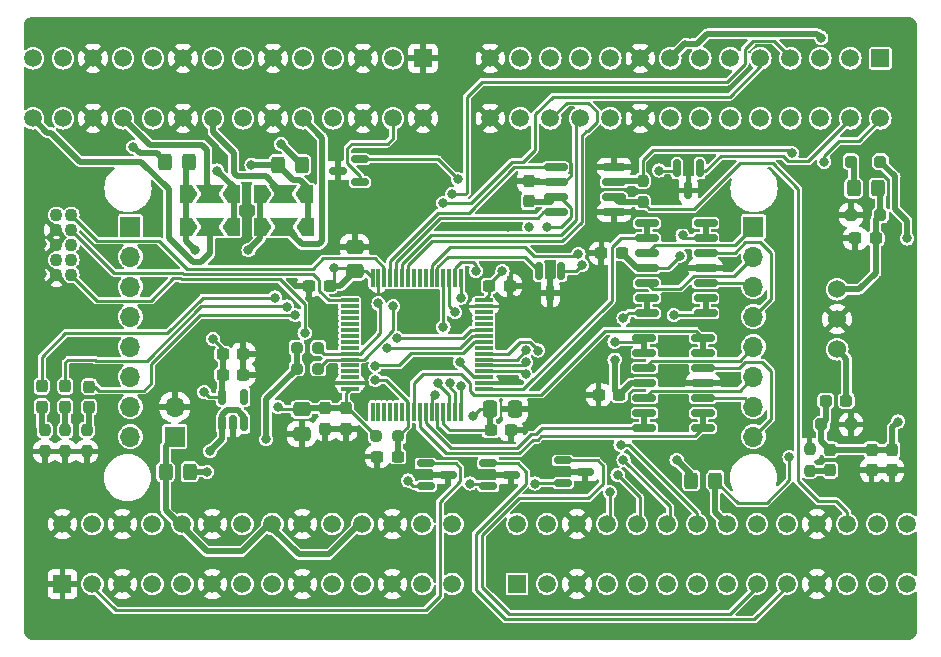
<source format=gbr>
%TF.GenerationSoftware,KiCad,Pcbnew,7.0.1*%
%TF.CreationDate,2024-05-04T11:14:45+02:00*%
%TF.ProjectId,VMU,564d552e-6b69-4636-9164-5f7063625858,rev?*%
%TF.SameCoordinates,Original*%
%TF.FileFunction,Copper,L1,Top*%
%TF.FilePolarity,Positive*%
%FSLAX46Y46*%
G04 Gerber Fmt 4.6, Leading zero omitted, Abs format (unit mm)*
G04 Created by KiCad (PCBNEW 7.0.1) date 2024-05-04 11:14:45*
%MOMM*%
%LPD*%
G01*
G04 APERTURE LIST*
G04 Aperture macros list*
%AMRoundRect*
0 Rectangle with rounded corners*
0 $1 Rounding radius*
0 $2 $3 $4 $5 $6 $7 $8 $9 X,Y pos of 4 corners*
0 Add a 4 corners polygon primitive as box body*
4,1,4,$2,$3,$4,$5,$6,$7,$8,$9,$2,$3,0*
0 Add four circle primitives for the rounded corners*
1,1,$1+$1,$2,$3*
1,1,$1+$1,$4,$5*
1,1,$1+$1,$6,$7*
1,1,$1+$1,$8,$9*
0 Add four rect primitives between the rounded corners*
20,1,$1+$1,$2,$3,$4,$5,0*
20,1,$1+$1,$4,$5,$6,$7,0*
20,1,$1+$1,$6,$7,$8,$9,0*
20,1,$1+$1,$8,$9,$2,$3,0*%
%AMFreePoly0*
4,1,6,1.000000,0.000000,0.500000,-0.750000,-0.500000,-0.750000,-0.500000,0.750000,0.500000,0.750000,1.000000,0.000000,1.000000,0.000000,$1*%
%AMFreePoly1*
4,1,7,0.700000,0.000000,1.200000,-0.750000,-1.200000,-0.750000,-0.700000,0.000000,-1.200000,0.750000,1.200000,0.750000,0.700000,0.000000,0.700000,0.000000,$1*%
G04 Aperture macros list end*
%TA.AperFunction,ComponentPad*%
%ADD10C,1.100000*%
%TD*%
%TA.AperFunction,SMDPad,CuDef*%
%ADD11RoundRect,0.237500X0.237500X-0.287500X0.237500X0.287500X-0.237500X0.287500X-0.237500X-0.287500X0*%
%TD*%
%TA.AperFunction,SMDPad,CuDef*%
%ADD12RoundRect,0.250000X0.250000X0.250000X-0.250000X0.250000X-0.250000X-0.250000X0.250000X-0.250000X0*%
%TD*%
%TA.AperFunction,SMDPad,CuDef*%
%ADD13RoundRect,0.237500X-0.237500X0.300000X-0.237500X-0.300000X0.237500X-0.300000X0.237500X0.300000X0*%
%TD*%
%TA.AperFunction,SMDPad,CuDef*%
%ADD14FreePoly0,180.000000*%
%TD*%
%TA.AperFunction,SMDPad,CuDef*%
%ADD15FreePoly1,0.000000*%
%TD*%
%TA.AperFunction,SMDPad,CuDef*%
%ADD16FreePoly0,0.000000*%
%TD*%
%TA.AperFunction,SMDPad,CuDef*%
%ADD17RoundRect,0.237500X-0.250000X-0.237500X0.250000X-0.237500X0.250000X0.237500X-0.250000X0.237500X0*%
%TD*%
%TA.AperFunction,SMDPad,CuDef*%
%ADD18RoundRect,0.150000X0.150000X-0.512500X0.150000X0.512500X-0.150000X0.512500X-0.150000X-0.512500X0*%
%TD*%
%TA.AperFunction,SMDPad,CuDef*%
%ADD19RoundRect,0.237500X-0.300000X-0.237500X0.300000X-0.237500X0.300000X0.237500X-0.300000X0.237500X0*%
%TD*%
%TA.AperFunction,SMDPad,CuDef*%
%ADD20RoundRect,0.250000X0.325000X0.450000X-0.325000X0.450000X-0.325000X-0.450000X0.325000X-0.450000X0*%
%TD*%
%TA.AperFunction,SMDPad,CuDef*%
%ADD21RoundRect,0.250000X-0.250000X-0.250000X0.250000X-0.250000X0.250000X0.250000X-0.250000X0.250000X0*%
%TD*%
%TA.AperFunction,SMDPad,CuDef*%
%ADD22RoundRect,0.250000X0.475000X-0.337500X0.475000X0.337500X-0.475000X0.337500X-0.475000X-0.337500X0*%
%TD*%
%TA.AperFunction,SMDPad,CuDef*%
%ADD23RoundRect,0.150000X-0.150000X0.587500X-0.150000X-0.587500X0.150000X-0.587500X0.150000X0.587500X0*%
%TD*%
%TA.AperFunction,ComponentPad*%
%ADD24R,1.500000X1.500000*%
%TD*%
%TA.AperFunction,ComponentPad*%
%ADD25C,1.500000*%
%TD*%
%TA.AperFunction,SMDPad,CuDef*%
%ADD26RoundRect,0.150000X0.587500X0.150000X-0.587500X0.150000X-0.587500X-0.150000X0.587500X-0.150000X0*%
%TD*%
%TA.AperFunction,SMDPad,CuDef*%
%ADD27RoundRect,0.150000X-0.825000X-0.150000X0.825000X-0.150000X0.825000X0.150000X-0.825000X0.150000X0*%
%TD*%
%TA.AperFunction,SMDPad,CuDef*%
%ADD28RoundRect,0.237500X0.300000X0.237500X-0.300000X0.237500X-0.300000X-0.237500X0.300000X-0.237500X0*%
%TD*%
%TA.AperFunction,SMDPad,CuDef*%
%ADD29RoundRect,0.237500X0.237500X-0.250000X0.237500X0.250000X-0.237500X0.250000X-0.237500X-0.250000X0*%
%TD*%
%TA.AperFunction,SMDPad,CuDef*%
%ADD30RoundRect,0.250000X-0.475000X0.337500X-0.475000X-0.337500X0.475000X-0.337500X0.475000X0.337500X0*%
%TD*%
%TA.AperFunction,ComponentPad*%
%ADD31R,1.700000X1.700000*%
%TD*%
%TA.AperFunction,ComponentPad*%
%ADD32O,1.700000X1.700000*%
%TD*%
%TA.AperFunction,SMDPad,CuDef*%
%ADD33RoundRect,0.075000X0.075000X-0.700000X0.075000X0.700000X-0.075000X0.700000X-0.075000X-0.700000X0*%
%TD*%
%TA.AperFunction,SMDPad,CuDef*%
%ADD34RoundRect,0.075000X0.700000X-0.075000X0.700000X0.075000X-0.700000X0.075000X-0.700000X-0.075000X0*%
%TD*%
%TA.AperFunction,SMDPad,CuDef*%
%ADD35RoundRect,0.150000X-0.587500X-0.150000X0.587500X-0.150000X0.587500X0.150000X-0.587500X0.150000X0*%
%TD*%
%TA.AperFunction,SMDPad,CuDef*%
%ADD36RoundRect,0.250000X-0.325000X-0.450000X0.325000X-0.450000X0.325000X0.450000X-0.325000X0.450000X0*%
%TD*%
%TA.AperFunction,SMDPad,CuDef*%
%ADD37RoundRect,0.250000X-0.337500X-0.475000X0.337500X-0.475000X0.337500X0.475000X-0.337500X0.475000X0*%
%TD*%
%TA.AperFunction,SMDPad,CuDef*%
%ADD38RoundRect,0.237500X-0.237500X0.250000X-0.237500X-0.250000X0.237500X-0.250000X0.237500X0.250000X0*%
%TD*%
%TA.AperFunction,SMDPad,CuDef*%
%ADD39RoundRect,0.237500X0.287500X0.237500X-0.287500X0.237500X-0.287500X-0.237500X0.287500X-0.237500X0*%
%TD*%
%TA.AperFunction,ComponentPad*%
%ADD40C,1.524000*%
%TD*%
%TA.AperFunction,ViaPad*%
%ADD41C,0.800000*%
%TD*%
%TA.AperFunction,Conductor*%
%ADD42C,0.500000*%
%TD*%
%TA.AperFunction,Conductor*%
%ADD43C,0.250000*%
%TD*%
G04 APERTURE END LIST*
D10*
%TO.P,J8,1,VTref*%
%TO.N,+3.3V*%
X94480000Y-93250000D03*
%TO.P,J8,2,SWDIO/TMS*%
%TO.N,/MCU/swdio*%
X95750000Y-93250000D03*
%TO.P,J8,3,GND*%
%TO.N,GND*%
X94480000Y-94520000D03*
%TO.P,J8,4,SWDCLK/TCK*%
%TO.N,/MCU/swdclk*%
X95750000Y-94520000D03*
%TO.P,J8,5,GND*%
%TO.N,GND*%
X94480000Y-95790000D03*
%TO.P,J8,6,SWO/TDO*%
%TO.N,unconnected-(J8-SWO{slash}TDO-Pad6)*%
X95750000Y-95790000D03*
%TO.P,J8,7,KEY*%
%TO.N,unconnected-(J8-KEY-Pad7)*%
X94480000Y-97060000D03*
%TO.P,J8,8,NC/TDI*%
%TO.N,unconnected-(J8-NC{slash}TDI-Pad8)*%
X95750000Y-97060000D03*
%TO.P,J8,9,GNDDetect*%
%TO.N,GND*%
X94480000Y-98330000D03*
%TO.P,J8,10,~{RESET}*%
%TO.N,/MCU/~{reset}*%
X95750000Y-98330000D03*
%TD*%
D11*
%TO.P,D5,2,A*%
%TO.N,/MCU/STATUS_LED_2_LED*%
X97250000Y-107790000D03*
%TO.P,D5,1,K*%
%TO.N,Net-(D5-K)*%
X97250000Y-109540000D03*
%TD*%
D12*
%TO.P,D2,1,A1*%
%TO.N,+24V*%
X164250000Y-93250000D03*
%TO.P,D2,2,A2*%
%TO.N,GND*%
X161750000Y-93250000D03*
%TD*%
D13*
%TO.P,C5,1*%
%TO.N,+5V*%
X165250000Y-113137500D03*
%TO.P,C5,2*%
%TO.N,GND*%
X165250000Y-114862500D03*
%TD*%
D14*
%TO.P,JP4,3,B*%
%TO.N,Net-(JP1-B)*%
X109500000Y-94250000D03*
D15*
%TO.P,JP4,2,C*%
%TO.N,/SUPPLY_1*%
X107500000Y-94250000D03*
D16*
%TO.P,JP4,1,A*%
%TO.N,Net-(JP1-A)*%
X105500000Y-94250000D03*
%TD*%
D17*
%TO.P,R3,1*%
%TO.N,+3.3V*%
X121587500Y-112012000D03*
%TO.P,R3,2*%
%TO.N,/MCU/~{reset}*%
X123412500Y-112012000D03*
%TD*%
D18*
%TO.P,U3,1,VIN*%
%TO.N,+5V*%
X108500000Y-110912500D03*
%TO.P,U3,2,GND*%
%TO.N,GND*%
X109450000Y-110912500D03*
%TO.P,U3,3,EN*%
%TO.N,+5V*%
X110400000Y-110912500D03*
%TO.P,U3,4,NC*%
%TO.N,unconnected-(U3-NC-Pad4)*%
X110400000Y-108637500D03*
%TO.P,U3,5,VOUT*%
%TO.N,+3.3V*%
X108500000Y-108637500D03*
%TD*%
D19*
%TO.P,C13,1*%
%TO.N,+3.3V*%
X131137500Y-99250000D03*
%TO.P,C13,2*%
%TO.N,GND*%
X132862500Y-99250000D03*
%TD*%
D20*
%TO.P,F1,1*%
%TO.N,+24V*%
X164025000Y-91000000D03*
%TO.P,F1,2*%
%TO.N,Net-(D1-K)*%
X161975000Y-91000000D03*
%TD*%
D21*
%TO.P,D3,1,A1*%
%TO.N,+5V*%
X159250000Y-111000000D03*
%TO.P,D3,2,A2*%
%TO.N,GND*%
X161750000Y-111000000D03*
%TD*%
D22*
%TO.P,C16,1*%
%TO.N,+3.3V*%
X119750000Y-98037500D03*
%TO.P,C16,2*%
%TO.N,GND*%
X119750000Y-95962500D03*
%TD*%
D23*
%TO.P,Q1,1,D*%
%TO.N,/GPIO_GND_5*%
X137250000Y-98000000D03*
%TO.P,Q1,2,G*%
%TO.N,Net-(Q1-G)*%
X135350000Y-98000000D03*
%TO.P,Q1,3,S*%
%TO.N,GND*%
X136300000Y-99875000D03*
%TD*%
D24*
%TO.P,J2,1,1*%
%TO.N,/GPIO_GND_5*%
X164250000Y-80000000D03*
D25*
%TO.P,J2,2,2*%
X164250000Y-85080000D03*
%TO.P,J2,3,3*%
%TO.N,/GPIO_GND_6*%
X161710000Y-80000000D03*
%TO.P,J2,4,4*%
X161710000Y-85080000D03*
%TO.P,J2,5,5*%
%TO.N,/DIGITAL_SUPPLY_1*%
X159170000Y-80000000D03*
%TO.P,J2,6,6*%
X159170000Y-85080000D03*
%TO.P,J2,7,7*%
%TO.N,/I2C_SDA*%
X156630000Y-80000000D03*
%TO.P,J2,8,8*%
X156630000Y-85080000D03*
%TO.P,J2,9,9*%
%TO.N,/I2C_SCL*%
X154090000Y-80000000D03*
%TO.P,J2,10,10*%
X154090000Y-85080000D03*
%TO.P,J2,11,11*%
%TO.N,+5V*%
X151550000Y-80000000D03*
%TO.P,J2,12,12*%
X151550000Y-85080000D03*
%TO.P,J2,13,13*%
X149010000Y-80000000D03*
%TO.P,J2,14,14*%
X149010000Y-85080000D03*
%TO.P,J2,15,15*%
%TO.N,+24V*%
X146470000Y-80000000D03*
%TO.P,J2,16,16*%
X146470000Y-85080000D03*
%TO.P,J2,17,17*%
%TO.N,GND*%
X143930000Y-80000000D03*
%TO.P,J2,18,18*%
X143930000Y-85080000D03*
%TO.P,J2,19,19*%
%TO.N,/DIGITAL_SUPPLY_1*%
X141390000Y-80000000D03*
%TO.P,J2,20,20*%
X141390000Y-85080000D03*
%TO.P,J2,21,21*%
%TO.N,/UART_RX*%
X138850000Y-80000000D03*
%TO.P,J2,22,22*%
X138850000Y-85080000D03*
%TO.P,J2,23,23*%
%TO.N,/UART_TX*%
X136310000Y-80000000D03*
%TO.P,J2,24,24*%
X136310000Y-85080000D03*
%TO.P,J2,25,25*%
%TO.N,+3.3V*%
X133770000Y-80000000D03*
%TO.P,J2,26,26*%
X133770000Y-85080000D03*
%TO.P,J2,27,27*%
%TO.N,GND*%
X131230000Y-80000000D03*
%TO.P,J2,28,28*%
X131230000Y-85080000D03*
%TD*%
D19*
%TO.P,C7,1*%
%TO.N,+3.3V*%
X108587500Y-106775000D03*
%TO.P,C7,2*%
%TO.N,GND*%
X110312500Y-106775000D03*
%TD*%
D26*
%TO.P,Q4,1,D*%
%TO.N,/GPIO_GND_2*%
X120187500Y-90450000D03*
%TO.P,Q4,2,G*%
%TO.N,Net-(Q4-G)*%
X120187500Y-88550000D03*
%TO.P,Q4,3,S*%
%TO.N,GND*%
X118312500Y-89500000D03*
%TD*%
D17*
%TO.P,R7,1*%
%TO.N,+5V*%
X114837500Y-106262000D03*
%TO.P,R7,2*%
%TO.N,/I2C_SDA*%
X116662500Y-106262000D03*
%TD*%
D13*
%TO.P,C8,1*%
%TO.N,GND*%
X134464000Y-90387500D03*
%TO.P,C8,2*%
%TO.N,+3.3V*%
X134464000Y-92112500D03*
%TD*%
D27*
%TO.P,U1,14*%
%TO.N,/MCU/ANALOG_4*%
X149450000Y-93940000D03*
%TO.P,U1,13,-*%
X149450000Y-95210000D03*
%TO.P,U1,12,+*%
%TO.N,Net-(J4-Pin_4)*%
X149450000Y-96480000D03*
%TO.P,U1,11,V-*%
%TO.N,GND*%
X149450000Y-97750000D03*
%TO.P,U1,10,+*%
%TO.N,Net-(J4-Pin_3)*%
X149450000Y-99020000D03*
%TO.P,U1,9,-*%
%TO.N,/MCU/ANALOG_3*%
X149450000Y-100290000D03*
%TO.P,U1,8*%
X149450000Y-101560000D03*
%TO.P,U1,7*%
%TO.N,/MCU/ANALOG_2*%
X144500000Y-101560000D03*
%TO.P,U1,6,-*%
X144500000Y-100290000D03*
%TO.P,U1,5,+*%
%TO.N,Net-(J4-Pin_2)*%
X144500000Y-99020000D03*
%TO.P,U1,4,V+*%
%TO.N,+5V*%
X144500000Y-97750000D03*
%TO.P,U1,3,+*%
%TO.N,Net-(J4-Pin_1)*%
X144500000Y-96480000D03*
%TO.P,U1,2,-*%
%TO.N,/MCU/ANALOG_1*%
X144500000Y-95210000D03*
%TO.P,U1,1*%
X144500000Y-93940000D03*
%TD*%
D28*
%TO.P,C2,1*%
%TO.N,+5V*%
X142362500Y-96500000D03*
%TO.P,C2,2*%
%TO.N,GND*%
X140637500Y-96500000D03*
%TD*%
D11*
%TO.P,D6,1,K*%
%TO.N,Net-(D6-K)*%
X93250000Y-109500000D03*
%TO.P,D6,2,A*%
%TO.N,/MCU/STATUS_LED_1_LED*%
X93250000Y-107750000D03*
%TD*%
D28*
%TO.P,C12,1*%
%TO.N,+3.3V*%
X117612500Y-99250000D03*
%TO.P,C12,2*%
%TO.N,GND*%
X115887500Y-99250000D03*
%TD*%
D13*
%TO.P,C10,1*%
%TO.N,+3.3V*%
X117250000Y-109637500D03*
%TO.P,C10,2*%
%TO.N,GND*%
X117250000Y-111362500D03*
%TD*%
D23*
%TO.P,Q3,1,D*%
%TO.N,/GPIO_GND_6*%
X148950000Y-89312500D03*
%TO.P,Q3,2,G*%
%TO.N,Net-(Q3-G)*%
X147050000Y-89312500D03*
%TO.P,Q3,3,S*%
%TO.N,GND*%
X148000000Y-91187500D03*
%TD*%
D29*
%TO.P,R4,1*%
%TO.N,GND*%
X97050000Y-113287500D03*
%TO.P,R4,2*%
%TO.N,Net-(D5-K)*%
X97050000Y-111462500D03*
%TD*%
D30*
%TO.P,C15,1*%
%TO.N,+3.3V*%
X115250000Y-109712500D03*
%TO.P,C15,2*%
%TO.N,GND*%
X115250000Y-111787500D03*
%TD*%
D27*
%TO.P,U2,14*%
%TO.N,/MCU/ANALOG_8*%
X149225000Y-103690000D03*
%TO.P,U2,13,-*%
X149225000Y-104960000D03*
%TO.P,U2,12,+*%
%TO.N,Net-(J4-Pin_8)*%
X149225000Y-106230000D03*
%TO.P,U2,11,V-*%
%TO.N,GND*%
X149225000Y-107500000D03*
%TO.P,U2,10,+*%
%TO.N,Net-(J4-Pin_7)*%
X149225000Y-108770000D03*
%TO.P,U2,9,-*%
%TO.N,/MCU/ANALOG_7*%
X149225000Y-110040000D03*
%TO.P,U2,8*%
X149225000Y-111310000D03*
%TO.P,U2,7*%
%TO.N,/MCU/ANALOG_6*%
X144275000Y-111310000D03*
%TO.P,U2,6,-*%
X144275000Y-110040000D03*
%TO.P,U2,5,+*%
%TO.N,Net-(J4-Pin_6)*%
X144275000Y-108770000D03*
%TO.P,U2,4,V+*%
%TO.N,+5V*%
X144275000Y-107500000D03*
%TO.P,U2,3,+*%
%TO.N,Net-(J4-Pin_5)*%
X144275000Y-106230000D03*
%TO.P,U2,2,-*%
%TO.N,/MCU/ANALOG_5*%
X144275000Y-104960000D03*
%TO.P,U2,1*%
X144275000Y-103690000D03*
%TD*%
D31*
%TO.P,J5,1,Pin_1*%
%TO.N,/PB_SUPPLY*%
X104500000Y-112025000D03*
D32*
%TO.P,J5,2,Pin_2*%
%TO.N,GND*%
X104500000Y-109485000D03*
%TD*%
D19*
%TO.P,C14,1*%
%TO.N,+3.3V*%
X131250000Y-111500000D03*
%TO.P,C14,2*%
%TO.N,GND*%
X132975000Y-111500000D03*
%TD*%
D14*
%TO.P,JP1,3,B*%
%TO.N,Net-(JP1-B)*%
X109500000Y-91500000D03*
D15*
%TO.P,JP1,2,C*%
%TO.N,/SUPPLY_2*%
X107500000Y-91500000D03*
D16*
%TO.P,JP1,1,A*%
%TO.N,Net-(JP1-A)*%
X105500000Y-91500000D03*
%TD*%
D33*
%TO.P,U5,1,VBAT*%
%TO.N,unconnected-(U5-VBAT-Pad1)*%
X121250000Y-109925000D03*
%TO.P,U5,2,PC13*%
%TO.N,unconnected-(U5-PC13-Pad2)*%
X121750000Y-109925000D03*
%TO.P,U5,3,PC14*%
%TO.N,unconnected-(U5-PC14-Pad3)*%
X122250000Y-109925000D03*
%TO.P,U5,4,PC15*%
%TO.N,unconnected-(U5-PC15-Pad4)*%
X122750000Y-109925000D03*
%TO.P,U5,5,PF0*%
%TO.N,/MCU/HSE_IN*%
X123250000Y-109925000D03*
%TO.P,U5,6,PF1*%
%TO.N,/MCU/HSE_OUT*%
X123750000Y-109925000D03*
%TO.P,U5,7,NRST*%
%TO.N,/MCU/~{reset}*%
X124250000Y-109925000D03*
%TO.P,U5,8,PC0*%
%TO.N,/MCU/ANALOG_8*%
X124750000Y-109925000D03*
%TO.P,U5,9,PC1*%
%TO.N,/MCU/ANALOG_7*%
X125250000Y-109925000D03*
%TO.P,U5,10,PC2*%
%TO.N,/MCU/ANALOG_6*%
X125750000Y-109925000D03*
%TO.P,U5,11,PC3*%
%TO.N,/MCU/ANALOG_5*%
X126250000Y-109925000D03*
%TO.P,U5,12,VSSA*%
%TO.N,GND*%
X126750000Y-109925000D03*
%TO.P,U5,13,VDDA*%
%TO.N,+3.3V*%
X127250000Y-109925000D03*
%TO.P,U5,14,PA0*%
%TO.N,/MCU/ANALOG_4*%
X127750000Y-109925000D03*
%TO.P,U5,15,PA1*%
%TO.N,/MCU/ANALOG_3*%
X128250000Y-109925000D03*
%TO.P,U5,16,PA2*%
%TO.N,/MCU/ANALOG_2*%
X128750000Y-109925000D03*
D34*
%TO.P,U5,17,PA3*%
%TO.N,/MCU/ANALOG_1*%
X130675000Y-108000000D03*
%TO.P,U5,18,VSS*%
%TO.N,GND*%
X130675000Y-107500000D03*
%TO.P,U5,19,VDD*%
%TO.N,+3.3V*%
X130675000Y-107000000D03*
%TO.P,U5,20,PA4*%
%TO.N,/SPI_~{CS}*%
X130675000Y-106500000D03*
%TO.P,U5,21,PA5*%
%TO.N,/SPI_SCLK*%
X130675000Y-106000000D03*
%TO.P,U5,22,PA6*%
%TO.N,/SPI_MISO*%
X130675000Y-105500000D03*
%TO.P,U5,23,PA7*%
%TO.N,/SPI_MOSI*%
X130675000Y-105000000D03*
%TO.P,U5,24,PC4*%
%TO.N,unconnected-(U5-PC4-Pad24)*%
X130675000Y-104500000D03*
%TO.P,U5,25,PC5*%
%TO.N,/MCU/STATUS_LED_1_LED*%
X130675000Y-104000000D03*
%TO.P,U5,26,PB0*%
%TO.N,/MCU/STATUS_LED_3_LED*%
X130675000Y-103500000D03*
%TO.P,U5,27,PB1*%
%TO.N,/MCU/STATUS_LED_2_LED*%
X130675000Y-103000000D03*
%TO.P,U5,28,PB2*%
%TO.N,unconnected-(U5-PB2-Pad28)*%
X130675000Y-102500000D03*
%TO.P,U5,29,PB10*%
%TO.N,unconnected-(U5-PB10-Pad29)*%
X130675000Y-102000000D03*
%TO.P,U5,30,PB11*%
%TO.N,unconnected-(U5-PB11-Pad30)*%
X130675000Y-101500000D03*
%TO.P,U5,31,VSS*%
%TO.N,GND*%
X130675000Y-101000000D03*
%TO.P,U5,32,VDD*%
%TO.N,+3.3V*%
X130675000Y-100500000D03*
D33*
%TO.P,U5,33,PB12*%
%TO.N,Net-(Q2-G)*%
X128750000Y-98575000D03*
%TO.P,U5,34,PB13*%
%TO.N,Net-(Q4-G)*%
X128250000Y-98575000D03*
%TO.P,U5,35,PB14*%
%TO.N,Net-(Q6-G)*%
X127750000Y-98575000D03*
%TO.P,U5,36,PB15*%
%TO.N,Net-(Q7-G)*%
X127250000Y-98575000D03*
%TO.P,U5,37,PC6*%
%TO.N,Net-(Q1-G)*%
X126750000Y-98575000D03*
%TO.P,U5,38,PC7*%
%TO.N,Net-(Q3-G)*%
X126250000Y-98575000D03*
%TO.P,U5,39,PC8*%
%TO.N,unconnected-(U5-PC8-Pad39)*%
X125750000Y-98575000D03*
%TO.P,U5,40,PC9*%
%TO.N,unconnected-(U5-PC9-Pad40)*%
X125250000Y-98575000D03*
%TO.P,U5,41,PA8*%
%TO.N,unconnected-(U5-PA8-Pad41)*%
X124750000Y-98575000D03*
%TO.P,U5,42,PA9*%
%TO.N,/UART_TX*%
X124250000Y-98575000D03*
%TO.P,U5,43,PA10*%
%TO.N,/UART_RX*%
X123750000Y-98575000D03*
%TO.P,U5,44,PA11*%
%TO.N,/MCU/CAN_RX*%
X123250000Y-98575000D03*
%TO.P,U5,45,PA12*%
%TO.N,/MCU/CAN_TX*%
X122750000Y-98575000D03*
%TO.P,U5,46,PA13*%
%TO.N,/MCU/swdio*%
X122250000Y-98575000D03*
%TO.P,U5,47,VSS*%
%TO.N,GND*%
X121750000Y-98575000D03*
%TO.P,U5,48,VDDIO2*%
%TO.N,+3.3V*%
X121250000Y-98575000D03*
D34*
%TO.P,U5,49,PA14*%
%TO.N,/MCU/swdclk*%
X119325000Y-100500000D03*
%TO.P,U5,50,PA15*%
%TO.N,unconnected-(U5-PA15-Pad50)*%
X119325000Y-101000000D03*
%TO.P,U5,51,PC10*%
%TO.N,unconnected-(U5-PC10-Pad51)*%
X119325000Y-101500000D03*
%TO.P,U5,52,PC11*%
%TO.N,unconnected-(U5-PC11-Pad52)*%
X119325000Y-102000000D03*
%TO.P,U5,53,PC12*%
%TO.N,unconnected-(U5-PC12-Pad53)*%
X119325000Y-102500000D03*
%TO.P,U5,54,PD2*%
%TO.N,unconnected-(U5-PD2-Pad54)*%
X119325000Y-103000000D03*
%TO.P,U5,55,PB3*%
%TO.N,unconnected-(U5-PB3-Pad55)*%
X119325000Y-103500000D03*
%TO.P,U5,56,PB4*%
%TO.N,unconnected-(U5-PB4-Pad56)*%
X119325000Y-104000000D03*
%TO.P,U5,57,PB5*%
%TO.N,unconnected-(U5-PB5-Pad57)*%
X119325000Y-104500000D03*
%TO.P,U5,58,PB6*%
%TO.N,/I2C_SCL*%
X119325000Y-105000000D03*
%TO.P,U5,59,PB7*%
%TO.N,/I2C_SDA*%
X119325000Y-105500000D03*
%TO.P,U5,60,PF11*%
%TO.N,unconnected-(U5-PF11-Pad60)*%
X119325000Y-106000000D03*
%TO.P,U5,61,PB8*%
%TO.N,unconnected-(U5-PB8-Pad61)*%
X119325000Y-106500000D03*
%TO.P,U5,62,PB9*%
%TO.N,unconnected-(U5-PB9-Pad62)*%
X119325000Y-107000000D03*
%TO.P,U5,63,VSS*%
%TO.N,GND*%
X119325000Y-107500000D03*
%TO.P,U5,64,VDD*%
%TO.N,+3.3V*%
X119325000Y-108000000D03*
%TD*%
D28*
%TO.P,C3,1*%
%TO.N,+24V*%
X163862500Y-95250000D03*
%TO.P,C3,2*%
%TO.N,GND*%
X162137500Y-95250000D03*
%TD*%
D24*
%TO.P,J1,1,1*%
%TO.N,GND*%
X125520000Y-80000000D03*
D25*
%TO.P,J1,2,2*%
X125520000Y-85080000D03*
%TO.P,J1,3,3*%
%TO.N,/GPIO_GND_2*%
X122980000Y-80000000D03*
%TO.P,J1,4,4*%
X122980000Y-85080000D03*
%TO.P,J1,5,5*%
%TO.N,GND*%
X120440000Y-80000000D03*
%TO.P,J1,6,6*%
X120440000Y-85080000D03*
%TO.P,J1,7,7*%
%TO.N,/ANALOG_4_SIGNAL*%
X117900000Y-80000000D03*
%TO.P,J1,8,8*%
X117900000Y-85080000D03*
%TO.P,J1,9,9*%
%TO.N,/SUPPLY_4*%
X115360000Y-80000000D03*
%TO.P,J1,10,10*%
X115360000Y-85080000D03*
%TO.P,J1,11,11*%
%TO.N,GND*%
X112820000Y-80000000D03*
%TO.P,J1,12,12*%
X112820000Y-85080000D03*
%TO.P,J1,13,13*%
%TO.N,/ANALOG_3_SIGNAL*%
X110280000Y-80000000D03*
%TO.P,J1,14,14*%
X110280000Y-85080000D03*
%TO.P,J1,15,15*%
%TO.N,/SUPPLY_3*%
X107740000Y-80000000D03*
%TO.P,J1,16,16*%
X107740000Y-85080000D03*
%TO.P,J1,17,17*%
%TO.N,GND*%
X105200000Y-80000000D03*
%TO.P,J1,18,18*%
X105200000Y-85080000D03*
%TO.P,J1,19,19*%
%TO.N,/ANALOG_2_SIGNAL*%
X102660000Y-80000000D03*
%TO.P,J1,20,20*%
X102660000Y-85080000D03*
%TO.P,J1,21,21*%
%TO.N,/SUPPLY_2*%
X100120000Y-80000000D03*
%TO.P,J1,22,22*%
X100120000Y-85080000D03*
%TO.P,J1,23,23*%
%TO.N,GND*%
X97580000Y-80000000D03*
%TO.P,J1,24,24*%
X97580000Y-85080000D03*
%TO.P,J1,25,25*%
%TO.N,/ANALOG_1_SIGNAL*%
X95040000Y-80000000D03*
%TO.P,J1,26,26*%
X95040000Y-85080000D03*
%TO.P,J1,27,27*%
%TO.N,/SUPPLY_1*%
X92500000Y-80000000D03*
%TO.P,J1,28,28*%
X92500000Y-85080000D03*
%TD*%
D11*
%TO.P,D7,1,K*%
%TO.N,Net-(D7-K)*%
X95250000Y-109500000D03*
%TO.P,D7,2,A*%
%TO.N,/MCU/STATUS_LED_3_LED*%
X95250000Y-107750000D03*
%TD*%
D28*
%TO.P,C9,1*%
%TO.N,/MCU/~{reset}*%
X123382000Y-113712000D03*
%TO.P,C9,2*%
%TO.N,GND*%
X121657000Y-113712000D03*
%TD*%
D27*
%TO.P,U4,1,D*%
%TO.N,/MCU/CAN_TX*%
X136750000Y-89230000D03*
%TO.P,U4,2,GND*%
%TO.N,GND*%
X136750000Y-90500000D03*
%TO.P,U4,3,VCC*%
%TO.N,+3.3V*%
X136750000Y-91770000D03*
%TO.P,U4,4,R*%
%TO.N,/MCU/CAN_RX*%
X136750000Y-93040000D03*
%TO.P,U4,5,LBK*%
%TO.N,GND*%
X141700000Y-93040000D03*
%TO.P,U4,6,CANL*%
%TO.N,/CAN1_L*%
X141700000Y-91770000D03*
%TO.P,U4,7,CANH*%
%TO.N,/CAN1_H*%
X141700000Y-90500000D03*
%TO.P,U4,8,Rs*%
%TO.N,GND*%
X141700000Y-89230000D03*
%TD*%
D35*
%TO.P,Q2,1,D*%
%TO.N,/GPIO_GND_1*%
X125750000Y-114300000D03*
%TO.P,Q2,2,G*%
%TO.N,Net-(Q2-G)*%
X125750000Y-116200000D03*
%TO.P,Q2,3,S*%
%TO.N,GND*%
X127625000Y-115250000D03*
%TD*%
D13*
%TO.P,C11,1*%
%TO.N,+3.3V*%
X119000000Y-109637500D03*
%TO.P,C11,2*%
%TO.N,GND*%
X119000000Y-111362500D03*
%TD*%
D11*
%TO.P,D4,2,A*%
%TO.N,+5V*%
X160000000Y-113125000D03*
%TO.P,D4,1,K*%
%TO.N,Net-(D4-K)*%
X160000000Y-114875000D03*
%TD*%
D19*
%TO.P,C6,1*%
%TO.N,+3.3V*%
X108587500Y-105025000D03*
%TO.P,C6,2*%
%TO.N,GND*%
X110312500Y-105025000D03*
%TD*%
D29*
%TO.P,R6,1*%
%TO.N,GND*%
X95250000Y-113287500D03*
%TO.P,R6,2*%
%TO.N,Net-(D7-K)*%
X95250000Y-111462500D03*
%TD*%
D32*
%TO.P,J3,8,Pin_8*%
%TO.N,/ANALOG_8_SIGNAL*%
X100750000Y-112030000D03*
%TO.P,J3,7,Pin_7*%
%TO.N,/ANALOG_7_SIGNAL*%
X100750000Y-109490000D03*
%TO.P,J3,6,Pin_6*%
%TO.N,/ANALOG_6_SIGNAL*%
X100750000Y-106950000D03*
%TO.P,J3,5,Pin_5*%
%TO.N,/ANALOG_5_SIGNAL*%
X100750000Y-104410000D03*
%TO.P,J3,4,Pin_4*%
%TO.N,/ANALOG_4_SIGNAL*%
X100750000Y-101870000D03*
%TO.P,J3,3,Pin_3*%
%TO.N,/ANALOG_3_SIGNAL*%
X100750000Y-99330000D03*
%TO.P,J3,2,Pin_2*%
%TO.N,/ANALOG_2_SIGNAL*%
X100750000Y-96790000D03*
D31*
%TO.P,J3,1,Pin_1*%
%TO.N,/ANALOG_1_SIGNAL*%
X100750000Y-94250000D03*
%TD*%
D13*
%TO.P,C4,1*%
%TO.N,+5V*%
X163500000Y-113137500D03*
%TO.P,C4,2*%
%TO.N,GND*%
X163500000Y-114862500D03*
%TD*%
D20*
%TO.P,F5,1*%
%TO.N,+24V*%
X115275000Y-89000000D03*
%TO.P,F5,2*%
%TO.N,Net-(JP1-B)*%
X113225000Y-89000000D03*
%TD*%
D24*
%TO.P,J6,1,1*%
%TO.N,+5V*%
X133480000Y-124500000D03*
D25*
%TO.P,J6,2,2*%
X133480000Y-119420000D03*
%TO.P,J6,3,3*%
X136020000Y-124500000D03*
%TO.P,J6,4,4*%
X136020000Y-119420000D03*
%TO.P,J6,5,5*%
%TO.N,GND*%
X138560000Y-124500000D03*
%TO.P,J6,6,6*%
X138560000Y-119420000D03*
%TO.P,J6,7,7*%
%TO.N,/SPI_~{CS}*%
X141100000Y-124500000D03*
%TO.P,J6,8,8*%
X141100000Y-119420000D03*
%TO.P,J6,9,9*%
%TO.N,/SPI_SCLK*%
X143640000Y-124500000D03*
%TO.P,J6,10,10*%
X143640000Y-119420000D03*
%TO.P,J6,11,11*%
%TO.N,/SPI_MOSI*%
X146180000Y-124500000D03*
%TO.P,J6,12,12*%
X146180000Y-119420000D03*
%TO.P,J6,13,13*%
%TO.N,/SPI_MISO*%
X148720000Y-124500000D03*
%TO.P,J6,14,14*%
X148720000Y-119420000D03*
%TO.P,J6,15,15*%
%TO.N,/DIGITAL_SUPPLY_1*%
X151260000Y-124500000D03*
%TO.P,J6,16,16*%
X151260000Y-119420000D03*
%TO.P,J6,17,17*%
%TO.N,/GPIO_GND_3*%
X153800000Y-124500000D03*
%TO.P,J6,18,18*%
X153800000Y-119420000D03*
%TO.P,J6,19,19*%
%TO.N,/GPIO_GND_4*%
X156340000Y-124500000D03*
%TO.P,J6,20,20*%
X156340000Y-119420000D03*
%TO.P,J6,21,21*%
%TO.N,GND*%
X158880000Y-124500000D03*
%TO.P,J6,22,22*%
X158880000Y-119420000D03*
%TO.P,J6,23,23*%
%TO.N,/CAN1_L*%
X161420000Y-124500000D03*
%TO.P,J6,24,24*%
X161420000Y-119420000D03*
%TO.P,J6,25,25*%
%TO.N,/CAN1_H*%
X163960000Y-124500000D03*
%TO.P,J6,26,26*%
X163960000Y-119420000D03*
%TO.P,J6,27,27*%
%TO.N,/battery_in*%
X166500000Y-124500000D03*
%TO.P,J6,28,28*%
X166500000Y-119420000D03*
%TD*%
D31*
%TO.P,J4,1,Pin_1*%
%TO.N,Net-(J4-Pin_1)*%
X153500000Y-94250000D03*
D32*
%TO.P,J4,2,Pin_2*%
%TO.N,Net-(J4-Pin_2)*%
X153500000Y-96790000D03*
%TO.P,J4,3,Pin_3*%
%TO.N,Net-(J4-Pin_3)*%
X153500000Y-99330000D03*
%TO.P,J4,4,Pin_4*%
%TO.N,Net-(J4-Pin_4)*%
X153500000Y-101870000D03*
%TO.P,J4,5,Pin_5*%
%TO.N,Net-(J4-Pin_5)*%
X153500000Y-104410000D03*
%TO.P,J4,6,Pin_6*%
%TO.N,Net-(J4-Pin_6)*%
X153500000Y-106950000D03*
%TO.P,J4,7,Pin_7*%
%TO.N,Net-(J4-Pin_7)*%
X153500000Y-109490000D03*
%TO.P,J4,8,Pin_8*%
%TO.N,Net-(J4-Pin_8)*%
X153500000Y-112030000D03*
%TD*%
D35*
%TO.P,Q6,1,D*%
%TO.N,/GPIO_GND_3*%
X137375000Y-114050000D03*
%TO.P,Q6,2,G*%
%TO.N,Net-(Q6-G)*%
X137375000Y-115950000D03*
%TO.P,Q6,3,S*%
%TO.N,GND*%
X139250000Y-115000000D03*
%TD*%
D36*
%TO.P,F2,1*%
%TO.N,+5V*%
X148225000Y-115750000D03*
%TO.P,F2,2*%
%TO.N,/DIGITAL_SUPPLY_1*%
X150275000Y-115750000D03*
%TD*%
D21*
%TO.P,D1,1,K*%
%TO.N,Net-(D1-K)*%
X161750000Y-88750000D03*
%TO.P,D1,2,A*%
%TO.N,/battery_in*%
X164250000Y-88750000D03*
%TD*%
D14*
%TO.P,JP3,3,B*%
%TO.N,Net-(JP1-B)*%
X115750000Y-94250000D03*
D15*
%TO.P,JP3,2,C*%
%TO.N,/SUPPLY_4*%
X113750000Y-94250000D03*
D16*
%TO.P,JP3,1,A*%
%TO.N,Net-(JP1-A)*%
X111750000Y-94250000D03*
%TD*%
D37*
%TO.P,C17,1*%
%TO.N,+3.3V*%
X131227000Y-109688500D03*
%TO.P,C17,2*%
%TO.N,GND*%
X133302000Y-109688500D03*
%TD*%
D36*
%TO.P,F4,1*%
%TO.N,+5V*%
X103700000Y-88750000D03*
%TO.P,F4,2*%
%TO.N,Net-(JP1-A)*%
X105750000Y-88750000D03*
%TD*%
D35*
%TO.P,Q7,1,D*%
%TO.N,/GPIO_GND_4*%
X131062500Y-114300000D03*
%TO.P,Q7,2,G*%
%TO.N,Net-(Q7-G)*%
X131062500Y-116200000D03*
%TO.P,Q7,3,S*%
%TO.N,GND*%
X132937500Y-115250000D03*
%TD*%
D38*
%TO.P,R2,1*%
%TO.N,/CAN1_H*%
X144116000Y-90349500D03*
%TO.P,R2,2*%
%TO.N,/CAN1_L*%
X144116000Y-92174500D03*
%TD*%
D20*
%TO.P,F3,1*%
%TO.N,+5V*%
X105775000Y-115000000D03*
%TO.P,F3,2*%
%TO.N,/PB_SUPPLY*%
X103725000Y-115000000D03*
%TD*%
D14*
%TO.P,JP2,3,B*%
%TO.N,Net-(JP1-B)*%
X115700000Y-91500000D03*
D15*
%TO.P,JP2,2,C*%
%TO.N,/SUPPLY_3*%
X113700000Y-91500000D03*
D16*
%TO.P,JP2,1,A*%
%TO.N,Net-(JP1-A)*%
X111700000Y-91500000D03*
%TD*%
D39*
%TO.P,FB1,1*%
%TO.N,Net-(VR1-OUT)*%
X161375000Y-109000000D03*
%TO.P,FB1,2*%
%TO.N,+5V*%
X159625000Y-109000000D03*
%TD*%
D28*
%TO.P,C1,1*%
%TO.N,+5V*%
X142112500Y-108500000D03*
%TO.P,C1,2*%
%TO.N,GND*%
X140387500Y-108500000D03*
%TD*%
D24*
%TO.P,J7,1,1*%
%TO.N,GND*%
X95000000Y-124500000D03*
D25*
%TO.P,J7,2,2*%
X95000000Y-119420000D03*
%TO.P,J7,3,3*%
%TO.N,/GPIO_GND_1*%
X97540000Y-124500000D03*
%TO.P,J7,4,4*%
X97540000Y-119420000D03*
%TO.P,J7,5,5*%
%TO.N,GND*%
X100080000Y-124500000D03*
%TO.P,J7,6,6*%
X100080000Y-119420000D03*
%TO.P,J7,7,7*%
%TO.N,/ANALOG_8_SIGNAL*%
X102620000Y-124500000D03*
%TO.P,J7,8,8*%
X102620000Y-119420000D03*
%TO.P,J7,9,9*%
%TO.N,/PB_SUPPLY*%
X105160000Y-124500000D03*
%TO.P,J7,10,10*%
X105160000Y-119420000D03*
%TO.P,J7,11,11*%
%TO.N,GND*%
X107700000Y-124500000D03*
%TO.P,J7,12,12*%
X107700000Y-119420000D03*
%TO.P,J7,13,13*%
%TO.N,/ANALOG_7_SIGNAL*%
X110240000Y-124500000D03*
%TO.P,J7,14,14*%
X110240000Y-119420000D03*
%TO.P,J7,15,15*%
%TO.N,/PB_SUPPLY*%
X112780000Y-124500000D03*
%TO.P,J7,16,16*%
X112780000Y-119420000D03*
%TO.P,J7,17,17*%
%TO.N,GND*%
X115320000Y-124500000D03*
%TO.P,J7,18,18*%
X115320000Y-119420000D03*
%TO.P,J7,19,19*%
%TO.N,/ANALOG_6_SIGNAL*%
X117860000Y-124500000D03*
%TO.P,J7,20,20*%
X117860000Y-119420000D03*
%TO.P,J7,21,21*%
%TO.N,/PB_SUPPLY*%
X120400000Y-124500000D03*
%TO.P,J7,22,22*%
X120400000Y-119420000D03*
%TO.P,J7,23,23*%
%TO.N,GND*%
X122940000Y-124500000D03*
%TO.P,J7,24,24*%
X122940000Y-119420000D03*
%TO.P,J7,25,25*%
%TO.N,/ANALOG_5_SIGNAL*%
X125480000Y-124500000D03*
%TO.P,J7,26,26*%
X125480000Y-119420000D03*
%TO.P,J7,27,27*%
%TO.N,/PB_SUPPLY*%
X128020000Y-124500000D03*
%TO.P,J7,28,28*%
X128020000Y-119420000D03*
%TD*%
D29*
%TO.P,R1,1*%
%TO.N,Net-(D4-K)*%
X158250000Y-114912500D03*
%TO.P,R1,2*%
%TO.N,GND*%
X158250000Y-113087500D03*
%TD*%
D17*
%TO.P,R8,1*%
%TO.N,+5V*%
X114837500Y-104512000D03*
%TO.P,R8,2*%
%TO.N,/I2C_SCL*%
X116662500Y-104512000D03*
%TD*%
D29*
%TO.P,R5,1*%
%TO.N,GND*%
X93500000Y-113287500D03*
%TO.P,R5,2*%
%TO.N,Net-(D6-K)*%
X93500000Y-111462500D03*
%TD*%
D40*
%TO.P,VR1,1,IN*%
%TO.N,+24V*%
X160587500Y-99547500D03*
%TO.P,VR1,2,GND*%
%TO.N,GND*%
X160587500Y-102087500D03*
%TO.P,VR1,3,OUT*%
%TO.N,Net-(VR1-OUT)*%
X160587500Y-104627500D03*
%TD*%
D41*
%TO.N,+5V*%
X147000000Y-114000000D03*
X147250000Y-96750000D03*
X107500000Y-113250000D03*
X141750000Y-105500000D03*
X101000000Y-87500000D03*
X107250000Y-115000000D03*
X112250000Y-112250000D03*
X165750000Y-110750000D03*
%TO.N,GND*%
X163250000Y-116500000D03*
X137250000Y-118000000D03*
X118000000Y-87750000D03*
X117250000Y-108000000D03*
X94250000Y-99750000D03*
X101500000Y-120750000D03*
X158250000Y-111750000D03*
X130000000Y-86500000D03*
X132500000Y-81250000D03*
X109750000Y-113000000D03*
X139980560Y-94230560D03*
X129750000Y-78500000D03*
X141750000Y-87750000D03*
X98750000Y-118000000D03*
X96250000Y-83750000D03*
X121750000Y-81500000D03*
X119000000Y-78750000D03*
X139000000Y-116250000D03*
X96250000Y-86500000D03*
X101500000Y-125750000D03*
X127000000Y-83750000D03*
X106500000Y-86500000D03*
X106250000Y-123000000D03*
X139750000Y-98500000D03*
X146500000Y-93750000D03*
X99000000Y-78500000D03*
X137250000Y-126000000D03*
X124750000Y-100750000D03*
X99000000Y-86500000D03*
X151500000Y-107250000D03*
X140000000Y-126000000D03*
X95000000Y-122500000D03*
X129000000Y-112250000D03*
X139750000Y-92000000D03*
X103750000Y-78750000D03*
X119750000Y-94250000D03*
X109000000Y-125750000D03*
X103750000Y-97250000D03*
X133250000Y-97750000D03*
X165250000Y-116500000D03*
X157500000Y-121000000D03*
X160000000Y-93500000D03*
X103750000Y-83750000D03*
X140649952Y-106850048D03*
X137250000Y-120750000D03*
X125750000Y-117500000D03*
X132750000Y-91000000D03*
X116750000Y-126000000D03*
X133250000Y-100500000D03*
X118250000Y-91250000D03*
X96250000Y-81250000D03*
X95000000Y-126750000D03*
X114250000Y-83750000D03*
X98250000Y-99000000D03*
X137250000Y-123250000D03*
X142500000Y-81250000D03*
X93500000Y-88500000D03*
X98750000Y-96250000D03*
X137333375Y-88166625D03*
X124250000Y-123250000D03*
X112000000Y-105000000D03*
X93250000Y-95750000D03*
X157500000Y-126000000D03*
X142500000Y-78000000D03*
X162000000Y-103500000D03*
X111500000Y-81250000D03*
X121750000Y-83750000D03*
X102750000Y-99000000D03*
X93250000Y-98250000D03*
X121750000Y-86500000D03*
X106250000Y-125750000D03*
X142500000Y-86750000D03*
X159250000Y-103500000D03*
X119000000Y-113250000D03*
X131250000Y-117500000D03*
X162500000Y-109500000D03*
X110250000Y-103250000D03*
X132750000Y-94250000D03*
X116500000Y-100750000D03*
X93500000Y-114750000D03*
X101500000Y-123000000D03*
X160250000Y-123250000D03*
X135362701Y-110387299D03*
X98750000Y-120750000D03*
X120000000Y-114000000D03*
X121500000Y-123250000D03*
X124250000Y-83750000D03*
X140974500Y-110250000D03*
X132500000Y-78500000D03*
X160706115Y-96956115D03*
X135000000Y-81250000D03*
X135750000Y-115000000D03*
X93000000Y-124500000D03*
X111500000Y-78500000D03*
X122250000Y-115500000D03*
X129750000Y-81250000D03*
X150262299Y-89762299D03*
X124250000Y-126000000D03*
X93705538Y-120713573D03*
X132500000Y-86500000D03*
X103750000Y-86500000D03*
X130000000Y-83750000D03*
X124250000Y-94000000D03*
X160250000Y-118250000D03*
X160000000Y-107500000D03*
X142500000Y-84000000D03*
X124250000Y-86500000D03*
X98500000Y-113250000D03*
X112500000Y-106500000D03*
X114000000Y-123250000D03*
X143500000Y-88000000D03*
X146750000Y-104500000D03*
X145250000Y-86750000D03*
X99000000Y-81250000D03*
X145250000Y-81250000D03*
X160250000Y-121000000D03*
X116750000Y-117025500D03*
X140000000Y-120750000D03*
X103250000Y-101000000D03*
X123500000Y-107000000D03*
X104487701Y-107262299D03*
X146750000Y-106750000D03*
X125500000Y-81889087D03*
X147750000Y-86750000D03*
X160250000Y-126000000D03*
X96250000Y-78500000D03*
X147750000Y-84000000D03*
X116750000Y-121000000D03*
X95250000Y-114750000D03*
X148100688Y-77899312D03*
X132500000Y-83750000D03*
X151500000Y-97500000D03*
X115250000Y-113750000D03*
X116750000Y-123250000D03*
X162000000Y-100750000D03*
X127000000Y-86500000D03*
X145250000Y-77950500D03*
X132750000Y-107250000D03*
X147750000Y-81250000D03*
X146500000Y-91250000D03*
X147000000Y-98500000D03*
X114250000Y-78500000D03*
X134250000Y-99250000D03*
X157500000Y-123250000D03*
X121500000Y-120750000D03*
X129750000Y-115000000D03*
X135000000Y-78500000D03*
X111500000Y-83750000D03*
X111500000Y-86500000D03*
X114000000Y-117025500D03*
X161500000Y-115250000D03*
X106500000Y-83750000D03*
X114250000Y-86500000D03*
X114000000Y-126000000D03*
X118000000Y-95250000D03*
X145250000Y-84000000D03*
X109000000Y-120750000D03*
X106500000Y-78750000D03*
X103750000Y-81500000D03*
X96250000Y-118000000D03*
X140000000Y-123250000D03*
X98750000Y-123000000D03*
X99000000Y-83750000D03*
X101500000Y-118000000D03*
X163500000Y-111750000D03*
X159250000Y-100750000D03*
X157500000Y-118250000D03*
X121500000Y-117025500D03*
X119000000Y-86500000D03*
X124250000Y-120750000D03*
X121750000Y-78750000D03*
X134750000Y-83750000D03*
X97000000Y-114750000D03*
X139750000Y-90000000D03*
X117250000Y-113250000D03*
X109000000Y-123000000D03*
X106500000Y-81500000D03*
X114250000Y-81250000D03*
X113250000Y-111500000D03*
X121500000Y-126000000D03*
X93750000Y-118000000D03*
X140000000Y-118000000D03*
X160000000Y-95250000D03*
X106475048Y-109774952D03*
X96250000Y-120750000D03*
X127444544Y-79944544D03*
X106250000Y-118250000D03*
X119000000Y-83750000D03*
X119000000Y-81500000D03*
%TO.N,+24V*%
X159250000Y-78250000D03*
X113500000Y-87250000D03*
%TO.N,+3.3V*%
X128650950Y-105686799D03*
X107000000Y-108250000D03*
X136000000Y-94250000D03*
X107750000Y-103750000D03*
X132250000Y-98000000D03*
X118000000Y-97750000D03*
X129750000Y-110250000D03*
X113250000Y-109500000D03*
X134500000Y-94250000D03*
%TO.N,/MCU/~{reset}*%
X115500000Y-103249500D03*
X121500000Y-107250000D03*
%TO.N,/battery_in*%
X166500000Y-95250000D03*
%TO.N,/MCU/STATUS_LED_2_LED*%
X114725402Y-101750000D03*
X123350297Y-103674303D03*
%TO.N,/MCU/STATUS_LED_1_LED*%
X121488923Y-106012243D03*
X113000000Y-100250000D03*
%TO.N,/MCU/STATUS_LED_3_LED*%
X122512299Y-104512299D03*
X113987701Y-101012299D03*
%TO.N,Net-(JP1-A)*%
X106250000Y-96250000D03*
X110750000Y-96250000D03*
%TO.N,Net-(JP1-B)*%
X111000000Y-89000000D03*
X108086396Y-89500000D03*
%TO.N,/CAN1_H*%
X156750000Y-88000000D03*
%TO.N,/I2C_SCL*%
X127250000Y-92250000D03*
X121750000Y-100750000D03*
%TO.N,/I2C_SDA*%
X127975000Y-91500000D03*
X123000000Y-101000000D03*
%TO.N,/SPI_SCLK*%
X142000000Y-115250000D03*
X134250000Y-105750000D03*
%TO.N,/SPI_MOSI*%
X135249413Y-104737858D03*
X142500000Y-114000000D03*
%TO.N,/SPI_MISO*%
X134250000Y-104724500D03*
X142250000Y-112724500D03*
%TO.N,/MCU/ANALOG_2*%
X128750500Y-107774098D03*
X142500000Y-102000000D03*
%TO.N,/MCU/ANALOG_3*%
X146750000Y-101750000D03*
X127796957Y-107474500D03*
%TO.N,/MCU/ANALOG_4*%
X126797454Y-107474500D03*
X147500000Y-95000000D03*
%TO.N,/MCU/ANALOG_5*%
X141750000Y-104000000D03*
X126500000Y-108500000D03*
%TO.N,/SPI_~{CS}*%
X134206987Y-106750000D03*
X141350000Y-116750000D03*
%TO.N,/DIGITAL_SUPPLY_1*%
X156550500Y-113750000D03*
%TO.N,/GPIO_GND_5*%
X159500000Y-88750000D03*
X139000000Y-97500000D03*
%TO.N,Net-(Q4-G)*%
X130000000Y-98000000D03*
X128500000Y-90250000D03*
%TO.N,Net-(Q2-G)*%
X128750000Y-100250000D03*
X124250000Y-115750000D03*
%TO.N,Net-(Q3-G)*%
X138683930Y-96551789D03*
X145500000Y-89500000D03*
%TO.N,Net-(Q7-G)*%
X127250000Y-102750000D03*
X129500000Y-116000000D03*
%TO.N,Net-(Q6-G)*%
X128250000Y-101500000D03*
X135000000Y-116000000D03*
%TD*%
D42*
%TO.N,GND*%
X109450000Y-112700000D02*
X109750000Y-113000000D01*
X109450000Y-110912500D02*
X109450000Y-112700000D01*
D43*
%TO.N,/DIGITAL_SUPPLY_1*%
X154617799Y-117632201D02*
X152157201Y-117632201D01*
X152157201Y-117632201D02*
X150275000Y-115750000D01*
X156550500Y-115699500D02*
X154617799Y-117632201D01*
X156550500Y-113750000D02*
X156550500Y-115699500D01*
%TO.N,/CAN1_L*%
X161420000Y-118394695D02*
X161420000Y-119420000D01*
X160525305Y-117500000D02*
X161420000Y-118394695D01*
X157275000Y-115775000D02*
X159000000Y-117500000D01*
X157275000Y-91025000D02*
X157275000Y-115775000D01*
X155117799Y-88867799D02*
X157275000Y-91025000D01*
X144691500Y-92750000D02*
X148500000Y-92750000D01*
X148500000Y-92750000D02*
X152382201Y-88867799D01*
X152382201Y-88867799D02*
X155117799Y-88867799D01*
X144116000Y-92174500D02*
X144691500Y-92750000D01*
X159000000Y-117500000D02*
X160525305Y-117500000D01*
%TO.N,/MCU/STATUS_LED_1_LED*%
X129834315Y-104000000D02*
X130675000Y-104000000D01*
X124537701Y-104962299D02*
X128872016Y-104962299D01*
X128872016Y-104962299D02*
X129834315Y-104000000D01*
X123500000Y-106000000D02*
X124537701Y-104962299D01*
X121501166Y-106000000D02*
X123500000Y-106000000D01*
X121488923Y-106012243D02*
X121501166Y-106000000D01*
%TO.N,/MCU/STATUS_LED_3_LED*%
X128685620Y-104512299D02*
X129697919Y-103500000D01*
X122512299Y-104512299D02*
X128685620Y-104512299D01*
D42*
%TO.N,/SUPPLY_1*%
X106750000Y-97250000D02*
X107500000Y-96500000D01*
X101689625Y-88750000D02*
X104000000Y-91060375D01*
X96500000Y-88750000D02*
X101689625Y-88750000D01*
X107500000Y-96500000D02*
X107500000Y-94250000D01*
X94030000Y-86280000D02*
X96500000Y-88750000D01*
X104000000Y-91060375D02*
X104000000Y-95202082D01*
X93700000Y-86280000D02*
X94030000Y-86280000D01*
X104000000Y-95202082D02*
X106047918Y-97250000D01*
X92500000Y-85080000D02*
X93700000Y-86280000D01*
X106047918Y-97250000D02*
X106750000Y-97250000D01*
%TO.N,+5V*%
X103000000Y-88050000D02*
X103700000Y-88750000D01*
X101000000Y-87500000D02*
X101550000Y-88050000D01*
X101550000Y-88050000D02*
X103000000Y-88050000D01*
X165250000Y-111250000D02*
X165750000Y-110750000D01*
X108500000Y-110912500D02*
X108500000Y-110225000D01*
X142112500Y-108500000D02*
X143112500Y-107500000D01*
X110136764Y-110088236D02*
X110400000Y-110351472D01*
X165250000Y-113137500D02*
X165250000Y-111250000D01*
X114837500Y-106262000D02*
X112250000Y-108849500D01*
X108500000Y-112250000D02*
X107500000Y-113250000D01*
X110400000Y-110575000D02*
X110400000Y-110912500D01*
X110136764Y-110088236D02*
X110198528Y-110150000D01*
X163500000Y-113137500D02*
X165250000Y-113137500D01*
X108500000Y-110912500D02*
X108500000Y-112250000D01*
X159250000Y-112375000D02*
X160000000Y-113125000D01*
X142362500Y-96500000D02*
X143612500Y-97750000D01*
D43*
X147250000Y-96750000D02*
X146250000Y-97750000D01*
D42*
X143612500Y-97750000D02*
X144500000Y-97750000D01*
X114837500Y-104512000D02*
X114837500Y-106262000D01*
X159250000Y-111000000D02*
X159250000Y-112375000D01*
X148225000Y-115225000D02*
X147000000Y-114000000D01*
X110400000Y-110351472D02*
X110400000Y-110912500D01*
X148225000Y-115750000D02*
X148225000Y-115225000D01*
X141750000Y-105500000D02*
X141750000Y-108137500D01*
X163487500Y-113125000D02*
X163500000Y-113137500D01*
X159625000Y-110625000D02*
X159250000Y-111000000D01*
X105775000Y-115000000D02*
X107250000Y-115000000D01*
X141750000Y-108137500D02*
X142112500Y-108500000D01*
X143112500Y-107500000D02*
X144275000Y-107500000D01*
X109848528Y-109800000D02*
X110136764Y-110088236D01*
X108925000Y-109800000D02*
X109848528Y-109800000D01*
X160000000Y-113125000D02*
X163487500Y-113125000D01*
X159625000Y-109000000D02*
X159625000Y-110625000D01*
X112250000Y-108849500D02*
X112250000Y-112250000D01*
D43*
X146250000Y-97750000D02*
X144500000Y-97750000D01*
D42*
X108500000Y-110225000D02*
X108925000Y-109800000D01*
%TO.N,GND*%
X149450000Y-97750000D02*
X150750000Y-97750000D01*
D43*
X138050000Y-89950000D02*
X137500000Y-90500000D01*
X137333375Y-88166625D02*
X138050000Y-88883249D01*
X132725000Y-112500000D02*
X130000000Y-112500000D01*
X132975000Y-112250000D02*
X132725000Y-112500000D01*
D42*
X139750000Y-98500000D02*
X140637500Y-97612500D01*
D43*
X130675000Y-107500000D02*
X132500000Y-107500000D01*
D42*
X136750000Y-90500000D02*
X134576500Y-90500000D01*
D43*
X158250000Y-113087500D02*
X158000000Y-112837500D01*
X141700000Y-89230000D02*
X141323249Y-89230000D01*
X132500000Y-107500000D02*
X132750000Y-107250000D01*
X121750000Y-98575000D02*
X121750000Y-99750000D01*
D42*
X140637500Y-97612500D02*
X140637500Y-96500000D01*
D43*
X119325000Y-107500000D02*
X118000000Y-107500000D01*
X141290000Y-93040000D02*
X141700000Y-93040000D01*
D42*
X149450000Y-97750000D02*
X148000000Y-97750000D01*
D43*
X132975000Y-111788500D02*
X132975000Y-112250000D01*
X138050000Y-88883249D02*
X138050000Y-89950000D01*
X137500000Y-90500000D02*
X136750000Y-90500000D01*
X126750000Y-109925000D02*
X126750000Y-111250000D01*
D42*
X134576500Y-90500000D02*
X134464000Y-90387500D01*
D43*
X126750000Y-111250000D02*
X127750000Y-112250000D01*
X130675000Y-101000000D02*
X132250000Y-101000000D01*
D42*
%TO.N,+24V*%
X164250000Y-91225000D02*
X164025000Y-91000000D01*
X158925000Y-77925000D02*
X159250000Y-78250000D01*
X163862500Y-98137500D02*
X163862500Y-95250000D01*
X146470000Y-80000000D02*
X147734647Y-78735353D01*
X164250000Y-93250000D02*
X164250000Y-91225000D01*
X160587500Y-99547500D02*
X162452500Y-99547500D01*
X148750688Y-78749312D02*
X149575000Y-77925000D01*
X113500000Y-87250000D02*
X113525000Y-87250000D01*
X147748606Y-78749312D02*
X148750688Y-78749312D01*
X147734647Y-78735353D02*
X147748606Y-78749312D01*
X163862500Y-95250000D02*
X163862500Y-93637500D01*
X162452500Y-99547500D02*
X163862500Y-98137500D01*
X113525000Y-87250000D02*
X115275000Y-89000000D01*
X163862500Y-93637500D02*
X164250000Y-93250000D01*
X149575000Y-77925000D02*
X158925000Y-77925000D01*
D43*
%TO.N,+3.3V*%
X128650950Y-105816635D02*
X128650950Y-105686799D01*
X131250000Y-111500000D02*
X127810315Y-111500000D01*
D42*
X131227000Y-109688500D02*
X131227000Y-111477000D01*
D43*
X130311500Y-109688500D02*
X129750000Y-110250000D01*
X120712500Y-98037500D02*
X121250000Y-98575000D01*
D42*
X131227000Y-111477000D02*
X131250000Y-111500000D01*
X119000000Y-109637500D02*
X117250000Y-109637500D01*
D43*
X118000000Y-97750000D02*
X119462500Y-97750000D01*
X138050000Y-92693249D02*
X138050000Y-93450000D01*
D42*
X115325000Y-109637500D02*
X115250000Y-109712500D01*
D43*
X131227000Y-109688500D02*
X130311500Y-109688500D01*
D42*
X117612500Y-99250000D02*
X118537500Y-99250000D01*
D43*
X119000000Y-109637500D02*
X119000000Y-108325000D01*
X119213000Y-109637500D02*
X121587500Y-112012000D01*
X131250000Y-111500000D02*
X131250000Y-111488500D01*
X127250000Y-110939685D02*
X127250000Y-109925000D01*
D42*
X117250000Y-109637500D02*
X115325000Y-109637500D01*
D43*
X108587500Y-105025000D02*
X108587500Y-104587500D01*
X119000000Y-109637500D02*
X119213000Y-109637500D01*
X118000000Y-98862500D02*
X117612500Y-99250000D01*
D42*
X108587500Y-106775000D02*
X108587500Y-105025000D01*
D43*
X118000000Y-97750000D02*
X118000000Y-98862500D01*
X119750000Y-98037500D02*
X120712500Y-98037500D01*
D42*
X134464000Y-92124500D02*
X136395500Y-92124500D01*
X108500000Y-108637500D02*
X108500000Y-106862500D01*
D43*
X108587500Y-104587500D02*
X107750000Y-103750000D01*
X131137500Y-99250000D02*
X131137500Y-100037500D01*
X107387500Y-108637500D02*
X107000000Y-108250000D01*
X137250000Y-94250000D02*
X136000000Y-94250000D01*
X137126751Y-91770000D02*
X138050000Y-92693249D01*
X127810315Y-111500000D02*
X127250000Y-110939685D01*
X132250000Y-98000000D02*
X131137500Y-99112500D01*
X131137500Y-99112500D02*
X131137500Y-99250000D01*
X113462500Y-109712500D02*
X113250000Y-109500000D01*
X119000000Y-108325000D02*
X119325000Y-108000000D01*
X129834315Y-107000000D02*
X128650950Y-105816635D01*
D42*
X118537500Y-99250000D02*
X119750000Y-98037500D01*
D43*
X138050000Y-93450000D02*
X137250000Y-94250000D01*
X131137500Y-100037500D02*
X130675000Y-100500000D01*
X115250000Y-109712500D02*
X113462500Y-109712500D01*
X119462500Y-97750000D02*
X119750000Y-98037500D01*
D42*
X108500000Y-106862500D02*
X108587500Y-106775000D01*
D43*
X108500000Y-108637500D02*
X107387500Y-108637500D01*
X130675000Y-107000000D02*
X129834315Y-107000000D01*
X136750000Y-91770000D02*
X137126751Y-91770000D01*
D42*
%TO.N,/PB_SUPPLY*%
X103750000Y-115025000D02*
X103725000Y-115000000D01*
X103725000Y-115000000D02*
X103725000Y-112800000D01*
X117550000Y-122000000D02*
X115000000Y-122000000D01*
X107220000Y-121750000D02*
X103750000Y-118280000D01*
X110180000Y-121750000D02*
X107220000Y-121750000D01*
X112510000Y-119420000D02*
X110180000Y-121750000D01*
X115000000Y-122000000D02*
X112780000Y-119780000D01*
X120130000Y-119420000D02*
X117550000Y-122000000D01*
X112780000Y-119420000D02*
X112510000Y-119420000D01*
X103725000Y-112800000D02*
X104500000Y-112025000D01*
X112780000Y-119780000D02*
X112780000Y-119420000D01*
X103750000Y-118280000D02*
X103750000Y-115025000D01*
%TO.N,/SUPPLY_4*%
X113750000Y-94250000D02*
X115250000Y-95750000D01*
X115250000Y-95750000D02*
X116750000Y-95750000D01*
X117000000Y-95500000D02*
X117000000Y-86720000D01*
X117000000Y-86720000D02*
X115360000Y-85080000D01*
X116750000Y-95750000D02*
X117000000Y-95500000D01*
%TO.N,/SUPPLY_3*%
X112200000Y-90000000D02*
X113700000Y-91500000D01*
X109750000Y-90000000D02*
X112200000Y-90000000D01*
X107740000Y-85080000D02*
X107740000Y-86230000D01*
X109500000Y-89750000D02*
X109750000Y-90000000D01*
X107740000Y-86230000D02*
X109500000Y-87990000D01*
X109500000Y-87990000D02*
X109500000Y-89750000D01*
%TO.N,/SUPPLY_2*%
X107500000Y-91500000D02*
X107500000Y-90952082D01*
X107250000Y-89134314D02*
X107250000Y-87750000D01*
X106850000Y-87350000D02*
X102390000Y-87350000D01*
X107250000Y-87750000D02*
X106850000Y-87350000D01*
X102390000Y-87350000D02*
X100120000Y-85080000D01*
X107500000Y-90952082D02*
X107236396Y-90688478D01*
X107236396Y-89147918D02*
X107250000Y-89134314D01*
X107236396Y-90688478D02*
X107236396Y-89147918D01*
D43*
%TO.N,/MCU/~{reset}*%
X124250000Y-111174500D02*
X124250000Y-109925000D01*
X121500000Y-107250000D02*
X122415685Y-107250000D01*
X104968604Y-98605000D02*
X104395000Y-98605000D01*
X105088604Y-98725000D02*
X104968604Y-98605000D01*
X122415685Y-107250000D02*
X124250000Y-109084315D01*
X113411827Y-98725000D02*
X105088604Y-98725000D01*
X102495000Y-100505000D02*
X97925000Y-100505000D01*
X104395000Y-98605000D02*
X102495000Y-100505000D01*
X97925000Y-100505000D02*
X95750000Y-98330000D01*
X115500000Y-100813173D02*
X113411827Y-98725000D01*
D42*
X123382000Y-113712000D02*
X123382000Y-112042500D01*
D43*
X124250000Y-109084315D02*
X124250000Y-109925000D01*
X123412500Y-112012000D02*
X124250000Y-111174500D01*
D42*
X123382000Y-112042500D02*
X123412500Y-112012000D01*
D43*
X115500000Y-103249500D02*
X115500000Y-100813173D01*
D42*
%TO.N,Net-(D1-K)*%
X161975000Y-88975000D02*
X161750000Y-88750000D01*
X161975000Y-91000000D02*
X161975000Y-88975000D01*
%TO.N,/battery_in*%
X166500000Y-93750000D02*
X166500000Y-95250000D01*
X165500000Y-90000000D02*
X165500000Y-92750000D01*
X164250000Y-88750000D02*
X165500000Y-90000000D01*
X165500000Y-92750000D02*
X166500000Y-93750000D01*
%TO.N,Net-(D4-K)*%
X159712500Y-114912500D02*
X159750000Y-114875000D01*
X159962500Y-114875000D02*
X160000000Y-114912500D01*
X158250000Y-114912500D02*
X159712500Y-114912500D01*
%TO.N,Net-(D5-K)*%
X97250000Y-109540000D02*
X97250000Y-111262500D01*
X97250000Y-111262500D02*
X97050000Y-111462500D01*
D43*
%TO.N,/MCU/STATUS_LED_2_LED*%
X114725402Y-101750000D02*
X106636396Y-101750000D01*
X123350297Y-103674303D02*
X128882149Y-103674303D01*
X102500000Y-107500000D02*
X101875000Y-108125000D01*
X106636396Y-101750000D02*
X102500000Y-105886396D01*
X102500000Y-105886396D02*
X102500000Y-107500000D01*
X129750000Y-103000000D02*
X130675000Y-103000000D01*
X128882149Y-103674303D02*
X129556452Y-103000000D01*
X101875000Y-108125000D02*
X98125000Y-108125000D01*
X98125000Y-108125000D02*
X97790000Y-107790000D01*
X97790000Y-107790000D02*
X97250000Y-107790000D01*
X129556452Y-103000000D02*
X129750000Y-103000000D01*
D42*
%TO.N,Net-(D6-K)*%
X93250000Y-109500000D02*
X93250000Y-111212500D01*
X93250000Y-111212500D02*
X93500000Y-111462500D01*
D43*
%TO.N,/MCU/STATUS_LED_1_LED*%
X106863604Y-100250000D02*
X103878604Y-103235000D01*
X97515000Y-103235000D02*
X97500000Y-103250000D01*
X113000000Y-100250000D02*
X106863604Y-100250000D01*
X93250000Y-105250000D02*
X93250000Y-107750000D01*
X103878604Y-103235000D02*
X97515000Y-103235000D01*
X95250000Y-103250000D02*
X93250000Y-105250000D01*
X97500000Y-103250000D02*
X95250000Y-103250000D01*
D42*
%TO.N,Net-(D7-K)*%
X95250000Y-109500000D02*
X95250000Y-111462500D01*
D43*
%TO.N,/MCU/STATUS_LED_3_LED*%
X113987701Y-101012299D02*
X113975402Y-101000000D01*
X129692848Y-103500000D02*
X130675000Y-103500000D01*
X95500000Y-105500000D02*
X95250000Y-105750000D01*
X102165000Y-105585000D02*
X97835000Y-105585000D01*
X97835000Y-105585000D02*
X97750000Y-105500000D01*
X106750000Y-101000000D02*
X102165000Y-105585000D01*
X95250000Y-105750000D02*
X95250000Y-107750000D01*
X113975402Y-101000000D02*
X106750000Y-101000000D01*
X97750000Y-105500000D02*
X95500000Y-105500000D01*
D42*
%TO.N,Net-(JP1-A)*%
X111750000Y-94250000D02*
X111750000Y-91550000D01*
X105750000Y-88750000D02*
X105500000Y-89000000D01*
X111750000Y-95250000D02*
X110750000Y-96250000D01*
X105500000Y-94250000D02*
X105500000Y-91500000D01*
X111750000Y-94250000D02*
X111750000Y-95250000D01*
X111750000Y-91550000D02*
X111700000Y-91500000D01*
X105500000Y-94250000D02*
X105500000Y-95500000D01*
X105500000Y-89000000D02*
X105500000Y-91500000D01*
X105500000Y-95500000D02*
X106250000Y-96250000D01*
%TO.N,Net-(JP1-B)*%
X114525000Y-90300000D02*
X115086396Y-90300000D01*
X109500000Y-94250000D02*
X109500000Y-91500000D01*
X113225000Y-89000000D02*
X111000000Y-89000000D01*
X115700000Y-90913604D02*
X115700000Y-91500000D01*
X113225000Y-89000000D02*
X114525000Y-90300000D01*
X109500000Y-90913604D02*
X109500000Y-91500000D01*
X108086396Y-89500000D02*
X109500000Y-90913604D01*
X115750000Y-91550000D02*
X115700000Y-91500000D01*
X115086396Y-90300000D02*
X115700000Y-90913604D01*
X115750000Y-94250000D02*
X115750000Y-91550000D01*
%TO.N,Net-(VR1-OUT)*%
X161375000Y-105415000D02*
X160587500Y-104627500D01*
X161375000Y-109000000D02*
X161375000Y-105415000D01*
%TO.N,/CAN1_L*%
X142104500Y-92174500D02*
X141700000Y-91770000D01*
X144116000Y-92174500D02*
X142104500Y-92174500D01*
%TO.N,/CAN1_H*%
X144116000Y-90349500D02*
X141850500Y-90349500D01*
D43*
X144116000Y-90349500D02*
X144116000Y-88634000D01*
D42*
X141850500Y-90349500D02*
X141700000Y-90500000D01*
D43*
X145000000Y-87750000D02*
X156500000Y-87750000D01*
X144116000Y-88634000D02*
X145000000Y-87750000D01*
X156500000Y-87750000D02*
X156750000Y-88000000D01*
%TO.N,/I2C_SCL*%
X135000000Y-84750000D02*
X135000000Y-87750000D01*
X116662500Y-104512000D02*
X117150500Y-105000000D01*
X120165685Y-105000000D02*
X119325000Y-105000000D01*
X121915685Y-100915685D02*
X121915685Y-103250000D01*
X136500000Y-83250000D02*
X135000000Y-84750000D01*
X151500000Y-83250000D02*
X136500000Y-83250000D01*
X117150500Y-105000000D02*
X119325000Y-105000000D01*
X133083604Y-88780000D02*
X129613604Y-92250000D01*
X121915685Y-103250000D02*
X120165685Y-105000000D01*
X133970000Y-88780000D02*
X133083604Y-88780000D01*
X129613604Y-92250000D02*
X127250000Y-92250000D01*
X154170000Y-80000000D02*
X154170000Y-80580000D01*
X135000000Y-87750000D02*
X133970000Y-88780000D01*
X121750000Y-100750000D02*
X121915685Y-100915685D01*
X154170000Y-80580000D02*
X151500000Y-83250000D01*
%TO.N,/I2C_SDA*%
X155210000Y-78500000D02*
X156710000Y-80000000D01*
X151250000Y-82000000D02*
X152750000Y-80500000D01*
X153500000Y-78500000D02*
X155210000Y-78500000D01*
X129250000Y-91363604D02*
X129250000Y-83250000D01*
X127975000Y-91500000D02*
X129113604Y-91500000D01*
X120500000Y-105500000D02*
X119325000Y-105500000D01*
X116662500Y-106262000D02*
X117424500Y-105500000D01*
X152750000Y-79250000D02*
X153500000Y-78500000D01*
X129250000Y-83250000D02*
X130500000Y-82000000D01*
X152750000Y-80500000D02*
X152750000Y-79250000D01*
X117424500Y-105500000D02*
X119325000Y-105500000D01*
X123000000Y-101000000D02*
X123000000Y-103000000D01*
X130500000Y-82000000D02*
X151250000Y-82000000D01*
X123000000Y-103000000D02*
X120500000Y-105500000D01*
X129113604Y-91500000D02*
X129250000Y-91363604D01*
%TO.N,/UART_TX*%
X140250000Y-85363604D02*
X140250000Y-84500000D01*
X126284188Y-95500000D02*
X137286396Y-95500000D01*
X138950000Y-93836396D02*
X138950000Y-86550000D01*
X124250000Y-98575000D02*
X124250000Y-97534188D01*
X139500000Y-83750000D02*
X137720000Y-83750000D01*
X140250000Y-84500000D02*
X139500000Y-83750000D01*
X138950000Y-86550000D02*
X139345000Y-86155000D01*
X137286396Y-95500000D02*
X138950000Y-93836396D01*
X124250000Y-97534188D02*
X126284188Y-95500000D01*
X137720000Y-83750000D02*
X136390000Y-85080000D01*
X139345000Y-86155000D02*
X139458604Y-86155000D01*
X139458604Y-86155000D02*
X140250000Y-85363604D01*
%TO.N,/UART_RX*%
X123750000Y-97397792D02*
X126172792Y-94975000D01*
X123750000Y-98575000D02*
X123750000Y-97397792D01*
X137175000Y-94975000D02*
X138500000Y-93650000D01*
X138500000Y-85510000D02*
X138930000Y-85080000D01*
X126172792Y-94975000D02*
X137175000Y-94975000D01*
X138500000Y-93650000D02*
X138500000Y-85510000D01*
%TO.N,/SPI_SCLK*%
X143890000Y-117140000D02*
X143890000Y-119420000D01*
X134250000Y-105750000D02*
X134000000Y-106000000D01*
X134000000Y-106000000D02*
X130675000Y-106000000D01*
X142000000Y-115250000D02*
X143890000Y-117140000D01*
%TO.N,/SPI_MOSI*%
X142500000Y-114000000D02*
X146430000Y-117930000D01*
X135249413Y-104737858D02*
X134975000Y-104463445D01*
X146430000Y-117930000D02*
X146430000Y-119420000D01*
X132750000Y-105000000D02*
X130675000Y-105000000D01*
X133750500Y-103999500D02*
X132750000Y-105000000D01*
X134550305Y-103999500D02*
X133750500Y-103999500D01*
X134975000Y-104424195D02*
X134550305Y-103999500D01*
X134975000Y-104463445D02*
X134975000Y-104424195D01*
%TO.N,/SPI_MISO*%
X142250000Y-112724500D02*
X142974500Y-112724500D01*
X148720000Y-118470000D02*
X148720000Y-119170000D01*
X133474500Y-105500000D02*
X130675000Y-105500000D01*
X148720000Y-119170000D02*
X148970000Y-119420000D01*
X142974500Y-112724500D02*
X148720000Y-118470000D01*
X134250000Y-104724500D02*
X133474500Y-105500000D01*
%TO.N,/MCU/swdio*%
X95750000Y-93250000D02*
X97925000Y-95425000D01*
X97925000Y-95425000D02*
X103175000Y-95425000D01*
X116175000Y-97825000D02*
X117061396Y-96938604D01*
X105575000Y-97825000D02*
X116175000Y-97825000D01*
X121454289Y-96938604D02*
X122250000Y-97734315D01*
X117061396Y-96938604D02*
X121454289Y-96938604D01*
X122250000Y-97734315D02*
X122250000Y-98575000D01*
X103175000Y-95425000D02*
X105575000Y-97825000D01*
%TO.N,/MCU/swdclk*%
X105155000Y-98155000D02*
X105275000Y-98275000D01*
X105275000Y-98275000D02*
X116245495Y-98275000D01*
X95750000Y-94520000D02*
X99385000Y-98155000D01*
X99385000Y-98155000D02*
X105155000Y-98155000D01*
X116750000Y-98779505D02*
X116750000Y-99720495D01*
X116750000Y-99720495D02*
X117529505Y-100500000D01*
X116245495Y-98275000D02*
X116750000Y-98779505D01*
X117529505Y-100500000D02*
X119325000Y-100500000D01*
%TO.N,/MCU/ANALOG_1*%
X134025305Y-108000000D02*
X141500000Y-100525305D01*
X130675000Y-108000000D02*
X134025305Y-108000000D01*
X141500000Y-96000000D02*
X142290000Y-95210000D01*
X142290000Y-95210000D02*
X144500000Y-95210000D01*
X141500000Y-100525305D02*
X141500000Y-96000000D01*
D42*
X144500000Y-93940000D02*
X144500000Y-95210000D01*
D43*
%TO.N,/MCU/ANALOG_2*%
X128750000Y-107774598D02*
X128750500Y-107774098D01*
X128750000Y-109925000D02*
X128750000Y-107774598D01*
X142940000Y-101560000D02*
X142500000Y-102000000D01*
X144500000Y-101560000D02*
X142940000Y-101560000D01*
D42*
X144500000Y-100290000D02*
X144500000Y-101560000D01*
D43*
%TO.N,/MCU/ANALOG_3*%
X128250000Y-108298903D02*
X128250000Y-109925000D01*
D42*
X149450000Y-101560000D02*
X149450000Y-100290000D01*
D43*
X127796957Y-107474500D02*
X127796957Y-107845860D01*
X127796957Y-107845860D02*
X128250000Y-108298903D01*
X149260000Y-101750000D02*
X146750000Y-101750000D01*
X149450000Y-101560000D02*
X149260000Y-101750000D01*
%TO.N,/MCU/ANALOG_4*%
X126797454Y-107474500D02*
X126797454Y-107547454D01*
X126797454Y-107547454D02*
X127750000Y-108500000D01*
X127750000Y-108500000D02*
X127750000Y-109925000D01*
D42*
X149450000Y-93940000D02*
X149450000Y-95210000D01*
D43*
X147710000Y-95210000D02*
X147500000Y-95000000D01*
X149450000Y-95210000D02*
X147710000Y-95210000D01*
%TO.N,/MCU/ANALOG_5*%
X126250000Y-108750000D02*
X126500000Y-108500000D01*
X141750000Y-104000000D02*
X143965000Y-104000000D01*
D42*
X144275000Y-103690000D02*
X144275000Y-104960000D01*
D43*
X143965000Y-104000000D02*
X144275000Y-103690000D01*
X126250000Y-109925000D02*
X126250000Y-108750000D01*
%TO.N,/MCU/ANALOG_6*%
X134662348Y-111837652D02*
X135061396Y-111837652D01*
X135589048Y-111310000D02*
X144275000Y-111310000D01*
X125750000Y-110886396D02*
X127863604Y-113000000D01*
X125750000Y-109925000D02*
X125750000Y-110886396D01*
X133500000Y-113000000D02*
X134662348Y-111837652D01*
D42*
X144275000Y-110040000D02*
X144275000Y-111310000D01*
D43*
X135061396Y-111837652D02*
X135589048Y-111310000D01*
X127863604Y-113000000D02*
X133500000Y-113000000D01*
%TO.N,/MCU/ANALOG_7*%
X127450000Y-113450000D02*
X125250000Y-111250000D01*
X135247792Y-112287652D02*
X134848744Y-112287652D01*
X148535000Y-112000000D02*
X135535444Y-112000000D01*
X134848744Y-112287652D02*
X133686396Y-113450000D01*
X133686396Y-113450000D02*
X127450000Y-113450000D01*
X149225000Y-111310000D02*
X148535000Y-112000000D01*
D42*
X149225000Y-110040000D02*
X149225000Y-111310000D01*
D43*
X125250000Y-111250000D02*
X125250000Y-109925000D01*
X135535444Y-112000000D02*
X135247792Y-112287652D01*
%TO.N,/MCU/ANALOG_8*%
X129475000Y-107462347D02*
X129475000Y-108140685D01*
X125500000Y-106750000D02*
X128762653Y-106750000D01*
X129809315Y-108475000D02*
X135504777Y-108475000D01*
X135504777Y-108475000D02*
X140914777Y-103065000D01*
X124750000Y-109925000D02*
X124750000Y-107500000D01*
X124750000Y-107500000D02*
X125500000Y-106750000D01*
X128762653Y-106750000D02*
X129475000Y-107462347D01*
D42*
X149225000Y-103690000D02*
X149225000Y-104960000D01*
D43*
X140914777Y-103065000D02*
X148600000Y-103065000D01*
X129475000Y-108140685D02*
X129809315Y-108475000D01*
X148600000Y-103065000D02*
X149225000Y-103690000D01*
%TO.N,/MCU/CAN_TX*%
X122750000Y-98575000D02*
X122750000Y-97125000D01*
X133270000Y-89230000D02*
X136750000Y-89230000D01*
X129425000Y-93075000D02*
X133270000Y-89230000D01*
X122750000Y-97125000D02*
X126800000Y-93075000D01*
X126800000Y-93075000D02*
X129425000Y-93075000D01*
%TO.N,/MCU/CAN_RX*%
X123250000Y-97261396D02*
X126986396Y-93525000D01*
X126986396Y-93525000D02*
X135225000Y-93525000D01*
X135710000Y-93040000D02*
X136750000Y-93040000D01*
X135225000Y-93525000D02*
X135710000Y-93040000D01*
X123250000Y-98575000D02*
X123250000Y-97261396D01*
%TO.N,/SPI_~{CS}*%
X133956987Y-106500000D02*
X130675000Y-106500000D01*
X134206987Y-106750000D02*
X133956987Y-106500000D01*
X141350000Y-116750000D02*
X141350000Y-119420000D01*
%TO.N,/GPIO_GND_4*%
X130000000Y-125000000D02*
X132500000Y-127500000D01*
X132500000Y-127500000D02*
X153590000Y-127500000D01*
X153590000Y-127500000D02*
X156590000Y-124500000D01*
X134250000Y-115000000D02*
X134250000Y-116000000D01*
X133550000Y-114300000D02*
X134250000Y-115000000D01*
X131062500Y-114300000D02*
X133550000Y-114300000D01*
X130000000Y-120250000D02*
X130000000Y-125000000D01*
X134250000Y-116000000D02*
X130000000Y-120250000D01*
D42*
%TO.N,/DIGITAL_SUPPLY_1*%
X150250000Y-118410000D02*
X150250000Y-115775000D01*
X150250000Y-115775000D02*
X150275000Y-115750000D01*
X151260000Y-119420000D02*
X150250000Y-118410000D01*
D43*
%TO.N,Net-(Q1-G)*%
X127609188Y-96800000D02*
X126750000Y-97659188D01*
X135350000Y-98000000D02*
X134150000Y-96800000D01*
X126750000Y-97659188D02*
X126750000Y-98575000D01*
X134150000Y-96800000D02*
X127609188Y-96800000D01*
%TO.N,/GPIO_GND_5*%
X138500000Y-98000000D02*
X139000000Y-97500000D01*
X137250000Y-98000000D02*
X138500000Y-98000000D01*
X159500000Y-88250000D02*
X159500000Y-88750000D01*
X162410000Y-87000000D02*
X160750000Y-87000000D01*
X164330000Y-85080000D02*
X162410000Y-87000000D01*
X160750000Y-87000000D02*
X159500000Y-88250000D01*
%TO.N,/GPIO_GND_6*%
X150750000Y-88250000D02*
X155974695Y-88250000D01*
X156449695Y-88725000D02*
X158145000Y-88725000D01*
X149437500Y-89562500D02*
X150750000Y-88250000D01*
X155974695Y-88250000D02*
X156449695Y-88725000D01*
X158145000Y-88725000D02*
X161790000Y-85080000D01*
X148950000Y-89562500D02*
X149437500Y-89562500D01*
%TO.N,/GPIO_GND_3*%
X151500000Y-127050000D02*
X132800000Y-127050000D01*
X140750000Y-116000000D02*
X140750000Y-114500000D01*
X139500000Y-117250000D02*
X140750000Y-116000000D01*
X154050000Y-124500000D02*
X151500000Y-127050000D01*
X140300000Y-114050000D02*
X137375000Y-114050000D01*
X133636396Y-117250000D02*
X139500000Y-117250000D01*
X130500000Y-124750000D02*
X130500000Y-120386396D01*
X130500000Y-120386396D02*
X133636396Y-117250000D01*
X140750000Y-114500000D02*
X140300000Y-114050000D01*
X132800000Y-127050000D02*
X130500000Y-124750000D01*
%TO.N,Net-(Q4-G)*%
X128734315Y-97250000D02*
X129750000Y-97250000D01*
X128250000Y-97734315D02*
X128734315Y-97250000D01*
X126800000Y-88550000D02*
X128500000Y-90250000D01*
X128250000Y-98575000D02*
X128250000Y-97734315D01*
X130000000Y-97500000D02*
X130000000Y-98000000D01*
X120187500Y-88550000D02*
X126800000Y-88550000D01*
X129750000Y-97250000D02*
X130000000Y-97500000D01*
%TO.N,Net-(Q2-G)*%
X124250000Y-115750000D02*
X124700000Y-116200000D01*
X124700000Y-116200000D02*
X125750000Y-116200000D01*
X128750000Y-100250000D02*
X128750000Y-98575000D01*
%TO.N,Net-(Q3-G)*%
X138500000Y-96735719D02*
X138500000Y-96750000D01*
X145500000Y-89500000D02*
X146987500Y-89500000D01*
X134954111Y-96775000D02*
X134179111Y-96000000D01*
X138500000Y-96750000D02*
X138475000Y-96775000D01*
X138475000Y-96775000D02*
X134954111Y-96775000D01*
X126250000Y-97522792D02*
X126250000Y-98575000D01*
X127772792Y-96000000D02*
X126250000Y-97522792D01*
X134179111Y-96000000D02*
X127772792Y-96000000D01*
X138683930Y-96551789D02*
X138500000Y-96735719D01*
%TO.N,Net-(Q7-G)*%
X129500000Y-116000000D02*
X130862500Y-116000000D01*
X127250000Y-102750000D02*
X127250000Y-98575000D01*
X130862500Y-116000000D02*
X131062500Y-116200000D01*
%TO.N,Net-(Q6-G)*%
X135050000Y-115950000D02*
X137375000Y-115950000D01*
X128250000Y-101500000D02*
X127750000Y-101000000D01*
X135000000Y-116000000D02*
X135050000Y-115950000D01*
X127750000Y-101000000D02*
X127750000Y-98575000D01*
%TO.N,/GPIO_GND_2*%
X119125000Y-88903249D02*
X119125000Y-87625000D01*
X122525000Y-87225000D02*
X122980000Y-86770000D01*
X122980000Y-86770000D02*
X122980000Y-85080000D01*
X119125000Y-87625000D02*
X119525000Y-87225000D01*
X119525000Y-87225000D02*
X122525000Y-87225000D01*
X120187500Y-89965749D02*
X119125000Y-88903249D01*
X120187500Y-90450000D02*
X120187500Y-89965749D01*
%TO.N,/GPIO_GND_1*%
X125750000Y-126750000D02*
X126945000Y-125555000D01*
X99520000Y-126750000D02*
X125750000Y-126750000D01*
X97270000Y-124500000D02*
X99520000Y-126750000D01*
X128687500Y-115812500D02*
X128687500Y-114687500D01*
X128300000Y-114300000D02*
X125750000Y-114300000D01*
X126945000Y-125555000D02*
X126945000Y-117555000D01*
X126945000Y-117555000D02*
X128687500Y-115812500D01*
X128687500Y-114687500D02*
X128300000Y-114300000D01*
%TO.N,Net-(J4-Pin_1)*%
X153500000Y-94250000D02*
X151915000Y-95835000D01*
X145145000Y-95835000D02*
X144500000Y-96480000D01*
X151915000Y-95835000D02*
X145145000Y-95835000D01*
%TO.N,Net-(J4-Pin_2)*%
X147323249Y-99500000D02*
X148428249Y-98395000D01*
X148428249Y-98395000D02*
X151895000Y-98395000D01*
X151895000Y-98395000D02*
X153500000Y-96790000D01*
X144980000Y-99500000D02*
X147323249Y-99500000D01*
X144500000Y-99020000D02*
X144980000Y-99500000D01*
%TO.N,Net-(J4-Pin_3)*%
X153500000Y-99330000D02*
X153190000Y-99020000D01*
X153190000Y-99020000D02*
X149450000Y-99020000D01*
%TO.N,Net-(J4-Pin_4)*%
X153500000Y-101870000D02*
X155000000Y-100370000D01*
X155000000Y-96500000D02*
X154068198Y-95568198D01*
X155000000Y-100370000D02*
X155000000Y-96500000D01*
X151906396Y-96480000D02*
X149450000Y-96480000D01*
X152818198Y-95568198D02*
X151906396Y-96480000D01*
X154068198Y-95568198D02*
X152818198Y-95568198D01*
%TO.N,Net-(J4-Pin_5)*%
X152325000Y-105585000D02*
X144920000Y-105585000D01*
X153500000Y-104410000D02*
X152325000Y-105585000D01*
X144920000Y-105585000D02*
X144275000Y-106230000D01*
%TO.N,Net-(J4-Pin_6)*%
X153500000Y-106950000D02*
X152325000Y-108125000D01*
X152325000Y-108125000D02*
X144920000Y-108125000D01*
X144920000Y-108125000D02*
X144275000Y-108770000D01*
%TO.N,Net-(J4-Pin_7)*%
X152780000Y-108770000D02*
X149225000Y-108770000D01*
X153500000Y-109490000D02*
X152780000Y-108770000D01*
%TO.N,Net-(J4-Pin_8)*%
X152796396Y-105750000D02*
X152316396Y-106230000D01*
X155000000Y-110530000D02*
X155000000Y-106500000D01*
X153500000Y-112030000D02*
X155000000Y-110530000D01*
X152316396Y-106230000D02*
X149225000Y-106230000D01*
X155000000Y-106500000D02*
X154250000Y-105750000D01*
X154250000Y-105750000D02*
X152796396Y-105750000D01*
%TD*%
%TA.AperFunction,Conductor*%
%TO.N,GND*%
G36*
X166560332Y-76500493D02*
G01*
X166560371Y-76500500D01*
X166576405Y-76500500D01*
X166619140Y-76500500D01*
X166628843Y-76500977D01*
X166676889Y-76505709D01*
X166753883Y-76513292D01*
X166772914Y-76517077D01*
X166888487Y-76552135D01*
X166906403Y-76559557D01*
X167012915Y-76616488D01*
X167029044Y-76627265D01*
X167075722Y-76665573D01*
X167122398Y-76703880D01*
X167136119Y-76717601D01*
X167187991Y-76780807D01*
X167206502Y-76803362D01*
X167212731Y-76810951D01*
X167223512Y-76827087D01*
X167276384Y-76926004D01*
X167280439Y-76933589D01*
X167287866Y-76951519D01*
X167322921Y-77067082D01*
X167326707Y-77086116D01*
X167339023Y-77211157D01*
X167339500Y-77220861D01*
X167339500Y-77278920D01*
X167339509Y-77278979D01*
X167345625Y-118675414D01*
X167327574Y-118732422D01*
X167279991Y-118768637D01*
X167220234Y-118770847D01*
X167185177Y-118748046D01*
X167182894Y-118750829D01*
X167175358Y-118744644D01*
X167175357Y-118744643D01*
X167048447Y-118640490D01*
X167030623Y-118625862D01*
X166865501Y-118537603D01*
X166686329Y-118483252D01*
X166500000Y-118464900D01*
X166313670Y-118483252D01*
X166134498Y-118537603D01*
X165969376Y-118625862D01*
X165824643Y-118744643D01*
X165705862Y-118889376D01*
X165617603Y-119054498D01*
X165563252Y-119233670D01*
X165544900Y-119420000D01*
X165563252Y-119606329D01*
X165617603Y-119785501D01*
X165705862Y-119950623D01*
X165705864Y-119950625D01*
X165824643Y-120095357D01*
X165932227Y-120183649D01*
X165969376Y-120214137D01*
X166134498Y-120302396D01*
X166224084Y-120329571D01*
X166313669Y-120356747D01*
X166500000Y-120375099D01*
X166686331Y-120356747D01*
X166865501Y-120302396D01*
X167030625Y-120214136D01*
X167175357Y-120095357D01*
X167175358Y-120095355D01*
X167182894Y-120089171D01*
X167185116Y-120091879D01*
X167220390Y-120068902D01*
X167280160Y-120071076D01*
X167327769Y-120107275D01*
X167345844Y-120164287D01*
X167346375Y-123756328D01*
X167328323Y-123813338D01*
X167280736Y-123849553D01*
X167220978Y-123851759D01*
X167184950Y-123828323D01*
X167182894Y-123830829D01*
X167175358Y-123824644D01*
X167175357Y-123824643D01*
X167030625Y-123705864D01*
X167030626Y-123705864D01*
X167030623Y-123705862D01*
X166865501Y-123617603D01*
X166686329Y-123563252D01*
X166500000Y-123544900D01*
X166313670Y-123563252D01*
X166134498Y-123617603D01*
X165969376Y-123705862D01*
X165824643Y-123824643D01*
X165705862Y-123969376D01*
X165617603Y-124134498D01*
X165563252Y-124313670D01*
X165544900Y-124499999D01*
X165563252Y-124686329D01*
X165617603Y-124865501D01*
X165705862Y-125030623D01*
X165705864Y-125030625D01*
X165824643Y-125175357D01*
X165939657Y-125269747D01*
X165969376Y-125294137D01*
X166134498Y-125382396D01*
X166224084Y-125409571D01*
X166313669Y-125436747D01*
X166500000Y-125455099D01*
X166686331Y-125436747D01*
X166865501Y-125382396D01*
X167030625Y-125294136D01*
X167175357Y-125175357D01*
X167175358Y-125175355D01*
X167182894Y-125169171D01*
X167184886Y-125171599D01*
X167221156Y-125147983D01*
X167280920Y-125150166D01*
X167328523Y-125186366D01*
X167346594Y-125243373D01*
X167347079Y-128516720D01*
X167346602Y-128526437D01*
X167334290Y-128651464D01*
X167330504Y-128670499D01*
X167295449Y-128786064D01*
X167288022Y-128803995D01*
X167231094Y-128910501D01*
X167220313Y-128926637D01*
X167143703Y-129019987D01*
X167129987Y-129033703D01*
X167064348Y-129087571D01*
X167036637Y-129110313D01*
X167020501Y-129121094D01*
X166913995Y-129178022D01*
X166896064Y-129185449D01*
X166780499Y-129220504D01*
X166761472Y-129224289D01*
X166636430Y-129236603D01*
X166626728Y-129237079D01*
X166567930Y-129237079D01*
X166567924Y-129237080D01*
X92522076Y-129237080D01*
X92522070Y-129237079D01*
X92463271Y-129237079D01*
X92453571Y-129236603D01*
X92328525Y-129224289D01*
X92309500Y-129220504D01*
X92193935Y-129185449D01*
X92176004Y-129178022D01*
X92069498Y-129121094D01*
X92053365Y-129110315D01*
X91960006Y-129033698D01*
X91946301Y-129019993D01*
X91869683Y-128926632D01*
X91858905Y-128910501D01*
X91801977Y-128803995D01*
X91794550Y-128786064D01*
X91759495Y-128670499D01*
X91755711Y-128651482D01*
X91743394Y-128526409D01*
X91742920Y-128516726D01*
X91742920Y-128516720D01*
X91742921Y-128473991D01*
X91742920Y-128473988D01*
X91742920Y-128457514D01*
X91742906Y-128457432D01*
X91742290Y-125297826D01*
X93750000Y-125297826D01*
X93756401Y-125357376D01*
X93806646Y-125492089D01*
X93892811Y-125607188D01*
X94007910Y-125693353D01*
X94142623Y-125743598D01*
X94202174Y-125750000D01*
X94749999Y-125750000D01*
X94750000Y-125749999D01*
X95250000Y-125749999D01*
X95250001Y-125750000D01*
X95797826Y-125750000D01*
X95857376Y-125743598D01*
X95992089Y-125693353D01*
X96107188Y-125607188D01*
X96193353Y-125492089D01*
X96243598Y-125357376D01*
X96250000Y-125297826D01*
X96250000Y-124750001D01*
X96249999Y-124750000D01*
X95250001Y-124750000D01*
X95250000Y-124750001D01*
X95250000Y-125749999D01*
X94750000Y-125749999D01*
X94750000Y-124750001D01*
X94749999Y-124750000D01*
X93750001Y-124750000D01*
X93750000Y-124750001D01*
X93750000Y-125297826D01*
X91742290Y-125297826D01*
X91742135Y-124500000D01*
X96584900Y-124500000D01*
X96603252Y-124686329D01*
X96657603Y-124865501D01*
X96745862Y-125030623D01*
X96745864Y-125030625D01*
X96864643Y-125175357D01*
X96979657Y-125269747D01*
X97009376Y-125294137D01*
X97174498Y-125382396D01*
X97264084Y-125409571D01*
X97353669Y-125436747D01*
X97417685Y-125443052D01*
X97539999Y-125455099D01*
X97539999Y-125455098D01*
X97540000Y-125455099D01*
X97698021Y-125439535D01*
X97741076Y-125444845D01*
X97777728Y-125468054D01*
X99276730Y-126967056D01*
X99282564Y-126973423D01*
X99307545Y-127003194D01*
X99341215Y-127022633D01*
X99348477Y-127027260D01*
X99380316Y-127049554D01*
X99381761Y-127049941D01*
X99381768Y-127049943D01*
X99405650Y-127059834D01*
X99406955Y-127060588D01*
X99439501Y-127066326D01*
X99445216Y-127067334D01*
X99453646Y-127069202D01*
X99491194Y-127079264D01*
X99529910Y-127075876D01*
X99538538Y-127075500D01*
X125731466Y-127075500D01*
X125740093Y-127075876D01*
X125753357Y-127077037D01*
X125778805Y-127079264D01*
X125778805Y-127079263D01*
X125778807Y-127079264D01*
X125816359Y-127069201D01*
X125824777Y-127067335D01*
X125863045Y-127060588D01*
X125864346Y-127059836D01*
X125888232Y-127049942D01*
X125889684Y-127049554D01*
X125921529Y-127027254D01*
X125928785Y-127022632D01*
X125962455Y-127003194D01*
X125987442Y-126973414D01*
X125993254Y-126967070D01*
X127162072Y-125798253D01*
X127168430Y-125792429D01*
X127198194Y-125767455D01*
X127217624Y-125733799D01*
X127222252Y-125726532D01*
X127244554Y-125694684D01*
X127244943Y-125693229D01*
X127254837Y-125669345D01*
X127255588Y-125668045D01*
X127262340Y-125629748D01*
X127264197Y-125621371D01*
X127274263Y-125583807D01*
X127270876Y-125545102D01*
X127270500Y-125536475D01*
X127270500Y-125323828D01*
X127285860Y-125270863D01*
X127327172Y-125234333D01*
X127381619Y-125225573D01*
X127432305Y-125247300D01*
X127489375Y-125294137D01*
X127654498Y-125382396D01*
X127744084Y-125409571D01*
X127833669Y-125436747D01*
X128020000Y-125455099D01*
X128206331Y-125436747D01*
X128385501Y-125382396D01*
X128550625Y-125294136D01*
X128695357Y-125175357D01*
X128814136Y-125030625D01*
X128902396Y-124865501D01*
X128956747Y-124686331D01*
X128975099Y-124500000D01*
X128956747Y-124313669D01*
X128902396Y-124134499D01*
X128902396Y-124134498D01*
X128814137Y-123969376D01*
X128769500Y-123914986D01*
X128695357Y-123824643D01*
X128550625Y-123705864D01*
X128550626Y-123705864D01*
X128550623Y-123705862D01*
X128385501Y-123617603D01*
X128206329Y-123563252D01*
X128020000Y-123544900D01*
X127833670Y-123563252D01*
X127654498Y-123617603D01*
X127489375Y-123705862D01*
X127432305Y-123752700D01*
X127381619Y-123774427D01*
X127327172Y-123765667D01*
X127285860Y-123729137D01*
X127270500Y-123676172D01*
X127270500Y-120243828D01*
X127285860Y-120190863D01*
X127327172Y-120154333D01*
X127381619Y-120145573D01*
X127432305Y-120167300D01*
X127489375Y-120214137D01*
X127654498Y-120302396D01*
X127744084Y-120329571D01*
X127833669Y-120356747D01*
X128020000Y-120375099D01*
X128206331Y-120356747D01*
X128385501Y-120302396D01*
X128550625Y-120214136D01*
X128695357Y-120095357D01*
X128814136Y-119950625D01*
X128902396Y-119785501D01*
X128956747Y-119606331D01*
X128975099Y-119420000D01*
X128956747Y-119233669D01*
X128902396Y-119054499D01*
X128902396Y-119054498D01*
X128814137Y-118889376D01*
X128779775Y-118847506D01*
X128695357Y-118744643D01*
X128568447Y-118640490D01*
X128550623Y-118625862D01*
X128385501Y-118537603D01*
X128206329Y-118483252D01*
X128020000Y-118464900D01*
X127833670Y-118483252D01*
X127654498Y-118537603D01*
X127489375Y-118625862D01*
X127432305Y-118672700D01*
X127381619Y-118694427D01*
X127327172Y-118685667D01*
X127285860Y-118649137D01*
X127270500Y-118596172D01*
X127270500Y-117730834D01*
X127278036Y-117692948D01*
X127299496Y-117660830D01*
X127654355Y-117305971D01*
X128777563Y-116182761D01*
X128818827Y-116158030D01*
X128866878Y-116155669D01*
X128910369Y-116176238D01*
X128939029Y-116214880D01*
X128942024Y-116222110D01*
X128975464Y-116302841D01*
X128975465Y-116302842D01*
X129071717Y-116428282D01*
X129164600Y-116499553D01*
X129197159Y-116524536D01*
X129343238Y-116585044D01*
X129500000Y-116605682D01*
X129656762Y-116585044D01*
X129802841Y-116524536D01*
X129928282Y-116428282D01*
X129955991Y-116392169D01*
X130002385Y-116358802D01*
X130059494Y-116356635D01*
X130108284Y-116386394D01*
X130132498Y-116438160D01*
X130134426Y-116451390D01*
X130134426Y-116451391D01*
X130134427Y-116451393D01*
X130185802Y-116556483D01*
X130268517Y-116639198D01*
X130373607Y-116690573D01*
X130441740Y-116700500D01*
X131683257Y-116700500D01*
X131683260Y-116700500D01*
X131751393Y-116690573D01*
X131856483Y-116639198D01*
X131939198Y-116556483D01*
X131990573Y-116451393D01*
X132000500Y-116383260D01*
X132000500Y-116107193D01*
X132018802Y-116049844D01*
X132066942Y-116013700D01*
X132127120Y-116012124D01*
X132247508Y-116047099D01*
X132284360Y-116050000D01*
X132687499Y-116050000D01*
X132687500Y-116049999D01*
X132687500Y-115500001D01*
X132687499Y-115500000D01*
X131702704Y-115500000D01*
X131702900Y-115502492D01*
X131723350Y-115572880D01*
X131721774Y-115633058D01*
X131685630Y-115681198D01*
X131628281Y-115699500D01*
X131019544Y-115699500D01*
X130992755Y-115692321D01*
X130992734Y-115692443D01*
X130937278Y-115682663D01*
X130928850Y-115680795D01*
X130891307Y-115670735D01*
X130855830Y-115673839D01*
X130852593Y-115674123D01*
X130843966Y-115674500D01*
X130055971Y-115674500D01*
X130012184Y-115664290D01*
X129977429Y-115635767D01*
X129928282Y-115571717D01*
X129802841Y-115475464D01*
X129656761Y-115414955D01*
X129500000Y-115394318D01*
X129343238Y-115414955D01*
X129197157Y-115475464D01*
X129172267Y-115494564D01*
X129121703Y-115514545D01*
X129068213Y-115504812D01*
X129027929Y-115468301D01*
X129013000Y-115416022D01*
X129013000Y-114706034D01*
X129013377Y-114697404D01*
X129013399Y-114697159D01*
X129016764Y-114658693D01*
X129006703Y-114621147D01*
X129004835Y-114612720D01*
X129002513Y-114599550D01*
X128998088Y-114574455D01*
X128997334Y-114573150D01*
X128987443Y-114549268D01*
X128987442Y-114549265D01*
X128987054Y-114547816D01*
X128964760Y-114515977D01*
X128960133Y-114508715D01*
X128940694Y-114475045D01*
X128936103Y-114471193D01*
X128910928Y-114450068D01*
X128904560Y-114444234D01*
X128543268Y-114082942D01*
X128537434Y-114076574D01*
X128512454Y-114046805D01*
X128478794Y-114027370D01*
X128471514Y-114022732D01*
X128439685Y-114000446D01*
X128438225Y-114000055D01*
X128414352Y-113990166D01*
X128413045Y-113989412D01*
X128413043Y-113989411D01*
X128413042Y-113989411D01*
X128374778Y-113982663D01*
X128366350Y-113980795D01*
X128326535Y-113970127D01*
X128319364Y-113965733D01*
X128301524Y-113973123D01*
X128297558Y-113973470D01*
X128290093Y-113974123D01*
X128281466Y-113974500D01*
X127457108Y-113974500D01*
X127428401Y-113965448D01*
X127397844Y-113974500D01*
X126698688Y-113974500D01*
X126660802Y-113966964D01*
X126628684Y-113945504D01*
X126626698Y-113943518D01*
X126626698Y-113943517D01*
X126543983Y-113860802D01*
X126438893Y-113809427D01*
X126370760Y-113799500D01*
X125129240Y-113799500D01*
X125078140Y-113806945D01*
X125061106Y-113809427D01*
X124956018Y-113860801D01*
X124873301Y-113943518D01*
X124822807Y-114046806D01*
X124821927Y-114048607D01*
X124812000Y-114116740D01*
X124812000Y-114483260D01*
X124821927Y-114551393D01*
X124873302Y-114656483D01*
X124956017Y-114739198D01*
X125061107Y-114790573D01*
X125129240Y-114800500D01*
X125129243Y-114800500D01*
X126315781Y-114800500D01*
X126373130Y-114818802D01*
X126409274Y-114866942D01*
X126410850Y-114927120D01*
X126390400Y-114997507D01*
X126390204Y-115000000D01*
X127776000Y-115000000D01*
X127825500Y-115013263D01*
X127861737Y-115049500D01*
X127875000Y-115099000D01*
X127875000Y-116059272D01*
X127887956Y-116081713D01*
X127887956Y-116132959D01*
X127862333Y-116177340D01*
X126727940Y-117311732D01*
X126721574Y-117317565D01*
X126691804Y-117342545D01*
X126672371Y-117376204D01*
X126667734Y-117383484D01*
X126645444Y-117415318D01*
X126645053Y-117416780D01*
X126635168Y-117440645D01*
X126634410Y-117441956D01*
X126627662Y-117480223D01*
X126625794Y-117488649D01*
X126615735Y-117526191D01*
X126619123Y-117564904D01*
X126619500Y-117573534D01*
X126619500Y-119277061D01*
X126601720Y-119333668D01*
X126554765Y-119369942D01*
X126495503Y-119372853D01*
X126445220Y-119341356D01*
X126421977Y-119286764D01*
X126416747Y-119233670D01*
X126407174Y-119202113D01*
X126362396Y-119054499D01*
X126362396Y-119054498D01*
X126274137Y-118889376D01*
X126239775Y-118847506D01*
X126155357Y-118744643D01*
X126028447Y-118640490D01*
X126010623Y-118625862D01*
X125845501Y-118537603D01*
X125666329Y-118483252D01*
X125480000Y-118464900D01*
X125293670Y-118483252D01*
X125114498Y-118537603D01*
X124949376Y-118625862D01*
X124804643Y-118744643D01*
X124685862Y-118889376D01*
X124597603Y-119054498D01*
X124543252Y-119233670D01*
X124524900Y-119420000D01*
X124543252Y-119606329D01*
X124597603Y-119785501D01*
X124685862Y-119950623D01*
X124685864Y-119950625D01*
X124804643Y-120095357D01*
X124912227Y-120183649D01*
X124949376Y-120214137D01*
X125114498Y-120302396D01*
X125204084Y-120329571D01*
X125293669Y-120356747D01*
X125480000Y-120375099D01*
X125666331Y-120356747D01*
X125845501Y-120302396D01*
X126010625Y-120214136D01*
X126155357Y-120095357D01*
X126274136Y-119950625D01*
X126362396Y-119785501D01*
X126416747Y-119606331D01*
X126421021Y-119562939D01*
X126421977Y-119553236D01*
X126445220Y-119498644D01*
X126495503Y-119467147D01*
X126554765Y-119470058D01*
X126601720Y-119506332D01*
X126619500Y-119562939D01*
X126619500Y-124357061D01*
X126601720Y-124413668D01*
X126554765Y-124449942D01*
X126495503Y-124452853D01*
X126445220Y-124421356D01*
X126421977Y-124366764D01*
X126416747Y-124313670D01*
X126407174Y-124282113D01*
X126362396Y-124134499D01*
X126362396Y-124134498D01*
X126274137Y-123969376D01*
X126229500Y-123914986D01*
X126155357Y-123824643D01*
X126010625Y-123705864D01*
X126010626Y-123705864D01*
X126010623Y-123705862D01*
X125845501Y-123617603D01*
X125666329Y-123563252D01*
X125480000Y-123544900D01*
X125293670Y-123563252D01*
X125114498Y-123617603D01*
X124949376Y-123705862D01*
X124804643Y-123824643D01*
X124685862Y-123969376D01*
X124597603Y-124134498D01*
X124543252Y-124313670D01*
X124524900Y-124499999D01*
X124543252Y-124686329D01*
X124597603Y-124865501D01*
X124685862Y-125030623D01*
X124685864Y-125030625D01*
X124804643Y-125175357D01*
X124919657Y-125269747D01*
X124949376Y-125294137D01*
X125114498Y-125382396D01*
X125204084Y-125409571D01*
X125293669Y-125436747D01*
X125480000Y-125455099D01*
X125666331Y-125436747D01*
X125845501Y-125382396D01*
X126010625Y-125294136D01*
X126155357Y-125175357D01*
X126274136Y-125030625D01*
X126362396Y-124865501D01*
X126416747Y-124686331D01*
X126418040Y-124673196D01*
X126421977Y-124633236D01*
X126445220Y-124578644D01*
X126495503Y-124547147D01*
X126554765Y-124550058D01*
X126601720Y-124586332D01*
X126619500Y-124642939D01*
X126619500Y-125379165D01*
X126611964Y-125417051D01*
X126590504Y-125449169D01*
X125644170Y-126395504D01*
X125612052Y-126416964D01*
X125574166Y-126424500D01*
X99695834Y-126424500D01*
X99657948Y-126416964D01*
X99625830Y-126395504D01*
X98773451Y-125543125D01*
X99390427Y-125543125D01*
X99452610Y-125586665D01*
X99650842Y-125679102D01*
X99862113Y-125735712D01*
X100080000Y-125754775D01*
X100297886Y-125735712D01*
X100509157Y-125679102D01*
X100707390Y-125586665D01*
X100769571Y-125543125D01*
X107010427Y-125543125D01*
X107072610Y-125586665D01*
X107270842Y-125679102D01*
X107482113Y-125735712D01*
X107700000Y-125754775D01*
X107917886Y-125735712D01*
X108129157Y-125679102D01*
X108327390Y-125586665D01*
X108389571Y-125543125D01*
X114630427Y-125543125D01*
X114692610Y-125586665D01*
X114890842Y-125679102D01*
X115102113Y-125735712D01*
X115320000Y-125754775D01*
X115537886Y-125735712D01*
X115749157Y-125679102D01*
X115947390Y-125586665D01*
X116009571Y-125543125D01*
X122250427Y-125543125D01*
X122312610Y-125586665D01*
X122510842Y-125679102D01*
X122722113Y-125735712D01*
X122940000Y-125754775D01*
X123157886Y-125735712D01*
X123369157Y-125679102D01*
X123567390Y-125586665D01*
X123629571Y-125543125D01*
X122939999Y-124853553D01*
X122250427Y-125543125D01*
X116009571Y-125543125D01*
X115319999Y-124853553D01*
X114630427Y-125543125D01*
X108389571Y-125543125D01*
X107699999Y-124853553D01*
X107010427Y-125543125D01*
X100769571Y-125543125D01*
X100079999Y-124853553D01*
X99390427Y-125543125D01*
X98773451Y-125543125D01*
X98360561Y-125130235D01*
X98337910Y-125095104D01*
X98331777Y-125053756D01*
X98343253Y-125013567D01*
X98422396Y-124865501D01*
X98426021Y-124853553D01*
X98457433Y-124750000D01*
X98476747Y-124686331D01*
X98495099Y-124500000D01*
X98495099Y-124499999D01*
X98825224Y-124499999D01*
X98844287Y-124717886D01*
X98900897Y-124929157D01*
X98993334Y-125127389D01*
X99036873Y-125189571D01*
X99726445Y-124499999D01*
X100433553Y-124499999D01*
X101123125Y-125189571D01*
X101166665Y-125127390D01*
X101259102Y-124929157D01*
X101315712Y-124717886D01*
X101334775Y-124500000D01*
X101664900Y-124500000D01*
X101683252Y-124686329D01*
X101737603Y-124865501D01*
X101825862Y-125030623D01*
X101825864Y-125030625D01*
X101944643Y-125175357D01*
X102059657Y-125269747D01*
X102089376Y-125294137D01*
X102254498Y-125382396D01*
X102344084Y-125409571D01*
X102433669Y-125436747D01*
X102620000Y-125455099D01*
X102806331Y-125436747D01*
X102985501Y-125382396D01*
X103150625Y-125294136D01*
X103295357Y-125175357D01*
X103414136Y-125030625D01*
X103502396Y-124865501D01*
X103556747Y-124686331D01*
X103575099Y-124500000D01*
X104204900Y-124500000D01*
X104223252Y-124686329D01*
X104277603Y-124865501D01*
X104365862Y-125030623D01*
X104365864Y-125030625D01*
X104484643Y-125175357D01*
X104599657Y-125269747D01*
X104629376Y-125294137D01*
X104794498Y-125382396D01*
X104884084Y-125409571D01*
X104973669Y-125436747D01*
X105160000Y-125455099D01*
X105346331Y-125436747D01*
X105525501Y-125382396D01*
X105690625Y-125294136D01*
X105835357Y-125175357D01*
X105954136Y-125030625D01*
X106042396Y-124865501D01*
X106096747Y-124686331D01*
X106115099Y-124500000D01*
X106115099Y-124499999D01*
X106445224Y-124499999D01*
X106464287Y-124717886D01*
X106520897Y-124929157D01*
X106613334Y-125127389D01*
X106656873Y-125189571D01*
X107346445Y-124499999D01*
X108053553Y-124499999D01*
X108743125Y-125189571D01*
X108786665Y-125127390D01*
X108879102Y-124929157D01*
X108935712Y-124717886D01*
X108954775Y-124500000D01*
X109284900Y-124500000D01*
X109303252Y-124686329D01*
X109357603Y-124865501D01*
X109445862Y-125030623D01*
X109445864Y-125030625D01*
X109564643Y-125175357D01*
X109679657Y-125269747D01*
X109709376Y-125294137D01*
X109874498Y-125382396D01*
X109964084Y-125409571D01*
X110053669Y-125436747D01*
X110240000Y-125455099D01*
X110426331Y-125436747D01*
X110605501Y-125382396D01*
X110770625Y-125294136D01*
X110915357Y-125175357D01*
X111034136Y-125030625D01*
X111122396Y-124865501D01*
X111176747Y-124686331D01*
X111195099Y-124500000D01*
X111824900Y-124500000D01*
X111843252Y-124686329D01*
X111897603Y-124865501D01*
X111985862Y-125030623D01*
X111985864Y-125030625D01*
X112104643Y-125175357D01*
X112219657Y-125269747D01*
X112249376Y-125294137D01*
X112414498Y-125382396D01*
X112504084Y-125409571D01*
X112593669Y-125436747D01*
X112780000Y-125455099D01*
X112966331Y-125436747D01*
X113145501Y-125382396D01*
X113310625Y-125294136D01*
X113455357Y-125175357D01*
X113574136Y-125030625D01*
X113662396Y-124865501D01*
X113716747Y-124686331D01*
X113735099Y-124500000D01*
X113735099Y-124499999D01*
X114065224Y-124499999D01*
X114084287Y-124717886D01*
X114140897Y-124929157D01*
X114233334Y-125127389D01*
X114276873Y-125189571D01*
X114966445Y-124499999D01*
X115673553Y-124499999D01*
X116363125Y-125189571D01*
X116406665Y-125127390D01*
X116499102Y-124929157D01*
X116555712Y-124717886D01*
X116574775Y-124500000D01*
X116904900Y-124500000D01*
X116923252Y-124686329D01*
X116977603Y-124865501D01*
X117065862Y-125030623D01*
X117065864Y-125030625D01*
X117184643Y-125175357D01*
X117299657Y-125269747D01*
X117329376Y-125294137D01*
X117494498Y-125382396D01*
X117584084Y-125409571D01*
X117673669Y-125436747D01*
X117860000Y-125455099D01*
X118046331Y-125436747D01*
X118225501Y-125382396D01*
X118390625Y-125294136D01*
X118535357Y-125175357D01*
X118654136Y-125030625D01*
X118742396Y-124865501D01*
X118796747Y-124686331D01*
X118815099Y-124500000D01*
X119444900Y-124500000D01*
X119463252Y-124686329D01*
X119517603Y-124865501D01*
X119605862Y-125030623D01*
X119605864Y-125030625D01*
X119724643Y-125175357D01*
X119839657Y-125269747D01*
X119869376Y-125294137D01*
X120034498Y-125382396D01*
X120124084Y-125409571D01*
X120213669Y-125436747D01*
X120400000Y-125455099D01*
X120586331Y-125436747D01*
X120765501Y-125382396D01*
X120930625Y-125294136D01*
X121075357Y-125175357D01*
X121194136Y-125030625D01*
X121282396Y-124865501D01*
X121336747Y-124686331D01*
X121355099Y-124500000D01*
X121355099Y-124499999D01*
X121685224Y-124499999D01*
X121704287Y-124717886D01*
X121760897Y-124929157D01*
X121853334Y-125127389D01*
X121896873Y-125189571D01*
X122586445Y-124499999D01*
X123293553Y-124499999D01*
X123983125Y-125189571D01*
X124026665Y-125127390D01*
X124119102Y-124929157D01*
X124175712Y-124717886D01*
X124194775Y-124499999D01*
X124175712Y-124282113D01*
X124119101Y-124070837D01*
X124026668Y-123872615D01*
X123983123Y-123810427D01*
X123293553Y-124499999D01*
X122586445Y-124499999D01*
X121896874Y-123810428D01*
X121853331Y-123872616D01*
X121760898Y-124070837D01*
X121704287Y-124282113D01*
X121685224Y-124499999D01*
X121355099Y-124499999D01*
X121336747Y-124313669D01*
X121282396Y-124134499D01*
X121282396Y-124134498D01*
X121194137Y-123969376D01*
X121149500Y-123914986D01*
X121075357Y-123824643D01*
X120930625Y-123705864D01*
X120930626Y-123705864D01*
X120930623Y-123705862D01*
X120765501Y-123617603D01*
X120586329Y-123563252D01*
X120400000Y-123544900D01*
X120213670Y-123563252D01*
X120034498Y-123617603D01*
X119869376Y-123705862D01*
X119724643Y-123824643D01*
X119605862Y-123969376D01*
X119517603Y-124134498D01*
X119463252Y-124313670D01*
X119444900Y-124500000D01*
X118815099Y-124500000D01*
X118796747Y-124313669D01*
X118742396Y-124134499D01*
X118742396Y-124134498D01*
X118654137Y-123969376D01*
X118609500Y-123914986D01*
X118535357Y-123824643D01*
X118390625Y-123705864D01*
X118390626Y-123705864D01*
X118390623Y-123705862D01*
X118225501Y-123617603D01*
X118046329Y-123563252D01*
X117860000Y-123544900D01*
X117673670Y-123563252D01*
X117494498Y-123617603D01*
X117329376Y-123705862D01*
X117184643Y-123824643D01*
X117065862Y-123969376D01*
X116977603Y-124134498D01*
X116923252Y-124313670D01*
X116904900Y-124500000D01*
X116574775Y-124500000D01*
X116574775Y-124499999D01*
X116555712Y-124282113D01*
X116499101Y-124070837D01*
X116406668Y-123872615D01*
X116363123Y-123810427D01*
X115673553Y-124499999D01*
X114966445Y-124499999D01*
X114276874Y-123810428D01*
X114233331Y-123872616D01*
X114140898Y-124070837D01*
X114084287Y-124282113D01*
X114065224Y-124499999D01*
X113735099Y-124499999D01*
X113716747Y-124313669D01*
X113662396Y-124134499D01*
X113662396Y-124134498D01*
X113574137Y-123969376D01*
X113529500Y-123914986D01*
X113455357Y-123824643D01*
X113310625Y-123705864D01*
X113310626Y-123705864D01*
X113310623Y-123705862D01*
X113145501Y-123617603D01*
X112966329Y-123563252D01*
X112780000Y-123544900D01*
X112593670Y-123563252D01*
X112414498Y-123617603D01*
X112249376Y-123705862D01*
X112104643Y-123824643D01*
X111985862Y-123969376D01*
X111897603Y-124134498D01*
X111843252Y-124313670D01*
X111824900Y-124500000D01*
X111195099Y-124500000D01*
X111176747Y-124313669D01*
X111122396Y-124134499D01*
X111122396Y-124134498D01*
X111034137Y-123969376D01*
X110989500Y-123914986D01*
X110915357Y-123824643D01*
X110770625Y-123705864D01*
X110770626Y-123705864D01*
X110770623Y-123705862D01*
X110605501Y-123617603D01*
X110426329Y-123563252D01*
X110240000Y-123544900D01*
X110053670Y-123563252D01*
X109874498Y-123617603D01*
X109709376Y-123705862D01*
X109564643Y-123824643D01*
X109445862Y-123969376D01*
X109357603Y-124134498D01*
X109303252Y-124313670D01*
X109284900Y-124500000D01*
X108954775Y-124500000D01*
X108954775Y-124499999D01*
X108935712Y-124282113D01*
X108879101Y-124070837D01*
X108786668Y-123872615D01*
X108743123Y-123810427D01*
X108053553Y-124499999D01*
X107346445Y-124499999D01*
X106656874Y-123810428D01*
X106613331Y-123872616D01*
X106520898Y-124070837D01*
X106464287Y-124282113D01*
X106445224Y-124499999D01*
X106115099Y-124499999D01*
X106096747Y-124313669D01*
X106042396Y-124134499D01*
X106042396Y-124134498D01*
X105954137Y-123969376D01*
X105909500Y-123914986D01*
X105835357Y-123824643D01*
X105690625Y-123705864D01*
X105690626Y-123705864D01*
X105690623Y-123705862D01*
X105525501Y-123617603D01*
X105346329Y-123563252D01*
X105160000Y-123544900D01*
X104973670Y-123563252D01*
X104794498Y-123617603D01*
X104629376Y-123705862D01*
X104484643Y-123824643D01*
X104365862Y-123969376D01*
X104277603Y-124134498D01*
X104223252Y-124313670D01*
X104204900Y-124500000D01*
X103575099Y-124500000D01*
X103556747Y-124313669D01*
X103502396Y-124134499D01*
X103502396Y-124134498D01*
X103414137Y-123969376D01*
X103369500Y-123914986D01*
X103295357Y-123824643D01*
X103150625Y-123705864D01*
X103150626Y-123705864D01*
X103150623Y-123705862D01*
X102985501Y-123617603D01*
X102806329Y-123563252D01*
X102620000Y-123544900D01*
X102433670Y-123563252D01*
X102254498Y-123617603D01*
X102089376Y-123705862D01*
X101944643Y-123824643D01*
X101825862Y-123969376D01*
X101737603Y-124134498D01*
X101683252Y-124313670D01*
X101664900Y-124500000D01*
X101334775Y-124500000D01*
X101334775Y-124499999D01*
X101315712Y-124282113D01*
X101259101Y-124070837D01*
X101166668Y-123872615D01*
X101123123Y-123810427D01*
X100433553Y-124499999D01*
X99726445Y-124499999D01*
X99036874Y-123810428D01*
X98993331Y-123872616D01*
X98900898Y-124070837D01*
X98844287Y-124282113D01*
X98825224Y-124499999D01*
X98495099Y-124499999D01*
X98476747Y-124313669D01*
X98422396Y-124134499D01*
X98422396Y-124134498D01*
X98334137Y-123969376D01*
X98289500Y-123914986D01*
X98215357Y-123824643D01*
X98070625Y-123705864D01*
X98070626Y-123705864D01*
X98070623Y-123705862D01*
X97905501Y-123617603D01*
X97726329Y-123563252D01*
X97540000Y-123544900D01*
X97353670Y-123563252D01*
X97174498Y-123617603D01*
X97009376Y-123705862D01*
X96864643Y-123824643D01*
X96745862Y-123969376D01*
X96657603Y-124134498D01*
X96603252Y-124313670D01*
X96584900Y-124500000D01*
X91742135Y-124500000D01*
X91742086Y-124249999D01*
X93750000Y-124249999D01*
X93750001Y-124250000D01*
X94749999Y-124250000D01*
X94750000Y-124249999D01*
X95250000Y-124249999D01*
X95250001Y-124250000D01*
X96249999Y-124250000D01*
X96250000Y-124249999D01*
X96250000Y-123702174D01*
X96243598Y-123642623D01*
X96193353Y-123507910D01*
X96155147Y-123456874D01*
X99390428Y-123456874D01*
X100079999Y-124146445D01*
X100769570Y-123456874D01*
X107010428Y-123456874D01*
X107699999Y-124146445D01*
X108389570Y-123456874D01*
X114630428Y-123456874D01*
X115319999Y-124146445D01*
X116009570Y-123456874D01*
X122250428Y-123456874D01*
X122939999Y-124146445D01*
X123629571Y-123456873D01*
X123567389Y-123413334D01*
X123369157Y-123320897D01*
X123157886Y-123264287D01*
X122940000Y-123245224D01*
X122722113Y-123264287D01*
X122510837Y-123320898D01*
X122312616Y-123413331D01*
X122250428Y-123456874D01*
X116009570Y-123456874D01*
X116009571Y-123456873D01*
X115947389Y-123413334D01*
X115749157Y-123320897D01*
X115537886Y-123264287D01*
X115320000Y-123245224D01*
X115102113Y-123264287D01*
X114890837Y-123320898D01*
X114692616Y-123413331D01*
X114630428Y-123456874D01*
X108389570Y-123456874D01*
X108389571Y-123456873D01*
X108327389Y-123413334D01*
X108129157Y-123320897D01*
X107917886Y-123264287D01*
X107700000Y-123245224D01*
X107482113Y-123264287D01*
X107270837Y-123320898D01*
X107072616Y-123413331D01*
X107010428Y-123456874D01*
X100769570Y-123456874D01*
X100769571Y-123456873D01*
X100707389Y-123413334D01*
X100509157Y-123320897D01*
X100297886Y-123264287D01*
X100080000Y-123245224D01*
X99862113Y-123264287D01*
X99650837Y-123320898D01*
X99452616Y-123413331D01*
X99390428Y-123456874D01*
X96155147Y-123456874D01*
X96107188Y-123392811D01*
X95992089Y-123306646D01*
X95857376Y-123256401D01*
X95797826Y-123250000D01*
X95250001Y-123250000D01*
X95250000Y-123250001D01*
X95250000Y-124249999D01*
X94750000Y-124249999D01*
X94750000Y-123250001D01*
X94749999Y-123250000D01*
X94202174Y-123250000D01*
X94142623Y-123256401D01*
X94007910Y-123306646D01*
X93892811Y-123392811D01*
X93806646Y-123507910D01*
X93756401Y-123642623D01*
X93750000Y-123702174D01*
X93750000Y-124249999D01*
X91742086Y-124249999D01*
X91741348Y-120463125D01*
X94310427Y-120463125D01*
X94372610Y-120506665D01*
X94570842Y-120599102D01*
X94782113Y-120655712D01*
X95000000Y-120674775D01*
X95217886Y-120655712D01*
X95429157Y-120599102D01*
X95627390Y-120506665D01*
X95689571Y-120463125D01*
X99390427Y-120463125D01*
X99452610Y-120506665D01*
X99650842Y-120599102D01*
X99862113Y-120655712D01*
X100080000Y-120674775D01*
X100297886Y-120655712D01*
X100509157Y-120599102D01*
X100707390Y-120506665D01*
X100769571Y-120463125D01*
X100079999Y-119773553D01*
X99390427Y-120463125D01*
X95689571Y-120463125D01*
X94999999Y-119773553D01*
X94310427Y-120463125D01*
X91741348Y-120463125D01*
X91741145Y-119419999D01*
X93745224Y-119419999D01*
X93764287Y-119637886D01*
X93820897Y-119849157D01*
X93913334Y-120047389D01*
X93956873Y-120109571D01*
X94646445Y-119419999D01*
X95353553Y-119419999D01*
X96043125Y-120109571D01*
X96086665Y-120047390D01*
X96179102Y-119849157D01*
X96235712Y-119637886D01*
X96254775Y-119420000D01*
X96584900Y-119420000D01*
X96603252Y-119606329D01*
X96657603Y-119785501D01*
X96745862Y-119950623D01*
X96745864Y-119950625D01*
X96864643Y-120095357D01*
X96972227Y-120183649D01*
X97009376Y-120214137D01*
X97174498Y-120302396D01*
X97264084Y-120329571D01*
X97353669Y-120356747D01*
X97540000Y-120375099D01*
X97726331Y-120356747D01*
X97905501Y-120302396D01*
X98070625Y-120214136D01*
X98215357Y-120095357D01*
X98334136Y-119950625D01*
X98422396Y-119785501D01*
X98476747Y-119606331D01*
X98495099Y-119420000D01*
X98495099Y-119419999D01*
X98825224Y-119419999D01*
X98844287Y-119637886D01*
X98900897Y-119849157D01*
X98993334Y-120047389D01*
X99036873Y-120109571D01*
X99726445Y-119419999D01*
X100433553Y-119419999D01*
X101123125Y-120109571D01*
X101166665Y-120047390D01*
X101259102Y-119849157D01*
X101315712Y-119637886D01*
X101334775Y-119420000D01*
X101664900Y-119420000D01*
X101683252Y-119606329D01*
X101737603Y-119785501D01*
X101825862Y-119950623D01*
X101825864Y-119950625D01*
X101944643Y-120095357D01*
X102052227Y-120183649D01*
X102089376Y-120214137D01*
X102254498Y-120302396D01*
X102344084Y-120329571D01*
X102433669Y-120356747D01*
X102620000Y-120375099D01*
X102806331Y-120356747D01*
X102985501Y-120302396D01*
X103150625Y-120214136D01*
X103295357Y-120095357D01*
X103414136Y-119950625D01*
X103502396Y-119785501D01*
X103556747Y-119606331D01*
X103575099Y-119420000D01*
X103556747Y-119233669D01*
X103502396Y-119054499D01*
X103502396Y-119054498D01*
X103414137Y-118889376D01*
X103379775Y-118847506D01*
X103295357Y-118744643D01*
X103168447Y-118640490D01*
X103150623Y-118625862D01*
X102985501Y-118537603D01*
X102806329Y-118483252D01*
X102620000Y-118464900D01*
X102433670Y-118483252D01*
X102254498Y-118537603D01*
X102089376Y-118625862D01*
X101944643Y-118744643D01*
X101825862Y-118889376D01*
X101737603Y-119054498D01*
X101683252Y-119233670D01*
X101664900Y-119420000D01*
X101334775Y-119420000D01*
X101334775Y-119419999D01*
X101315712Y-119202113D01*
X101259101Y-118990837D01*
X101166668Y-118792615D01*
X101123123Y-118730427D01*
X100433553Y-119419999D01*
X99726445Y-119419999D01*
X99036874Y-118730428D01*
X98993331Y-118792616D01*
X98900898Y-118990837D01*
X98844287Y-119202113D01*
X98825224Y-119419999D01*
X98495099Y-119419999D01*
X98476747Y-119233669D01*
X98422396Y-119054499D01*
X98422396Y-119054498D01*
X98334137Y-118889376D01*
X98299775Y-118847506D01*
X98215357Y-118744643D01*
X98088447Y-118640490D01*
X98070623Y-118625862D01*
X97905501Y-118537603D01*
X97726329Y-118483252D01*
X97540000Y-118464900D01*
X97353670Y-118483252D01*
X97174498Y-118537603D01*
X97009376Y-118625862D01*
X96864643Y-118744643D01*
X96745862Y-118889376D01*
X96657603Y-119054498D01*
X96603252Y-119233670D01*
X96584900Y-119420000D01*
X96254775Y-119420000D01*
X96254775Y-119419999D01*
X96235712Y-119202113D01*
X96179101Y-118990837D01*
X96086668Y-118792615D01*
X96043123Y-118730427D01*
X95353553Y-119419999D01*
X94646445Y-119419999D01*
X93956874Y-118730428D01*
X93913331Y-118792616D01*
X93820898Y-118990837D01*
X93764287Y-119202113D01*
X93745224Y-119419999D01*
X91741145Y-119419999D01*
X91740942Y-118376874D01*
X94310428Y-118376874D01*
X94999999Y-119066445D01*
X95689570Y-118376874D01*
X99390428Y-118376874D01*
X100079999Y-119066445D01*
X100769571Y-118376873D01*
X100707389Y-118333334D01*
X100509157Y-118240897D01*
X100297886Y-118184287D01*
X100080000Y-118165224D01*
X99862113Y-118184287D01*
X99650837Y-118240898D01*
X99452616Y-118333331D01*
X99390428Y-118376874D01*
X95689570Y-118376874D01*
X95689571Y-118376873D01*
X95627389Y-118333334D01*
X95429157Y-118240897D01*
X95217886Y-118184287D01*
X95000000Y-118165224D01*
X94782113Y-118184287D01*
X94570837Y-118240898D01*
X94372616Y-118333331D01*
X94310428Y-118376874D01*
X91740942Y-118376874D01*
X91740381Y-115500000D01*
X98494390Y-115500000D01*
X98514803Y-115785425D01*
X98541658Y-115908873D01*
X98564461Y-116013700D01*
X98575632Y-116065049D01*
X98675632Y-116333160D01*
X98804995Y-116570069D01*
X98812774Y-116584315D01*
X98984261Y-116813395D01*
X99186605Y-117015739D01*
X99415685Y-117187226D01*
X99666839Y-117324367D01*
X99934954Y-117424369D01*
X100214572Y-117485196D01*
X100500000Y-117505610D01*
X100785428Y-117485196D01*
X101065046Y-117424369D01*
X101333161Y-117324367D01*
X101584315Y-117187226D01*
X101813395Y-117015739D01*
X102015739Y-116813395D01*
X102187226Y-116584315D01*
X102324367Y-116333161D01*
X102424369Y-116065046D01*
X102485196Y-115785428D01*
X102505305Y-115504270D01*
X102949500Y-115504270D01*
X102952353Y-115534695D01*
X102952353Y-115534697D01*
X102952354Y-115534699D01*
X102997207Y-115662882D01*
X103077850Y-115772150D01*
X103187118Y-115852793D01*
X103233198Y-115868917D01*
X103281240Y-115905072D01*
X103299500Y-115962361D01*
X103299500Y-118249136D01*
X103298878Y-118260219D01*
X103294966Y-118294945D01*
X103294730Y-118297037D01*
X103305444Y-118353664D01*
X103306064Y-118357312D01*
X103315168Y-118417710D01*
X103318363Y-118427420D01*
X103346905Y-118481424D01*
X103348574Y-118484728D01*
X103375075Y-118539757D01*
X103380993Y-118548097D01*
X103424199Y-118591304D01*
X103426768Y-118593971D01*
X103468299Y-118638731D01*
X103482601Y-118649705D01*
X104176095Y-119343199D01*
X104199303Y-119379848D01*
X104203070Y-119410383D01*
X104203945Y-119410297D01*
X104223252Y-119606329D01*
X104277603Y-119785501D01*
X104365862Y-119950623D01*
X104365864Y-119950625D01*
X104484643Y-120095357D01*
X104592227Y-120183649D01*
X104629376Y-120214137D01*
X104794498Y-120302396D01*
X104884084Y-120329571D01*
X104973669Y-120356747D01*
X105030793Y-120362373D01*
X105169704Y-120376055D01*
X105169617Y-120376930D01*
X105200145Y-120380694D01*
X105236801Y-120403904D01*
X106879628Y-122046731D01*
X106887025Y-122055009D01*
X106910121Y-122083971D01*
X106957744Y-122116440D01*
X106960762Y-122118581D01*
X106969354Y-122124922D01*
X107007118Y-122152793D01*
X107007120Y-122152793D01*
X107009909Y-122154852D01*
X107019019Y-122159451D01*
X107022325Y-122160470D01*
X107022327Y-122160472D01*
X107077425Y-122177466D01*
X107080925Y-122178618D01*
X107135301Y-122197646D01*
X107135302Y-122197646D01*
X107138569Y-122198789D01*
X107148636Y-122200500D01*
X107152098Y-122200500D01*
X107209716Y-122200500D01*
X107213418Y-122200569D01*
X107271010Y-122202724D01*
X107271011Y-122202723D01*
X107274467Y-122202853D01*
X107292345Y-122200500D01*
X110149136Y-122200500D01*
X110160219Y-122201122D01*
X110162595Y-122201389D01*
X110197035Y-122205270D01*
X110253693Y-122194548D01*
X110257267Y-122193941D01*
X110314287Y-122185348D01*
X110314290Y-122185346D01*
X110317724Y-122184829D01*
X110327404Y-122181644D01*
X110330470Y-122180023D01*
X110330472Y-122180023D01*
X110381444Y-122153082D01*
X110384728Y-122151424D01*
X110436642Y-122126425D01*
X110436643Y-122126423D01*
X110439762Y-122124922D01*
X110448088Y-122119014D01*
X110450533Y-122116568D01*
X110450538Y-122116566D01*
X110491316Y-122075786D01*
X110493927Y-122073271D01*
X110536194Y-122034055D01*
X110536195Y-122034052D01*
X110538732Y-122031699D01*
X110549703Y-122017399D01*
X112264966Y-120302135D01*
X112300095Y-120279486D01*
X112341443Y-120273353D01*
X112381636Y-120284831D01*
X112414498Y-120302396D01*
X112504084Y-120329571D01*
X112593669Y-120356747D01*
X112648533Y-120362150D01*
X112698151Y-120367037D01*
X112730776Y-120376065D01*
X112758453Y-120395556D01*
X114659628Y-122296731D01*
X114667025Y-122305009D01*
X114690121Y-122333971D01*
X114737744Y-122366440D01*
X114740762Y-122368581D01*
X114749354Y-122374922D01*
X114787118Y-122402793D01*
X114787120Y-122402793D01*
X114789909Y-122404852D01*
X114799019Y-122409451D01*
X114802325Y-122410470D01*
X114802327Y-122410472D01*
X114857425Y-122427466D01*
X114860925Y-122428618D01*
X114915301Y-122447646D01*
X114915302Y-122447646D01*
X114918569Y-122448789D01*
X114928636Y-122450500D01*
X114932098Y-122450500D01*
X114989716Y-122450500D01*
X114993418Y-122450569D01*
X115051010Y-122452724D01*
X115051011Y-122452723D01*
X115054467Y-122452853D01*
X115072345Y-122450500D01*
X117519136Y-122450500D01*
X117530219Y-122451122D01*
X117532595Y-122451389D01*
X117567035Y-122455270D01*
X117623693Y-122444548D01*
X117627267Y-122443941D01*
X117684287Y-122435348D01*
X117684290Y-122435346D01*
X117687724Y-122434829D01*
X117697404Y-122431644D01*
X117700470Y-122430023D01*
X117700472Y-122430023D01*
X117751444Y-122403082D01*
X117754728Y-122401424D01*
X117806642Y-122376425D01*
X117806643Y-122376423D01*
X117809762Y-122374922D01*
X117818088Y-122369014D01*
X117820533Y-122366568D01*
X117820538Y-122366566D01*
X117861316Y-122325786D01*
X117863927Y-122323271D01*
X117906194Y-122284055D01*
X117906195Y-122284052D01*
X117908732Y-122281699D01*
X117919703Y-122267399D01*
X119723976Y-120463125D01*
X122250427Y-120463125D01*
X122312610Y-120506665D01*
X122510842Y-120599102D01*
X122722113Y-120655712D01*
X122940000Y-120674775D01*
X123157886Y-120655712D01*
X123369157Y-120599102D01*
X123567390Y-120506665D01*
X123629571Y-120463125D01*
X122939999Y-119773553D01*
X122250427Y-120463125D01*
X119723976Y-120463125D01*
X119884966Y-120302135D01*
X119920095Y-120279486D01*
X119961443Y-120273353D01*
X120001636Y-120284831D01*
X120034498Y-120302396D01*
X120124084Y-120329571D01*
X120213669Y-120356747D01*
X120400000Y-120375099D01*
X120586331Y-120356747D01*
X120765501Y-120302396D01*
X120930625Y-120214136D01*
X121075357Y-120095357D01*
X121194136Y-119950625D01*
X121282396Y-119785501D01*
X121336747Y-119606331D01*
X121355099Y-119420000D01*
X121355099Y-119419999D01*
X121685224Y-119419999D01*
X121704287Y-119637886D01*
X121760897Y-119849157D01*
X121853334Y-120047389D01*
X121896873Y-120109571D01*
X122586445Y-119419999D01*
X123293553Y-119419999D01*
X123983125Y-120109571D01*
X124026665Y-120047390D01*
X124119102Y-119849157D01*
X124175712Y-119637886D01*
X124194775Y-119419999D01*
X124175712Y-119202113D01*
X124119101Y-118990837D01*
X124026668Y-118792615D01*
X123983123Y-118730427D01*
X123293553Y-119419999D01*
X122586445Y-119419999D01*
X121896874Y-118730428D01*
X121853331Y-118792616D01*
X121760898Y-118990837D01*
X121704287Y-119202113D01*
X121685224Y-119419999D01*
X121355099Y-119419999D01*
X121336747Y-119233669D01*
X121282396Y-119054499D01*
X121282396Y-119054498D01*
X121194137Y-118889376D01*
X121159775Y-118847506D01*
X121075357Y-118744643D01*
X120948447Y-118640490D01*
X120930623Y-118625862D01*
X120765501Y-118537603D01*
X120586329Y-118483252D01*
X120400000Y-118464900D01*
X120213670Y-118483252D01*
X120034498Y-118537603D01*
X119869376Y-118625862D01*
X119724643Y-118744643D01*
X119605862Y-118889376D01*
X119517603Y-119054498D01*
X119463252Y-119233670D01*
X119443945Y-119429703D01*
X119443070Y-119429616D01*
X119439303Y-119460149D01*
X119416095Y-119496799D01*
X117392393Y-121520504D01*
X117360275Y-121541964D01*
X117322389Y-121549500D01*
X115227611Y-121549500D01*
X115189725Y-121541964D01*
X115157607Y-121520504D01*
X114100228Y-120463125D01*
X114630427Y-120463125D01*
X114692610Y-120506665D01*
X114890842Y-120599102D01*
X115102113Y-120655712D01*
X115320000Y-120674775D01*
X115537886Y-120655712D01*
X115749157Y-120599102D01*
X115947390Y-120506665D01*
X116009571Y-120463125D01*
X115319999Y-119773553D01*
X114630427Y-120463125D01*
X114100228Y-120463125D01*
X113630788Y-119993685D01*
X113608137Y-119958554D01*
X113602004Y-119917206D01*
X113613482Y-119877012D01*
X113625800Y-119853968D01*
X113662396Y-119785501D01*
X113666021Y-119773553D01*
X113683772Y-119715030D01*
X113716747Y-119606331D01*
X113735099Y-119420000D01*
X113735099Y-119419999D01*
X114065224Y-119419999D01*
X114084287Y-119637886D01*
X114140897Y-119849157D01*
X114233334Y-120047389D01*
X114276873Y-120109571D01*
X114966445Y-119419999D01*
X115673553Y-119419999D01*
X116363125Y-120109571D01*
X116406665Y-120047390D01*
X116499102Y-119849157D01*
X116555712Y-119637886D01*
X116574775Y-119420000D01*
X116904900Y-119420000D01*
X116923252Y-119606329D01*
X116977603Y-119785501D01*
X117065862Y-119950623D01*
X117065864Y-119950625D01*
X117184643Y-120095357D01*
X117292227Y-120183649D01*
X117329376Y-120214137D01*
X117494498Y-120302396D01*
X117584084Y-120329571D01*
X117673669Y-120356747D01*
X117860000Y-120375099D01*
X118046331Y-120356747D01*
X118225501Y-120302396D01*
X118390625Y-120214136D01*
X118535357Y-120095357D01*
X118654136Y-119950625D01*
X118742396Y-119785501D01*
X118796747Y-119606331D01*
X118815099Y-119420000D01*
X118796747Y-119233669D01*
X118742396Y-119054499D01*
X118742396Y-119054498D01*
X118654137Y-118889376D01*
X118619775Y-118847506D01*
X118535357Y-118744643D01*
X118408447Y-118640490D01*
X118390623Y-118625862D01*
X118225501Y-118537603D01*
X118046329Y-118483252D01*
X117860000Y-118464900D01*
X117673670Y-118483252D01*
X117494498Y-118537603D01*
X117329376Y-118625862D01*
X117184643Y-118744643D01*
X117065862Y-118889376D01*
X116977603Y-119054498D01*
X116923252Y-119233670D01*
X116904900Y-119420000D01*
X116574775Y-119420000D01*
X116574775Y-119419999D01*
X116555712Y-119202113D01*
X116499101Y-118990837D01*
X116406668Y-118792615D01*
X116363123Y-118730427D01*
X115673553Y-119419999D01*
X114966445Y-119419999D01*
X114276874Y-118730428D01*
X114233331Y-118792616D01*
X114140898Y-118990837D01*
X114084287Y-119202113D01*
X114065224Y-119419999D01*
X113735099Y-119419999D01*
X113716747Y-119233669D01*
X113662396Y-119054499D01*
X113662396Y-119054498D01*
X113574137Y-118889376D01*
X113539775Y-118847506D01*
X113455357Y-118744643D01*
X113328447Y-118640490D01*
X113310623Y-118625862D01*
X113145501Y-118537603D01*
X112966329Y-118483252D01*
X112780000Y-118464900D01*
X112593670Y-118483252D01*
X112414498Y-118537603D01*
X112249376Y-118625862D01*
X112104643Y-118744643D01*
X111985862Y-118889376D01*
X111897603Y-119054498D01*
X111843252Y-119233670D01*
X111823945Y-119429703D01*
X111823070Y-119429616D01*
X111819303Y-119460150D01*
X111796095Y-119496800D01*
X110022393Y-121270504D01*
X109990275Y-121291964D01*
X109952389Y-121299500D01*
X107447612Y-121299500D01*
X107409726Y-121291964D01*
X107377608Y-121270504D01*
X106762816Y-120655712D01*
X106570229Y-120463125D01*
X107010427Y-120463125D01*
X107072610Y-120506665D01*
X107270842Y-120599102D01*
X107482113Y-120655712D01*
X107700000Y-120674775D01*
X107917886Y-120655712D01*
X108129157Y-120599102D01*
X108327390Y-120506665D01*
X108389571Y-120463125D01*
X107699999Y-119773553D01*
X107010427Y-120463125D01*
X106570229Y-120463125D01*
X106042136Y-119935033D01*
X106019486Y-119899902D01*
X106013353Y-119858554D01*
X106024832Y-119818360D01*
X106042396Y-119785501D01*
X106096747Y-119606331D01*
X106115099Y-119420000D01*
X106115099Y-119419999D01*
X106445224Y-119419999D01*
X106464287Y-119637886D01*
X106520897Y-119849157D01*
X106613334Y-120047389D01*
X106656873Y-120109571D01*
X107346445Y-119419999D01*
X108053553Y-119419999D01*
X108743125Y-120109571D01*
X108786665Y-120047390D01*
X108879102Y-119849157D01*
X108935712Y-119637886D01*
X108954775Y-119420000D01*
X109284900Y-119420000D01*
X109303252Y-119606329D01*
X109357603Y-119785501D01*
X109445862Y-119950623D01*
X109445864Y-119950625D01*
X109564643Y-120095357D01*
X109672227Y-120183649D01*
X109709376Y-120214137D01*
X109874498Y-120302396D01*
X109964084Y-120329571D01*
X110053669Y-120356747D01*
X110240000Y-120375099D01*
X110426331Y-120356747D01*
X110605501Y-120302396D01*
X110770625Y-120214136D01*
X110915357Y-120095357D01*
X111034136Y-119950625D01*
X111122396Y-119785501D01*
X111176747Y-119606331D01*
X111195099Y-119420000D01*
X111176747Y-119233669D01*
X111122396Y-119054499D01*
X111122396Y-119054498D01*
X111034137Y-118889376D01*
X110999775Y-118847506D01*
X110915357Y-118744643D01*
X110788447Y-118640490D01*
X110770623Y-118625862D01*
X110605501Y-118537603D01*
X110426329Y-118483252D01*
X110240000Y-118464900D01*
X110053670Y-118483252D01*
X109874498Y-118537603D01*
X109709376Y-118625862D01*
X109564643Y-118744643D01*
X109445862Y-118889376D01*
X109357603Y-119054498D01*
X109303252Y-119233670D01*
X109284900Y-119420000D01*
X108954775Y-119420000D01*
X108954775Y-119419999D01*
X108935712Y-119202113D01*
X108879101Y-118990837D01*
X108786668Y-118792615D01*
X108743123Y-118730427D01*
X108053553Y-119419999D01*
X107346445Y-119419999D01*
X106656874Y-118730428D01*
X106613331Y-118792616D01*
X106520898Y-118990837D01*
X106464287Y-119202113D01*
X106445224Y-119419999D01*
X106115099Y-119419999D01*
X106096747Y-119233669D01*
X106042396Y-119054499D01*
X106042396Y-119054498D01*
X105954137Y-118889376D01*
X105919775Y-118847506D01*
X105835357Y-118744643D01*
X105708447Y-118640490D01*
X105690623Y-118625862D01*
X105525501Y-118537603D01*
X105346329Y-118483252D01*
X105160000Y-118464900D01*
X104973670Y-118483252D01*
X104794498Y-118537603D01*
X104761633Y-118555169D01*
X104721441Y-118566645D01*
X104680094Y-118560511D01*
X104644964Y-118537861D01*
X104483977Y-118376874D01*
X107010428Y-118376874D01*
X107699999Y-119066445D01*
X108389570Y-118376874D01*
X114630428Y-118376874D01*
X115319999Y-119066445D01*
X116009570Y-118376874D01*
X122250428Y-118376874D01*
X122939999Y-119066445D01*
X123629571Y-118376873D01*
X123567389Y-118333334D01*
X123369157Y-118240897D01*
X123157886Y-118184287D01*
X122940000Y-118165224D01*
X122722113Y-118184287D01*
X122510837Y-118240898D01*
X122312616Y-118333331D01*
X122250428Y-118376874D01*
X116009570Y-118376874D01*
X116009571Y-118376873D01*
X115947389Y-118333334D01*
X115749157Y-118240897D01*
X115537886Y-118184287D01*
X115320000Y-118165224D01*
X115102113Y-118184287D01*
X114890837Y-118240898D01*
X114692616Y-118333331D01*
X114630428Y-118376874D01*
X108389570Y-118376874D01*
X108389571Y-118376873D01*
X108327389Y-118333334D01*
X108129157Y-118240897D01*
X107917886Y-118184287D01*
X107700000Y-118165224D01*
X107482113Y-118184287D01*
X107270837Y-118240898D01*
X107072616Y-118333331D01*
X107010428Y-118376874D01*
X104483977Y-118376874D01*
X104229496Y-118122393D01*
X104208036Y-118090275D01*
X104200500Y-118052389D01*
X104200500Y-115944866D01*
X104218758Y-115887579D01*
X104251707Y-115862780D01*
X104250876Y-115861654D01*
X104273247Y-115845143D01*
X104372150Y-115772150D01*
X104452793Y-115662882D01*
X104497646Y-115534699D01*
X104499887Y-115510801D01*
X104500500Y-115504270D01*
X104999500Y-115504270D01*
X105002353Y-115534695D01*
X105002353Y-115534697D01*
X105002354Y-115534699D01*
X105047207Y-115662882D01*
X105127850Y-115772150D01*
X105237118Y-115852793D01*
X105365301Y-115897646D01*
X105378343Y-115898869D01*
X105395730Y-115900500D01*
X105395734Y-115900500D01*
X106154266Y-115900500D01*
X106154270Y-115900500D01*
X106169482Y-115899072D01*
X106184699Y-115897646D01*
X106312882Y-115852793D01*
X106422150Y-115772150D01*
X106438497Y-115750000D01*
X123644318Y-115750000D01*
X123664955Y-115906761D01*
X123725464Y-116052841D01*
X123821717Y-116178282D01*
X123873477Y-116217998D01*
X123947159Y-116274536D01*
X124093238Y-116335044D01*
X124250000Y-116355682D01*
X124330043Y-116345143D01*
X124374784Y-116349550D01*
X124412966Y-116373292D01*
X124456730Y-116417056D01*
X124462564Y-116423423D01*
X124487545Y-116453194D01*
X124521215Y-116472633D01*
X124528477Y-116477260D01*
X124560316Y-116499554D01*
X124561765Y-116499942D01*
X124561768Y-116499943D01*
X124585650Y-116509834D01*
X124586955Y-116510588D01*
X124586956Y-116510588D01*
X124586958Y-116510589D01*
X124612029Y-116515008D01*
X124625228Y-116517336D01*
X124633638Y-116519199D01*
X124671193Y-116529263D01*
X124671193Y-116529262D01*
X124671194Y-116529263D01*
X124693978Y-116527269D01*
X124709897Y-116525876D01*
X124718525Y-116525500D01*
X124801312Y-116525500D01*
X124839198Y-116533036D01*
X124871316Y-116554496D01*
X124873301Y-116556481D01*
X124873302Y-116556483D01*
X124956017Y-116639198D01*
X125061107Y-116690573D01*
X125129240Y-116700500D01*
X126370757Y-116700500D01*
X126370760Y-116700500D01*
X126438893Y-116690573D01*
X126543983Y-116639198D01*
X126626698Y-116556483D01*
X126678073Y-116451393D01*
X126688000Y-116383260D01*
X126688000Y-116107193D01*
X126706302Y-116049844D01*
X126754442Y-116013700D01*
X126814620Y-116012124D01*
X126935008Y-116047099D01*
X126971860Y-116050000D01*
X127374999Y-116050000D01*
X127375000Y-116049999D01*
X127375000Y-115500001D01*
X127374999Y-115500000D01*
X126390204Y-115500000D01*
X126390400Y-115502492D01*
X126410850Y-115572880D01*
X126409274Y-115633058D01*
X126373130Y-115681198D01*
X126315781Y-115699500D01*
X125129240Y-115699500D01*
X125088360Y-115705456D01*
X125061105Y-115709427D01*
X124986751Y-115745777D01*
X124941395Y-115755818D01*
X124896452Y-115744065D01*
X124861818Y-115713106D01*
X124845118Y-115669758D01*
X124835044Y-115593238D01*
X124818311Y-115552841D01*
X124774536Y-115447159D01*
X124718110Y-115373623D01*
X124678282Y-115321717D01*
X124552841Y-115225464D01*
X124406761Y-115164955D01*
X124250000Y-115144318D01*
X124093238Y-115164955D01*
X123947158Y-115225464D01*
X123821717Y-115321717D01*
X123725464Y-115447158D01*
X123664955Y-115593238D01*
X123644318Y-115750000D01*
X106438497Y-115750000D01*
X106502793Y-115662882D01*
X106547646Y-115534699D01*
X106547646Y-115534695D01*
X106551639Y-115523285D01*
X106552959Y-115523746D01*
X106563206Y-115494754D01*
X106598888Y-115462262D01*
X106645692Y-115450500D01*
X106817068Y-115450500D01*
X106848891Y-115455754D01*
X106877333Y-115470957D01*
X106947159Y-115524536D01*
X107093238Y-115585044D01*
X107250000Y-115605682D01*
X107406762Y-115585044D01*
X107552841Y-115524536D01*
X107678282Y-115428282D01*
X107774536Y-115302841D01*
X107835044Y-115156762D01*
X107855682Y-115000000D01*
X107835044Y-114843238D01*
X107774536Y-114697159D01*
X107733990Y-114644318D01*
X107678282Y-114571717D01*
X107552841Y-114475464D01*
X107406761Y-114414955D01*
X107250000Y-114394318D01*
X107093238Y-114414955D01*
X106947158Y-114475464D01*
X106908474Y-114505148D01*
X106877333Y-114529042D01*
X106848891Y-114544246D01*
X106817068Y-114549500D01*
X106645692Y-114549500D01*
X106598888Y-114537738D01*
X106563206Y-114505246D01*
X106552959Y-114476253D01*
X106551639Y-114476715D01*
X106547646Y-114465304D01*
X106547646Y-114465301D01*
X106502793Y-114337118D01*
X106422150Y-114227850D01*
X106312882Y-114147207D01*
X106184699Y-114102354D01*
X106184697Y-114102353D01*
X106184695Y-114102353D01*
X106154270Y-114099500D01*
X106154266Y-114099500D01*
X105395734Y-114099500D01*
X105395730Y-114099500D01*
X105365304Y-114102353D01*
X105365301Y-114102353D01*
X105365301Y-114102354D01*
X105237118Y-114147207D01*
X105237117Y-114147207D01*
X105237116Y-114147208D01*
X105127850Y-114227850D01*
X105053580Y-114328483D01*
X105047207Y-114337118D01*
X105014888Y-114429481D01*
X105002353Y-114465304D01*
X104999500Y-114495730D01*
X104999500Y-115504270D01*
X104500500Y-115504270D01*
X104500500Y-114495730D01*
X104498560Y-114475043D01*
X104497646Y-114465301D01*
X104452793Y-114337118D01*
X104372150Y-114227850D01*
X104284235Y-114162966D01*
X104262884Y-114147208D01*
X104262882Y-114147207D01*
X104241801Y-114139830D01*
X104193760Y-114103676D01*
X104175500Y-114046387D01*
X104175500Y-113998651D01*
X120619501Y-113998651D01*
X120629817Y-114099648D01*
X120684046Y-114263300D01*
X120774555Y-114410037D01*
X120896462Y-114531944D01*
X121043199Y-114622453D01*
X121206850Y-114676681D01*
X121307850Y-114687000D01*
X121406999Y-114687000D01*
X121407000Y-114686999D01*
X121407000Y-113962001D01*
X121406999Y-113962000D01*
X120619502Y-113962000D01*
X120619501Y-113962001D01*
X120619501Y-113998651D01*
X104175500Y-113998651D01*
X104175500Y-113174500D01*
X104188763Y-113125000D01*
X104225000Y-113088763D01*
X104274500Y-113075500D01*
X105369747Y-113075500D01*
X105369748Y-113075500D01*
X105428231Y-113063867D01*
X105494552Y-113019552D01*
X105538867Y-112953231D01*
X105550500Y-112894748D01*
X105550500Y-111155252D01*
X105538867Y-111096769D01*
X105520648Y-111069503D01*
X105494552Y-111030447D01*
X105428231Y-110986133D01*
X105418126Y-110984123D01*
X105369748Y-110974500D01*
X104909090Y-110974500D01*
X104855171Y-110958528D01*
X104818649Y-110915767D01*
X104811309Y-110860013D01*
X104835519Y-110809256D01*
X104883467Y-110779873D01*
X104963495Y-110758429D01*
X105177576Y-110658601D01*
X105371074Y-110523112D01*
X105538112Y-110356074D01*
X105673601Y-110162576D01*
X105773429Y-109948495D01*
X105830636Y-109735000D01*
X103169364Y-109735000D01*
X103226570Y-109948495D01*
X103326398Y-110162576D01*
X103461887Y-110356074D01*
X103628925Y-110523112D01*
X103822423Y-110658601D01*
X104036504Y-110758429D01*
X104116533Y-110779873D01*
X104164481Y-110809256D01*
X104188691Y-110860013D01*
X104181351Y-110915767D01*
X104144829Y-110958528D01*
X104090910Y-110974500D01*
X103630252Y-110974500D01*
X103617865Y-110976964D01*
X103571768Y-110986133D01*
X103505447Y-111030447D01*
X103461133Y-111096768D01*
X103455366Y-111125763D01*
X103454494Y-111130148D01*
X103449500Y-111155253D01*
X103449500Y-112395816D01*
X103439696Y-112438769D01*
X103412228Y-112473214D01*
X103403711Y-112480008D01*
X103391028Y-112490122D01*
X103358556Y-112537749D01*
X103356416Y-112540765D01*
X103320156Y-112589896D01*
X103315543Y-112599034D01*
X103297536Y-112657410D01*
X103296380Y-112660923D01*
X103276214Y-112718557D01*
X103274500Y-112728649D01*
X103274500Y-112789716D01*
X103274431Y-112793418D01*
X103272146Y-112854467D01*
X103274500Y-112872345D01*
X103274500Y-114046387D01*
X103256240Y-114103676D01*
X103208198Y-114139830D01*
X103188359Y-114146772D01*
X103187115Y-114147208D01*
X103077850Y-114227850D01*
X103003580Y-114328483D01*
X102997207Y-114337118D01*
X102964888Y-114429481D01*
X102952353Y-114465304D01*
X102949500Y-114495730D01*
X102949500Y-115504270D01*
X102505305Y-115504270D01*
X102505610Y-115500000D01*
X102485196Y-115214572D01*
X102424369Y-114934954D01*
X102324367Y-114666839D01*
X102187226Y-114415685D01*
X102015739Y-114186605D01*
X101813395Y-113984261D01*
X101584315Y-113812774D01*
X101584310Y-113812771D01*
X101333160Y-113675632D01*
X101065049Y-113575632D01*
X101065048Y-113575631D01*
X101065046Y-113575631D01*
X100889765Y-113537501D01*
X100785425Y-113514803D01*
X100500000Y-113494390D01*
X100214574Y-113514803D01*
X100009443Y-113559427D01*
X99934954Y-113575631D01*
X99934953Y-113575631D01*
X99934950Y-113575632D01*
X99666839Y-113675632D01*
X99415689Y-113812771D01*
X99186605Y-113984261D01*
X98984261Y-114186605D01*
X98812771Y-114415689D01*
X98675632Y-114666839D01*
X98575632Y-114934950D01*
X98514803Y-115214574D01*
X98494390Y-115500000D01*
X91740381Y-115500000D01*
X91740008Y-113586651D01*
X92525001Y-113586651D01*
X92535317Y-113687648D01*
X92589546Y-113851300D01*
X92680055Y-113998037D01*
X92801962Y-114119944D01*
X92948699Y-114210453D01*
X93112350Y-114264681D01*
X93213350Y-114275000D01*
X93249999Y-114275000D01*
X93250000Y-114274999D01*
X93250000Y-114274998D01*
X93750000Y-114274998D01*
X93750001Y-114274999D01*
X93786651Y-114274999D01*
X93887648Y-114264682D01*
X94051300Y-114210453D01*
X94198037Y-114119944D01*
X94304996Y-114012986D01*
X94349377Y-113987363D01*
X94400623Y-113987363D01*
X94445004Y-114012986D01*
X94551962Y-114119944D01*
X94698699Y-114210453D01*
X94862350Y-114264681D01*
X94963350Y-114275000D01*
X94999999Y-114275000D01*
X95000000Y-114274999D01*
X95000000Y-114274998D01*
X95500000Y-114274998D01*
X95500001Y-114274999D01*
X95536651Y-114274999D01*
X95637648Y-114264682D01*
X95801300Y-114210453D01*
X95948037Y-114119944D01*
X96078127Y-113989855D01*
X96079733Y-113991461D01*
X96101725Y-113970395D01*
X96149975Y-113957828D01*
X96198232Y-113970372D01*
X96220267Y-113991460D01*
X96221873Y-113989855D01*
X96351962Y-114119944D01*
X96498699Y-114210453D01*
X96662350Y-114264681D01*
X96763350Y-114275000D01*
X96799999Y-114275000D01*
X96800000Y-114274999D01*
X96800000Y-114274998D01*
X97300000Y-114274998D01*
X97300001Y-114274999D01*
X97336651Y-114274999D01*
X97437648Y-114264682D01*
X97601300Y-114210453D01*
X97748037Y-114119944D01*
X97869944Y-113998037D01*
X97960453Y-113851300D01*
X98014681Y-113687649D01*
X98025000Y-113586650D01*
X98025000Y-113537501D01*
X98024999Y-113537500D01*
X97300001Y-113537500D01*
X97300000Y-113537501D01*
X97300000Y-114274998D01*
X96800000Y-114274998D01*
X96800000Y-113537501D01*
X96799999Y-113537500D01*
X95500001Y-113537500D01*
X95500000Y-113537501D01*
X95500000Y-114274998D01*
X95000000Y-114274998D01*
X95000000Y-113537501D01*
X94999999Y-113537500D01*
X93750001Y-113537500D01*
X93750000Y-113537501D01*
X93750000Y-114274998D01*
X93250000Y-114274998D01*
X93250000Y-113537501D01*
X93249999Y-113537500D01*
X92525002Y-113537500D01*
X92525001Y-113537501D01*
X92525001Y-113586651D01*
X91740008Y-113586651D01*
X91739901Y-113037499D01*
X92525000Y-113037499D01*
X92525001Y-113037500D01*
X98024998Y-113037500D01*
X98024999Y-113037499D01*
X98024999Y-112988349D01*
X98014682Y-112887351D01*
X97960453Y-112723699D01*
X97869944Y-112576962D01*
X97748037Y-112455055D01*
X97601300Y-112364546D01*
X97440065Y-112311119D01*
X97391185Y-112275435D01*
X97372208Y-112217967D01*
X97390227Y-112160191D01*
X97438505Y-112123700D01*
X97494475Y-112104116D01*
X97594901Y-112029999D01*
X99694416Y-112029999D01*
X99714699Y-112235933D01*
X99774767Y-112433952D01*
X99872314Y-112616449D01*
X99875793Y-112620688D01*
X100003590Y-112776410D01*
X100163550Y-112907685D01*
X100346046Y-113005232D01*
X100544066Y-113065300D01*
X100750000Y-113085583D01*
X100955934Y-113065300D01*
X101153954Y-113005232D01*
X101336450Y-112907685D01*
X101496410Y-112776410D01*
X101627685Y-112616450D01*
X101629247Y-112613529D01*
X101661685Y-112552841D01*
X101725232Y-112433954D01*
X101785300Y-112235934D01*
X101805583Y-112030000D01*
X101805160Y-112025710D01*
X101785300Y-111824066D01*
X101770568Y-111775500D01*
X101725232Y-111626046D01*
X101627685Y-111443550D01*
X101496410Y-111283590D01*
X101336450Y-111152315D01*
X101153954Y-111054768D01*
X101153953Y-111054767D01*
X101153952Y-111054767D01*
X100955933Y-110994699D01*
X100750000Y-110974416D01*
X100544066Y-110994699D01*
X100346047Y-111054767D01*
X100163549Y-111152315D01*
X100003590Y-111283590D01*
X99872315Y-111443549D01*
X99774767Y-111626047D01*
X99714699Y-111824066D01*
X99694416Y-112029999D01*
X97594901Y-112029999D01*
X97600711Y-112025711D01*
X97679116Y-111919475D01*
X97722725Y-111794849D01*
X97725500Y-111765256D01*
X97725500Y-111159744D01*
X97722725Y-111130151D01*
X97706055Y-111082513D01*
X97700500Y-111049816D01*
X97700500Y-110264647D01*
X97711123Y-110220032D01*
X97740712Y-110184992D01*
X97766892Y-110165670D01*
X97800711Y-110140711D01*
X97879116Y-110034475D01*
X97922725Y-109909849D01*
X97925500Y-109880256D01*
X97925500Y-109199744D01*
X97922725Y-109170151D01*
X97903086Y-109114028D01*
X97879116Y-109045525D01*
X97871806Y-109035620D01*
X97800711Y-108939289D01*
X97699827Y-108864834D01*
X97694474Y-108860883D01*
X97569851Y-108817275D01*
X97558011Y-108816165D01*
X97540256Y-108814500D01*
X96959744Y-108814500D01*
X96944947Y-108815887D01*
X96930148Y-108817275D01*
X96805525Y-108860883D01*
X96699289Y-108939289D01*
X96620883Y-109045525D01*
X96577275Y-109170148D01*
X96576951Y-109173606D01*
X96574500Y-109199744D01*
X96574500Y-109880256D01*
X96576164Y-109898011D01*
X96577275Y-109909851D01*
X96620883Y-110034474D01*
X96624130Y-110038873D01*
X96699289Y-110140711D01*
X96733108Y-110165670D01*
X96759288Y-110184992D01*
X96788877Y-110220032D01*
X96799500Y-110264647D01*
X96799500Y-110682764D01*
X96781241Y-110740052D01*
X96733198Y-110776208D01*
X96605525Y-110820883D01*
X96499289Y-110899289D01*
X96420883Y-111005525D01*
X96377275Y-111130148D01*
X96377275Y-111130150D01*
X96377275Y-111130151D01*
X96374829Y-111156241D01*
X96374500Y-111159747D01*
X96374500Y-111765253D01*
X96377275Y-111794851D01*
X96420883Y-111919474D01*
X96420884Y-111919475D01*
X96499289Y-112025711D01*
X96589641Y-112092393D01*
X96605525Y-112104116D01*
X96661491Y-112123700D01*
X96709771Y-112160192D01*
X96727790Y-112217967D01*
X96708813Y-112275434D01*
X96659933Y-112311119D01*
X96498699Y-112364546D01*
X96351960Y-112455056D01*
X96221872Y-112585144D01*
X96220267Y-112583539D01*
X96198229Y-112604628D01*
X96149983Y-112617170D01*
X96101741Y-112604612D01*
X96079732Y-112583539D01*
X96078127Y-112585145D01*
X95948037Y-112455055D01*
X95801300Y-112364546D01*
X95640065Y-112311119D01*
X95591185Y-112275435D01*
X95572208Y-112217967D01*
X95590227Y-112160191D01*
X95638505Y-112123700D01*
X95694475Y-112104116D01*
X95800711Y-112025711D01*
X95879116Y-111919475D01*
X95922725Y-111794849D01*
X95925500Y-111765256D01*
X95925500Y-111159744D01*
X95922725Y-111130151D01*
X95921532Y-111126743D01*
X95879116Y-111005525D01*
X95863321Y-110984123D01*
X95800711Y-110899289D01*
X95747480Y-110860003D01*
X95740712Y-110855008D01*
X95711123Y-110819968D01*
X95700500Y-110775353D01*
X95700500Y-110224647D01*
X95711123Y-110180032D01*
X95740712Y-110144992D01*
X95764064Y-110127757D01*
X95800711Y-110100711D01*
X95879116Y-109994475D01*
X95922725Y-109869849D01*
X95925500Y-109840256D01*
X95925500Y-109159744D01*
X95922725Y-109130151D01*
X95921441Y-109126483D01*
X95879116Y-109005525D01*
X95800711Y-108899289D01*
X95707320Y-108830364D01*
X95694474Y-108820883D01*
X95569851Y-108777275D01*
X95558011Y-108776164D01*
X95540256Y-108774500D01*
X94959744Y-108774500D01*
X94944947Y-108775887D01*
X94930148Y-108777275D01*
X94805525Y-108820883D01*
X94699289Y-108899289D01*
X94620883Y-109005525D01*
X94577275Y-109130148D01*
X94577275Y-109130151D01*
X94574500Y-109159744D01*
X94574500Y-109840256D01*
X94576046Y-109856740D01*
X94577275Y-109869851D01*
X94620883Y-109994474D01*
X94624962Y-110000001D01*
X94699289Y-110100711D01*
X94727531Y-110121554D01*
X94759288Y-110144992D01*
X94788877Y-110180032D01*
X94799500Y-110224647D01*
X94799500Y-110775353D01*
X94788877Y-110819968D01*
X94759288Y-110855008D01*
X94699289Y-110899289D01*
X94620883Y-111005525D01*
X94577275Y-111130148D01*
X94577275Y-111130150D01*
X94577275Y-111130151D01*
X94574829Y-111156241D01*
X94574500Y-111159747D01*
X94574500Y-111765253D01*
X94577275Y-111794851D01*
X94620883Y-111919474D01*
X94620884Y-111919475D01*
X94699289Y-112025711D01*
X94789641Y-112092393D01*
X94805525Y-112104116D01*
X94861491Y-112123700D01*
X94909771Y-112160192D01*
X94927790Y-112217967D01*
X94908813Y-112275434D01*
X94859933Y-112311119D01*
X94698699Y-112364546D01*
X94551962Y-112455055D01*
X94445004Y-112562014D01*
X94400623Y-112587637D01*
X94349377Y-112587637D01*
X94304996Y-112562014D01*
X94198037Y-112455055D01*
X94051300Y-112364546D01*
X93890065Y-112311119D01*
X93841185Y-112275435D01*
X93822208Y-112217967D01*
X93840227Y-112160191D01*
X93888505Y-112123700D01*
X93944475Y-112104116D01*
X94050711Y-112025711D01*
X94129116Y-111919475D01*
X94172725Y-111794849D01*
X94175500Y-111765256D01*
X94175500Y-111159744D01*
X94172725Y-111130151D01*
X94171532Y-111126743D01*
X94129116Y-111005525D01*
X94113321Y-110984123D01*
X94050711Y-110899289D01*
X93967507Y-110837882D01*
X93944474Y-110820883D01*
X93819851Y-110777275D01*
X93790257Y-110774500D01*
X93744755Y-110758418D01*
X93712263Y-110722736D01*
X93700500Y-110675932D01*
X93700500Y-110224647D01*
X93711123Y-110180032D01*
X93740712Y-110144992D01*
X93764064Y-110127757D01*
X93800711Y-110100711D01*
X93879116Y-109994475D01*
X93922725Y-109869849D01*
X93925500Y-109840256D01*
X93925500Y-109159744D01*
X93922725Y-109130151D01*
X93921441Y-109126483D01*
X93879116Y-109005525D01*
X93800711Y-108899289D01*
X93707320Y-108830364D01*
X93694474Y-108820883D01*
X93569851Y-108777275D01*
X93558011Y-108776164D01*
X93540256Y-108774500D01*
X92959744Y-108774500D01*
X92944947Y-108775887D01*
X92930148Y-108777275D01*
X92805525Y-108820883D01*
X92699289Y-108899289D01*
X92620883Y-109005525D01*
X92577275Y-109130148D01*
X92577275Y-109130151D01*
X92574500Y-109159744D01*
X92574500Y-109840256D01*
X92576046Y-109856740D01*
X92577275Y-109869851D01*
X92620883Y-109994474D01*
X92624962Y-110000001D01*
X92699289Y-110100711D01*
X92727531Y-110121554D01*
X92759288Y-110144992D01*
X92788877Y-110180032D01*
X92799500Y-110224647D01*
X92799500Y-111181636D01*
X92798878Y-111192719D01*
X92794730Y-111229537D01*
X92805444Y-111286164D01*
X92806064Y-111289812D01*
X92815168Y-111350212D01*
X92820802Y-111367332D01*
X92822751Y-111377633D01*
X92820092Y-111378136D01*
X92824500Y-111396082D01*
X92824500Y-111765253D01*
X92827275Y-111794851D01*
X92870883Y-111919474D01*
X92870884Y-111919475D01*
X92949289Y-112025711D01*
X93039641Y-112092393D01*
X93055525Y-112104116D01*
X93111491Y-112123700D01*
X93159771Y-112160192D01*
X93177790Y-112217967D01*
X93158813Y-112275434D01*
X93109933Y-112311119D01*
X92948699Y-112364546D01*
X92801962Y-112455055D01*
X92680055Y-112576962D01*
X92589546Y-112723699D01*
X92535318Y-112887350D01*
X92525000Y-112988350D01*
X92525000Y-113037499D01*
X91739901Y-113037499D01*
X91737210Y-99229023D01*
X93934529Y-99229023D01*
X94076237Y-99304768D01*
X94274165Y-99364808D01*
X94480000Y-99385081D01*
X94685834Y-99364808D01*
X94883760Y-99304768D01*
X95025469Y-99229023D01*
X94479999Y-98683553D01*
X93934529Y-99229023D01*
X91737210Y-99229023D01*
X91737035Y-98329999D01*
X93424918Y-98329999D01*
X93445191Y-98535834D01*
X93505231Y-98733763D01*
X93580975Y-98875469D01*
X94126446Y-98329999D01*
X93580975Y-97784528D01*
X93505231Y-97926236D01*
X93445191Y-98124165D01*
X93424918Y-98329999D01*
X91737035Y-98329999D01*
X91736540Y-95789999D01*
X93424918Y-95789999D01*
X93445191Y-95995834D01*
X93505231Y-96193763D01*
X93580975Y-96335469D01*
X94126445Y-95789999D01*
X93580975Y-95244529D01*
X93505231Y-95386236D01*
X93445191Y-95584165D01*
X93424918Y-95789999D01*
X91736540Y-95789999D01*
X91736417Y-95155000D01*
X94198554Y-95155000D01*
X94480000Y-95436446D01*
X94761446Y-95155000D01*
X94480000Y-94873554D01*
X94198554Y-95155000D01*
X91736417Y-95155000D01*
X91736293Y-94520000D01*
X93424918Y-94520000D01*
X93445191Y-94725834D01*
X93505231Y-94923763D01*
X93580975Y-95065469D01*
X94126446Y-94520000D01*
X93580975Y-93974528D01*
X93505231Y-94116236D01*
X93445191Y-94314165D01*
X93424918Y-94520000D01*
X91736293Y-94520000D01*
X91734611Y-85890804D01*
X91749963Y-85837835D01*
X91791275Y-85801297D01*
X91845725Y-85792532D01*
X91896416Y-85814260D01*
X91969375Y-85874137D01*
X92134498Y-85962396D01*
X92209258Y-85985074D01*
X92313669Y-86016747D01*
X92500000Y-86035099D01*
X92686331Y-86016747D01*
X92716484Y-86007599D01*
X92769278Y-86006303D01*
X92815228Y-86032332D01*
X93359628Y-86576732D01*
X93367025Y-86585010D01*
X93390121Y-86613971D01*
X93437744Y-86646440D01*
X93440762Y-86648581D01*
X93460473Y-86663128D01*
X93487118Y-86682793D01*
X93487120Y-86682793D01*
X93489909Y-86684852D01*
X93499021Y-86689452D01*
X93502326Y-86690471D01*
X93502327Y-86690472D01*
X93557434Y-86707470D01*
X93560890Y-86708607D01*
X93615300Y-86727646D01*
X93615302Y-86727646D01*
X93618569Y-86728789D01*
X93628637Y-86730500D01*
X93632098Y-86730500D01*
X93689715Y-86730500D01*
X93693417Y-86730569D01*
X93751010Y-86732724D01*
X93751011Y-86732723D01*
X93754467Y-86732853D01*
X93772345Y-86730500D01*
X93802388Y-86730500D01*
X93840274Y-86738036D01*
X93872392Y-86759496D01*
X96159632Y-89046736D01*
X96167029Y-89055014D01*
X96190120Y-89083970D01*
X96209803Y-89097389D01*
X96237750Y-89116443D01*
X96240753Y-89118574D01*
X96289904Y-89154849D01*
X96299024Y-89159453D01*
X96302326Y-89160471D01*
X96302327Y-89160472D01*
X96357441Y-89177472D01*
X96360881Y-89178603D01*
X96415300Y-89197646D01*
X96415303Y-89197646D01*
X96418570Y-89198789D01*
X96428637Y-89200500D01*
X96432098Y-89200500D01*
X96489715Y-89200500D01*
X96493417Y-89200569D01*
X96551010Y-89202724D01*
X96551011Y-89202723D01*
X96554467Y-89202853D01*
X96572345Y-89200500D01*
X99318218Y-89200500D01*
X99376122Y-89219200D01*
X99412152Y-89268236D01*
X99412695Y-89329083D01*
X99377548Y-89378752D01*
X99280377Y-89451494D01*
X99236605Y-89484261D01*
X99034261Y-89686605D01*
X98862771Y-89915689D01*
X98725632Y-90166839D01*
X98625632Y-90434950D01*
X98564803Y-90714574D01*
X98544390Y-91000000D01*
X98564803Y-91285425D01*
X98584180Y-91374500D01*
X98619119Y-91535113D01*
X98625632Y-91565049D01*
X98725632Y-91833160D01*
X98862771Y-92084310D01*
X98862774Y-92084315D01*
X99034261Y-92313395D01*
X99236605Y-92515739D01*
X99465685Y-92687226D01*
X99716839Y-92824367D01*
X99984954Y-92924369D01*
X100264572Y-92985196D01*
X100496058Y-93001752D01*
X100550000Y-93023198D01*
X100603942Y-93001752D01*
X100835428Y-92985196D01*
X101115046Y-92924369D01*
X101383161Y-92824367D01*
X101634315Y-92687226D01*
X101863395Y-92515739D01*
X102065739Y-92313395D01*
X102237226Y-92084315D01*
X102374367Y-91833161D01*
X102474369Y-91565046D01*
X102535196Y-91285428D01*
X102555610Y-91000000D01*
X102535196Y-90714572D01*
X102474369Y-90434954D01*
X102474367Y-90434950D01*
X102472890Y-90428158D01*
X102475045Y-90377869D01*
X102501651Y-90335140D01*
X102545829Y-90311017D01*
X102596159Y-90311736D01*
X102639631Y-90337110D01*
X103520504Y-91217982D01*
X103541964Y-91250100D01*
X103549500Y-91287986D01*
X103549500Y-95093890D01*
X103536236Y-95143391D01*
X103499999Y-95179627D01*
X103450498Y-95192890D01*
X103400998Y-95179625D01*
X103353794Y-95152370D01*
X103346514Y-95147732D01*
X103314685Y-95125446D01*
X103313225Y-95125055D01*
X103289352Y-95115166D01*
X103288045Y-95114412D01*
X103288043Y-95114411D01*
X103288042Y-95114411D01*
X103249778Y-95107663D01*
X103241350Y-95105795D01*
X103203807Y-95095735D01*
X103168330Y-95098839D01*
X103165093Y-95099123D01*
X103156466Y-95099500D01*
X101899500Y-95099500D01*
X101850000Y-95086237D01*
X101813763Y-95050000D01*
X101800500Y-95000500D01*
X101800500Y-93380253D01*
X101800104Y-93378263D01*
X101788867Y-93321769D01*
X101774162Y-93299762D01*
X101744552Y-93255447D01*
X101678231Y-93211133D01*
X101644779Y-93204479D01*
X101619748Y-93199500D01*
X100611004Y-93199500D01*
X100553963Y-93181415D01*
X100550000Y-93176199D01*
X100546037Y-93181415D01*
X100488996Y-93199500D01*
X99880252Y-93199500D01*
X99860595Y-93203410D01*
X99821768Y-93211133D01*
X99755447Y-93255447D01*
X99711133Y-93321768D01*
X99710558Y-93324661D01*
X99700193Y-93376771D01*
X99699500Y-93380253D01*
X99699500Y-95000500D01*
X99686237Y-95050000D01*
X99650000Y-95086237D01*
X99600500Y-95099500D01*
X98100835Y-95099500D01*
X98062949Y-95091964D01*
X98030831Y-95070504D01*
X97256808Y-94296481D01*
X96463166Y-93502840D01*
X96439586Y-93465131D01*
X96434893Y-93420904D01*
X96438184Y-93393806D01*
X96455645Y-93250000D01*
X96455434Y-93248266D01*
X96435140Y-93081129D01*
X96434433Y-93079264D01*
X96374818Y-92922070D01*
X96278183Y-92782071D01*
X96270703Y-92775444D01*
X96150854Y-92669266D01*
X96000223Y-92590209D01*
X95835057Y-92549500D01*
X95835056Y-92549500D01*
X95664944Y-92549500D01*
X95664943Y-92549500D01*
X95499776Y-92590209D01*
X95349145Y-92669266D01*
X95221817Y-92782069D01*
X95196475Y-92818784D01*
X95161007Y-92850205D01*
X95115000Y-92861545D01*
X95068993Y-92850205D01*
X95033525Y-92818784D01*
X95008182Y-92782069D01*
X94880854Y-92669266D01*
X94730223Y-92590209D01*
X94565057Y-92549500D01*
X94565056Y-92549500D01*
X94394944Y-92549500D01*
X94394943Y-92549500D01*
X94229776Y-92590209D01*
X94079145Y-92669266D01*
X93951818Y-92782069D01*
X93855182Y-92922070D01*
X93794859Y-93081129D01*
X93774354Y-93249999D01*
X93794859Y-93418870D01*
X93817839Y-93479463D01*
X93855182Y-93577930D01*
X93948334Y-93712883D01*
X93951818Y-93717930D01*
X94079145Y-93830733D01*
X94144822Y-93865203D01*
X94184003Y-93885767D01*
X94202895Y-93895682D01*
X94226891Y-93913338D01*
X95087977Y-94774424D01*
X95110540Y-94809322D01*
X95125182Y-94847931D01*
X95221817Y-94987930D01*
X95326756Y-95080898D01*
X95356198Y-95127457D01*
X95356198Y-95182543D01*
X95326756Y-95229102D01*
X95221817Y-95322069D01*
X95125180Y-95462071D01*
X95110540Y-95500675D01*
X95087978Y-95535572D01*
X94480001Y-96143550D01*
X94480000Y-96143553D01*
X94226892Y-96396659D01*
X94202898Y-96414315D01*
X94079144Y-96479267D01*
X93951818Y-96592069D01*
X93855182Y-96732070D01*
X93794859Y-96891129D01*
X93774354Y-97059999D01*
X93794859Y-97228870D01*
X93815228Y-97282578D01*
X93855182Y-97387930D01*
X93947628Y-97521860D01*
X93951818Y-97527930D01*
X94079145Y-97640733D01*
X94202895Y-97705682D01*
X94226891Y-97723338D01*
X95087977Y-98584424D01*
X95110540Y-98619322D01*
X95125182Y-98657931D01*
X95221817Y-98797930D01*
X95349145Y-98910733D01*
X95401098Y-98938000D01*
X95499775Y-98989790D01*
X95563295Y-99005446D01*
X95664943Y-99030500D01*
X95664944Y-99030500D01*
X95835055Y-99030500D01*
X95835056Y-99030500D01*
X95905289Y-99013189D01*
X95955562Y-99013948D01*
X95998981Y-99039307D01*
X96845440Y-99885767D01*
X97681741Y-100722068D01*
X97687565Y-100728424D01*
X97712545Y-100758194D01*
X97712547Y-100758195D01*
X97746201Y-100777625D01*
X97753480Y-100782261D01*
X97785316Y-100804553D01*
X97786776Y-100804944D01*
X97810640Y-100814828D01*
X97811955Y-100815588D01*
X97840823Y-100820678D01*
X97850231Y-100822337D01*
X97858663Y-100824206D01*
X97896193Y-100834263D01*
X97934897Y-100830876D01*
X97943525Y-100830500D01*
X100084035Y-100830500D01*
X100141040Y-100848559D01*
X100177248Y-100896148D01*
X100179449Y-100955904D01*
X100146840Y-101006028D01*
X100003590Y-101123590D01*
X99872315Y-101283549D01*
X99774767Y-101466047D01*
X99714699Y-101664066D01*
X99694416Y-101869999D01*
X99714699Y-102075933D01*
X99773767Y-102270654D01*
X99774768Y-102273954D01*
X99872315Y-102456450D01*
X100003590Y-102616410D01*
X100087710Y-102685445D01*
X100146840Y-102733972D01*
X100179449Y-102784096D01*
X100177248Y-102843852D01*
X100141040Y-102891441D01*
X100084035Y-102909500D01*
X97533526Y-102909500D01*
X97524898Y-102909123D01*
X97522971Y-102908954D01*
X97486193Y-102905736D01*
X97448656Y-102915794D01*
X97440227Y-102917663D01*
X97426637Y-102920059D01*
X97409983Y-102922996D01*
X97392793Y-102924500D01*
X95268526Y-102924500D01*
X95259898Y-102924123D01*
X95257971Y-102923954D01*
X95221193Y-102920736D01*
X95183656Y-102930794D01*
X95175227Y-102932663D01*
X95136954Y-102939412D01*
X95135645Y-102940168D01*
X95111780Y-102950053D01*
X95110318Y-102950444D01*
X95078484Y-102972734D01*
X95071204Y-102977371D01*
X95037544Y-102996805D01*
X95012569Y-103026569D01*
X95006736Y-103032936D01*
X93032940Y-105006732D01*
X93026574Y-105012565D01*
X92996804Y-105037545D01*
X92977371Y-105071204D01*
X92972734Y-105078484D01*
X92950444Y-105110318D01*
X92950053Y-105111780D01*
X92940168Y-105135645D01*
X92939410Y-105136956D01*
X92932662Y-105175223D01*
X92930794Y-105183649D01*
X92920735Y-105221191D01*
X92924123Y-105259904D01*
X92924500Y-105268534D01*
X92924500Y-106959008D01*
X92906241Y-107016296D01*
X92858199Y-107052452D01*
X92805524Y-107070884D01*
X92699289Y-107149289D01*
X92620883Y-107255525D01*
X92577275Y-107380148D01*
X92575887Y-107394947D01*
X92574500Y-107409744D01*
X92574500Y-108090256D01*
X92574780Y-108093238D01*
X92577275Y-108119851D01*
X92620883Y-108244474D01*
X92627714Y-108253730D01*
X92699289Y-108350711D01*
X92799342Y-108424553D01*
X92805525Y-108429116D01*
X92821874Y-108434837D01*
X92930151Y-108472725D01*
X92959744Y-108475500D01*
X93540253Y-108475500D01*
X93540256Y-108475500D01*
X93569849Y-108472725D01*
X93694475Y-108429116D01*
X93800711Y-108350711D01*
X93879116Y-108244475D01*
X93922725Y-108119849D01*
X93925500Y-108090256D01*
X93925500Y-107409744D01*
X93922725Y-107380151D01*
X93913557Y-107353952D01*
X93879116Y-107255525D01*
X93874010Y-107248606D01*
X93800711Y-107149289D01*
X93694475Y-107070884D01*
X93684161Y-107067275D01*
X93641801Y-107052452D01*
X93593759Y-107016296D01*
X93575500Y-106959008D01*
X93575500Y-105425834D01*
X93583036Y-105387948D01*
X93604496Y-105355830D01*
X95355830Y-103604496D01*
X95387948Y-103583036D01*
X95425834Y-103575500D01*
X97481466Y-103575500D01*
X97490093Y-103575876D01*
X97503357Y-103577037D01*
X97528805Y-103579264D01*
X97528805Y-103579263D01*
X97528807Y-103579264D01*
X97566359Y-103569201D01*
X97574777Y-103567335D01*
X97605015Y-103562003D01*
X97622203Y-103560500D01*
X99878876Y-103560500D01*
X99931841Y-103575859D01*
X99968371Y-103617172D01*
X99977131Y-103671619D01*
X99955404Y-103722305D01*
X99872315Y-103823549D01*
X99774767Y-104006047D01*
X99714699Y-104204066D01*
X99694416Y-104409999D01*
X99714699Y-104615933D01*
X99774767Y-104813952D01*
X99774768Y-104813954D01*
X99776666Y-104817505D01*
X99872315Y-104996450D01*
X99955404Y-105097695D01*
X99977131Y-105148381D01*
X99968371Y-105202828D01*
X99931841Y-105244141D01*
X99878876Y-105259500D01*
X98010968Y-105259500D01*
X97961469Y-105246236D01*
X97928783Y-105227364D01*
X97921512Y-105222732D01*
X97889683Y-105200445D01*
X97888225Y-105200055D01*
X97864352Y-105190166D01*
X97863045Y-105189412D01*
X97863043Y-105189411D01*
X97863042Y-105189411D01*
X97824778Y-105182663D01*
X97816350Y-105180795D01*
X97778807Y-105170735D01*
X97743330Y-105173839D01*
X97740093Y-105174123D01*
X97731466Y-105174500D01*
X95518523Y-105174500D01*
X95509894Y-105174123D01*
X95506184Y-105173798D01*
X95471191Y-105170736D01*
X95433660Y-105180792D01*
X95425234Y-105182660D01*
X95386955Y-105189411D01*
X95385641Y-105190170D01*
X95361783Y-105200053D01*
X95360317Y-105200445D01*
X95341596Y-105213554D01*
X95328488Y-105222732D01*
X95321208Y-105227370D01*
X95287545Y-105246805D01*
X95262573Y-105276566D01*
X95256739Y-105282933D01*
X95032940Y-105506732D01*
X95026574Y-105512565D01*
X94996804Y-105537545D01*
X94977371Y-105571204D01*
X94972734Y-105578484D01*
X94950444Y-105610318D01*
X94950053Y-105611780D01*
X94940168Y-105635645D01*
X94939410Y-105636956D01*
X94932662Y-105675223D01*
X94930794Y-105683649D01*
X94920735Y-105721191D01*
X94924123Y-105759904D01*
X94924500Y-105768534D01*
X94924500Y-106959008D01*
X94906241Y-107016296D01*
X94858199Y-107052452D01*
X94805524Y-107070884D01*
X94699289Y-107149289D01*
X94620883Y-107255525D01*
X94577275Y-107380148D01*
X94575887Y-107394947D01*
X94574500Y-107409744D01*
X94574500Y-108090256D01*
X94574780Y-108093238D01*
X94577275Y-108119851D01*
X94620883Y-108244474D01*
X94627714Y-108253730D01*
X94699289Y-108350711D01*
X94799342Y-108424553D01*
X94805525Y-108429116D01*
X94821874Y-108434837D01*
X94930151Y-108472725D01*
X94959744Y-108475500D01*
X95540253Y-108475500D01*
X95540256Y-108475500D01*
X95569849Y-108472725D01*
X95694475Y-108429116D01*
X95800711Y-108350711D01*
X95879116Y-108244475D01*
X95922725Y-108119849D01*
X95925500Y-108090256D01*
X95925500Y-107409744D01*
X95922725Y-107380151D01*
X95913557Y-107353952D01*
X95879116Y-107255525D01*
X95874010Y-107248606D01*
X95800711Y-107149289D01*
X95694475Y-107070884D01*
X95684161Y-107067275D01*
X95641801Y-107052452D01*
X95593759Y-107016296D01*
X95575500Y-106959008D01*
X95575500Y-105925833D01*
X95583043Y-105887930D01*
X95604523Y-105855803D01*
X95605857Y-105854470D01*
X95637965Y-105833029D01*
X95675834Y-105825500D01*
X97574031Y-105825500D01*
X97623530Y-105838763D01*
X97656197Y-105857623D01*
X97663482Y-105862264D01*
X97679555Y-105873518D01*
X97695316Y-105884554D01*
X97696765Y-105884942D01*
X97696768Y-105884943D01*
X97720650Y-105894834D01*
X97721955Y-105895588D01*
X97721956Y-105895588D01*
X97721958Y-105895589D01*
X97743161Y-105899327D01*
X97760228Y-105902336D01*
X97768638Y-105904199D01*
X97806193Y-105914263D01*
X97806193Y-105914262D01*
X97806194Y-105914263D01*
X97828978Y-105912269D01*
X97844897Y-105910876D01*
X97853525Y-105910500D01*
X100084035Y-105910500D01*
X100141040Y-105928559D01*
X100177248Y-105976148D01*
X100179449Y-106035904D01*
X100146840Y-106086028D01*
X100003590Y-106203590D01*
X99872315Y-106363549D01*
X99774767Y-106546047D01*
X99714699Y-106744066D01*
X99694416Y-106949999D01*
X99714699Y-107155933D01*
X99773720Y-107350499D01*
X99774768Y-107353954D01*
X99837433Y-107471191D01*
X99872315Y-107536450D01*
X99955404Y-107637695D01*
X99977131Y-107688381D01*
X99968371Y-107742828D01*
X99931841Y-107784141D01*
X99878876Y-107799500D01*
X98300834Y-107799500D01*
X98262948Y-107791964D01*
X98230830Y-107770504D01*
X98033268Y-107572942D01*
X98027434Y-107566574D01*
X98002456Y-107536807D01*
X98002455Y-107536806D01*
X97974016Y-107520386D01*
X97940189Y-107488102D01*
X97924951Y-107443893D01*
X97922725Y-107420151D01*
X97898177Y-107349999D01*
X97879116Y-107295525D01*
X97874433Y-107289180D01*
X97800711Y-107189289D01*
X97694475Y-107110884D01*
X97694474Y-107110883D01*
X97569851Y-107067275D01*
X97558011Y-107066164D01*
X97540256Y-107064500D01*
X96959744Y-107064500D01*
X96944947Y-107065887D01*
X96930148Y-107067275D01*
X96805525Y-107110883D01*
X96699289Y-107189289D01*
X96620883Y-107295525D01*
X96577275Y-107420148D01*
X96577275Y-107420151D01*
X96574520Y-107449539D01*
X96574500Y-107449747D01*
X96574500Y-108130253D01*
X96577275Y-108159851D01*
X96620883Y-108284474D01*
X96620884Y-108284475D01*
X96699289Y-108390711D01*
X96793397Y-108460165D01*
X96805525Y-108469116D01*
X96893782Y-108499999D01*
X96930151Y-108512725D01*
X96959744Y-108515500D01*
X97540253Y-108515500D01*
X97540256Y-108515500D01*
X97569849Y-108512725D01*
X97694475Y-108469116D01*
X97800711Y-108390711D01*
X97800712Y-108390708D01*
X97807159Y-108385951D01*
X97860395Y-108366762D01*
X97915444Y-108379867D01*
X97946221Y-108397637D01*
X97953477Y-108402260D01*
X97985316Y-108424554D01*
X97986761Y-108424941D01*
X97986768Y-108424943D01*
X98010650Y-108434834D01*
X98011955Y-108435588D01*
X98041146Y-108440735D01*
X98050220Y-108442335D01*
X98058647Y-108444203D01*
X98096193Y-108454264D01*
X98134909Y-108450876D01*
X98143537Y-108450500D01*
X100084035Y-108450500D01*
X100141040Y-108468559D01*
X100177248Y-108516148D01*
X100179449Y-108575904D01*
X100146840Y-108626028D01*
X100003590Y-108743590D01*
X99872315Y-108903549D01*
X99774767Y-109086047D01*
X99714699Y-109284066D01*
X99694416Y-109490000D01*
X99714699Y-109695933D01*
X99774767Y-109893952D01*
X99774768Y-109893954D01*
X99872315Y-110076450D01*
X100003590Y-110236410D01*
X100163550Y-110367685D01*
X100346046Y-110465232D01*
X100544066Y-110525300D01*
X100750000Y-110545583D01*
X100955934Y-110525300D01*
X101153954Y-110465232D01*
X101336450Y-110367685D01*
X101496410Y-110236410D01*
X101627685Y-110076450D01*
X101725232Y-109893954D01*
X101785300Y-109695934D01*
X101805583Y-109490000D01*
X101785300Y-109284066D01*
X101770416Y-109235000D01*
X103169364Y-109235000D01*
X104249999Y-109235000D01*
X104250000Y-109234999D01*
X104250000Y-108154364D01*
X104750000Y-108154364D01*
X104750000Y-109234999D01*
X104750001Y-109235000D01*
X105830636Y-109235000D01*
X105773429Y-109021505D01*
X105673601Y-108807424D01*
X105538112Y-108613925D01*
X105371074Y-108446887D01*
X105177576Y-108311398D01*
X105045908Y-108250000D01*
X106394318Y-108250000D01*
X106414955Y-108406761D01*
X106475464Y-108552841D01*
X106571717Y-108678282D01*
X106639921Y-108730616D01*
X106697159Y-108774536D01*
X106843238Y-108835044D01*
X107000000Y-108855682D01*
X107077326Y-108845501D01*
X107126129Y-108851385D01*
X107166085Y-108880016D01*
X107175045Y-108890694D01*
X107208715Y-108910133D01*
X107215977Y-108914760D01*
X107247816Y-108937054D01*
X107249265Y-108937442D01*
X107249268Y-108937443D01*
X107273150Y-108947334D01*
X107274455Y-108948088D01*
X107303771Y-108953257D01*
X107312720Y-108954835D01*
X107321147Y-108956703D01*
X107358693Y-108966764D01*
X107397409Y-108963376D01*
X107406037Y-108963000D01*
X107900500Y-108963000D01*
X107950000Y-108976263D01*
X107986237Y-109012500D01*
X107999500Y-109062000D01*
X107999500Y-109183260D01*
X108007038Y-109234999D01*
X108009427Y-109251393D01*
X108043325Y-109320734D01*
X108060802Y-109356483D01*
X108143517Y-109439198D01*
X108248607Y-109490573D01*
X108316740Y-109500500D01*
X108348388Y-109500500D01*
X108403390Y-109517185D01*
X108439852Y-109561614D01*
X108445486Y-109618814D01*
X108418391Y-109669504D01*
X108203264Y-109884630D01*
X108194989Y-109892025D01*
X108166030Y-109915120D01*
X108133556Y-109962749D01*
X108131416Y-109965765D01*
X108095156Y-110014896D01*
X108090543Y-110024034D01*
X108072536Y-110082410D01*
X108071380Y-110085923D01*
X108051214Y-110143557D01*
X108049500Y-110153649D01*
X108049500Y-110193731D01*
X108039441Y-110237211D01*
X108009427Y-110298605D01*
X108006864Y-110316196D01*
X107999500Y-110366740D01*
X107999500Y-111458260D01*
X108003127Y-111483155D01*
X108009427Y-111526394D01*
X108039441Y-111587788D01*
X108049500Y-111631268D01*
X108049500Y-112022389D01*
X108041964Y-112060275D01*
X108020503Y-112092393D01*
X107487576Y-112625318D01*
X107461360Y-112644104D01*
X107430496Y-112653467D01*
X107343238Y-112664955D01*
X107197158Y-112725464D01*
X107071717Y-112821717D01*
X106975464Y-112947158D01*
X106914955Y-113093238D01*
X106894318Y-113249999D01*
X106914955Y-113406761D01*
X106975464Y-113552841D01*
X107071717Y-113678282D01*
X107135558Y-113727268D01*
X107197159Y-113774536D01*
X107343238Y-113835044D01*
X107500000Y-113855682D01*
X107656762Y-113835044D01*
X107802841Y-113774536D01*
X107928282Y-113678282D01*
X108024536Y-113552841D01*
X108085044Y-113406762D01*
X108096531Y-113319502D01*
X108105893Y-113288640D01*
X108124677Y-113262425D01*
X108796743Y-112590358D01*
X108804993Y-112582986D01*
X108833970Y-112559879D01*
X108833973Y-112559875D01*
X108866442Y-112512251D01*
X108868559Y-112509265D01*
X108902793Y-112462882D01*
X108902793Y-112462879D01*
X108904857Y-112460084D01*
X108909450Y-112450985D01*
X108910471Y-112447674D01*
X108910472Y-112447673D01*
X108927482Y-112392522D01*
X108928590Y-112389154D01*
X108947646Y-112334699D01*
X108947646Y-112334694D01*
X108948791Y-112331423D01*
X108950500Y-112321368D01*
X108950500Y-112260300D01*
X108950569Y-112256598D01*
X108951342Y-112235933D01*
X108952725Y-112198990D01*
X108952724Y-112198989D01*
X108952854Y-112195535D01*
X108950500Y-112177652D01*
X108950500Y-112132193D01*
X108968802Y-112074844D01*
X109016942Y-112038700D01*
X109077120Y-112037124D01*
X109197507Y-112072099D01*
X109200000Y-112072296D01*
X109200000Y-110761500D01*
X109213263Y-110712000D01*
X109249500Y-110675763D01*
X109299000Y-110662500D01*
X109601000Y-110662500D01*
X109650500Y-110675763D01*
X109686737Y-110712000D01*
X109700000Y-110761500D01*
X109700000Y-112072296D01*
X109702492Y-112072099D01*
X109860199Y-112026281D01*
X110001552Y-111942685D01*
X110117682Y-111826555D01*
X110119542Y-111823411D01*
X110162056Y-111784482D01*
X110209565Y-111777275D01*
X110209565Y-111775500D01*
X110583257Y-111775500D01*
X110583260Y-111775500D01*
X110651393Y-111765573D01*
X110756483Y-111714198D01*
X110839198Y-111631483D01*
X110890573Y-111526393D01*
X110900500Y-111458260D01*
X110900500Y-110366740D01*
X110890573Y-110298607D01*
X110839198Y-110193517D01*
X110821896Y-110176215D01*
X110804365Y-110152453D01*
X110803067Y-110149997D01*
X110801412Y-110146717D01*
X110774924Y-110091713D01*
X110769008Y-110083376D01*
X110725800Y-110040167D01*
X110723232Y-110037501D01*
X110681703Y-109992743D01*
X110667398Y-109981766D01*
X110431442Y-109745811D01*
X110355135Y-109669504D01*
X110328041Y-109618814D01*
X110333675Y-109561614D01*
X110370138Y-109517185D01*
X110425139Y-109500500D01*
X110583257Y-109500500D01*
X110583260Y-109500500D01*
X110651393Y-109490573D01*
X110756483Y-109439198D01*
X110839198Y-109356483D01*
X110890573Y-109251393D01*
X110900500Y-109183260D01*
X110900500Y-108091740D01*
X110890573Y-108023607D01*
X110839198Y-107918517D01*
X110799311Y-107878630D01*
X110774073Y-107835640D01*
X110772986Y-107785798D01*
X110796327Y-107741745D01*
X110838177Y-107714654D01*
X110926300Y-107685453D01*
X111073037Y-107594944D01*
X111194944Y-107473037D01*
X111285453Y-107326300D01*
X111339681Y-107162649D01*
X111350000Y-107061650D01*
X111350000Y-107025001D01*
X111349999Y-107025000D01*
X110161500Y-107025000D01*
X110112000Y-107011737D01*
X110075763Y-106975500D01*
X110062500Y-106926000D01*
X110062500Y-106524999D01*
X110562500Y-106524999D01*
X110562501Y-106525000D01*
X111349998Y-106525000D01*
X111349999Y-106524999D01*
X111349999Y-106488349D01*
X111339682Y-106387351D01*
X111285453Y-106223699D01*
X111194944Y-106076962D01*
X111087986Y-105970004D01*
X111062363Y-105925623D01*
X111062363Y-105874377D01*
X111087986Y-105829996D01*
X111194944Y-105723037D01*
X111285453Y-105576300D01*
X111339681Y-105412649D01*
X111350000Y-105311650D01*
X111350000Y-105275001D01*
X111349999Y-105275000D01*
X110562501Y-105275000D01*
X110562500Y-105275001D01*
X110562500Y-106524999D01*
X110062500Y-106524999D01*
X110062500Y-104774999D01*
X110562500Y-104774999D01*
X110562501Y-104775000D01*
X111349998Y-104775000D01*
X111349999Y-104774999D01*
X111349999Y-104738349D01*
X111339682Y-104637351D01*
X111285453Y-104473699D01*
X111194944Y-104326962D01*
X111073037Y-104205055D01*
X110926300Y-104114546D01*
X110762649Y-104060318D01*
X110661650Y-104050000D01*
X110562501Y-104050000D01*
X110562500Y-104050001D01*
X110562500Y-104774999D01*
X110062500Y-104774999D01*
X110062500Y-104050002D01*
X110062499Y-104050001D01*
X109963349Y-104050001D01*
X109862351Y-104060317D01*
X109698699Y-104114546D01*
X109551962Y-104205055D01*
X109430052Y-104326965D01*
X109352346Y-104452945D01*
X109312639Y-104489380D01*
X109259731Y-104499619D01*
X109209298Y-104480627D01*
X109200711Y-104474290D01*
X109200711Y-104474289D01*
X109106636Y-104404859D01*
X109094474Y-104395883D01*
X108969851Y-104352275D01*
X108958011Y-104351165D01*
X108940256Y-104349500D01*
X108940253Y-104349500D01*
X108850834Y-104349500D01*
X108812948Y-104341964D01*
X108780830Y-104320504D01*
X108373292Y-103912966D01*
X108349550Y-103874784D01*
X108345143Y-103830043D01*
X108355682Y-103750000D01*
X108335044Y-103593238D01*
X108274536Y-103447159D01*
X108231060Y-103390500D01*
X108178282Y-103321717D01*
X108052841Y-103225464D01*
X107906761Y-103164955D01*
X107750000Y-103144318D01*
X107593238Y-103164955D01*
X107447158Y-103225464D01*
X107321717Y-103321717D01*
X107225464Y-103447158D01*
X107164955Y-103593238D01*
X107147973Y-103722234D01*
X107144318Y-103750000D01*
X107148187Y-103779387D01*
X107164955Y-103906761D01*
X107225464Y-104052841D01*
X107321717Y-104178282D01*
X107402151Y-104240000D01*
X107447159Y-104274536D01*
X107593238Y-104335044D01*
X107750000Y-104355682D01*
X107830043Y-104345143D01*
X107874784Y-104349550D01*
X107912966Y-104373292D01*
X107930893Y-104391219D01*
X107955119Y-104430865D01*
X107958592Y-104477197D01*
X107940545Y-104520010D01*
X107895883Y-104580525D01*
X107852275Y-104705148D01*
X107852275Y-104705151D01*
X107849500Y-104734744D01*
X107849500Y-105315256D01*
X107851051Y-105331798D01*
X107852275Y-105344851D01*
X107895883Y-105469474D01*
X107895884Y-105469475D01*
X107974289Y-105575711D01*
X108057274Y-105636956D01*
X108092531Y-105662977D01*
X108090571Y-105665632D01*
X108118743Y-105686837D01*
X108137000Y-105744122D01*
X108137000Y-106055878D01*
X108118743Y-106113163D01*
X108090571Y-106134367D01*
X108092531Y-106137023D01*
X107974289Y-106224289D01*
X107895883Y-106330525D01*
X107852275Y-106455148D01*
X107852275Y-106455151D01*
X107849500Y-106484744D01*
X107849500Y-107065256D01*
X107849792Y-107068366D01*
X107852275Y-107094851D01*
X107895883Y-107219474D01*
X107895884Y-107219475D01*
X107974289Y-107325711D01*
X108009288Y-107351541D01*
X108038877Y-107386581D01*
X108049500Y-107431196D01*
X108049500Y-107918732D01*
X108039441Y-107962212D01*
X108009427Y-108023605D01*
X108009427Y-108023606D01*
X108009427Y-108023607D01*
X107999717Y-108090256D01*
X107999500Y-108091743D01*
X107999500Y-108213000D01*
X107986237Y-108262500D01*
X107950000Y-108298737D01*
X107900500Y-108312000D01*
X107700665Y-108312000D01*
X107654952Y-108300814D01*
X107619569Y-108269784D01*
X107602512Y-108225922D01*
X107585044Y-108093238D01*
X107556201Y-108023605D01*
X107524536Y-107947159D01*
X107495807Y-107909718D01*
X107428282Y-107821717D01*
X107302841Y-107725464D01*
X107156761Y-107664955D01*
X107000000Y-107644318D01*
X106843238Y-107664955D01*
X106697158Y-107725464D01*
X106571717Y-107821717D01*
X106475464Y-107947158D01*
X106414955Y-108093238D01*
X106394318Y-108250000D01*
X105045908Y-108250000D01*
X104963495Y-108211570D01*
X104750000Y-108154364D01*
X104250000Y-108154364D01*
X104036505Y-108211570D01*
X103822424Y-108311398D01*
X103628925Y-108446887D01*
X103461887Y-108613925D01*
X103326398Y-108807424D01*
X103226570Y-109021505D01*
X103169364Y-109235000D01*
X101770416Y-109235000D01*
X101725232Y-109086046D01*
X101627685Y-108903550D01*
X101496410Y-108743590D01*
X101383521Y-108650945D01*
X101353160Y-108626028D01*
X101320551Y-108575904D01*
X101322752Y-108516148D01*
X101358960Y-108468559D01*
X101415965Y-108450500D01*
X101856466Y-108450500D01*
X101865093Y-108450876D01*
X101878357Y-108452037D01*
X101903805Y-108454264D01*
X101903805Y-108454263D01*
X101903807Y-108454264D01*
X101941359Y-108444201D01*
X101949777Y-108442335D01*
X101988045Y-108435588D01*
X101989346Y-108434836D01*
X102013232Y-108424942D01*
X102014684Y-108424554D01*
X102046529Y-108402254D01*
X102053785Y-108397632D01*
X102087455Y-108378194D01*
X102112442Y-108348414D01*
X102118254Y-108342070D01*
X102717072Y-107743253D01*
X102723431Y-107737428D01*
X102753194Y-107712455D01*
X102772634Y-107678780D01*
X102777254Y-107671529D01*
X102799553Y-107639684D01*
X102799942Y-107638230D01*
X102809833Y-107614351D01*
X102810588Y-107613045D01*
X102817338Y-107574761D01*
X102819198Y-107566367D01*
X102829263Y-107528807D01*
X102828526Y-107520387D01*
X102825877Y-107490104D01*
X102825500Y-107481475D01*
X102825500Y-106062230D01*
X102833036Y-106024344D01*
X102854496Y-105992226D01*
X106742227Y-102104496D01*
X106774345Y-102083036D01*
X106812231Y-102075500D01*
X114169431Y-102075500D01*
X114213218Y-102085710D01*
X114247973Y-102114233D01*
X114297119Y-102178282D01*
X114374706Y-102237816D01*
X114422561Y-102274536D01*
X114568640Y-102335044D01*
X114725402Y-102355682D01*
X114882164Y-102335044D01*
X115028243Y-102274536D01*
X115028244Y-102274535D01*
X115037614Y-102270654D01*
X115085203Y-102263595D01*
X115130501Y-102279802D01*
X115162810Y-102315450D01*
X115174500Y-102362118D01*
X115174500Y-102693529D01*
X115164290Y-102737316D01*
X115135767Y-102772071D01*
X115071717Y-102821217D01*
X114975464Y-102946658D01*
X114914955Y-103092738D01*
X114902217Y-103189500D01*
X114894318Y-103249500D01*
X114897034Y-103270137D01*
X114914955Y-103406261D01*
X114975464Y-103552341D01*
X115071296Y-103677233D01*
X115091277Y-103727797D01*
X115081544Y-103781287D01*
X115045033Y-103821571D01*
X114992754Y-103836500D01*
X114534744Y-103836500D01*
X114519947Y-103837887D01*
X114505148Y-103839275D01*
X114380525Y-103882883D01*
X114274289Y-103961289D01*
X114195883Y-104067525D01*
X114152275Y-104192148D01*
X114152275Y-104192151D01*
X114149500Y-104221744D01*
X114149500Y-104802256D01*
X114150806Y-104816182D01*
X114152275Y-104831851D01*
X114195883Y-104956474D01*
X114274289Y-105062711D01*
X114346788Y-105116218D01*
X114376377Y-105151258D01*
X114387000Y-105195873D01*
X114387000Y-105578127D01*
X114376377Y-105622742D01*
X114346788Y-105657782D01*
X114274289Y-105711288D01*
X114195883Y-105817525D01*
X114152275Y-105942148D01*
X114152275Y-105942151D01*
X114149806Y-105968488D01*
X114149500Y-105971747D01*
X114149500Y-106271889D01*
X114141964Y-106309775D01*
X114120504Y-106341893D01*
X111953265Y-108509130D01*
X111944989Y-108516525D01*
X111916030Y-108539620D01*
X111883556Y-108587249D01*
X111881416Y-108590265D01*
X111845156Y-108639396D01*
X111840543Y-108648534D01*
X111822536Y-108706910D01*
X111821380Y-108710423D01*
X111801214Y-108768057D01*
X111799500Y-108778149D01*
X111799500Y-108839216D01*
X111799431Y-108842918D01*
X111797146Y-108903967D01*
X111799500Y-108921845D01*
X111799500Y-111817068D01*
X111794246Y-111848891D01*
X111779042Y-111877335D01*
X111725464Y-111947158D01*
X111664955Y-112093238D01*
X111644318Y-112249999D01*
X111644318Y-112250000D01*
X111645187Y-112256598D01*
X111664955Y-112406761D01*
X111725464Y-112552841D01*
X111821717Y-112678282D01*
X111896273Y-112735490D01*
X111947159Y-112774536D01*
X112093238Y-112835044D01*
X112250000Y-112855682D01*
X112406762Y-112835044D01*
X112552841Y-112774536D01*
X112678282Y-112678282D01*
X112774536Y-112552841D01*
X112835044Y-112406762D01*
X112855682Y-112250000D01*
X112845805Y-112174973D01*
X114025001Y-112174973D01*
X114035494Y-112277696D01*
X114090642Y-112444122D01*
X114182681Y-112593341D01*
X114306658Y-112717318D01*
X114455878Y-112809357D01*
X114622305Y-112864506D01*
X114725018Y-112875000D01*
X114999999Y-112875000D01*
X115000000Y-112874999D01*
X115000000Y-112037501D01*
X114999999Y-112037500D01*
X114025002Y-112037500D01*
X114025001Y-112037501D01*
X114025001Y-112174973D01*
X112845805Y-112174973D01*
X112835044Y-112093238D01*
X112774536Y-111947159D01*
X112720957Y-111877333D01*
X112705754Y-111848891D01*
X112700500Y-111817068D01*
X112700500Y-111537499D01*
X114025000Y-111537499D01*
X114025001Y-111537500D01*
X114999999Y-111537500D01*
X115000000Y-111537499D01*
X115000000Y-110700002D01*
X114999999Y-110700001D01*
X114725027Y-110700001D01*
X114622303Y-110710494D01*
X114455877Y-110765642D01*
X114306658Y-110857681D01*
X114182681Y-110981658D01*
X114090642Y-111130878D01*
X114035493Y-111297305D01*
X114025000Y-111400018D01*
X114025000Y-111537499D01*
X112700500Y-111537499D01*
X112700500Y-110036021D01*
X112715429Y-109983742D01*
X112755713Y-109947231D01*
X112809203Y-109937498D01*
X112859767Y-109957478D01*
X112947159Y-110024536D01*
X113093238Y-110085044D01*
X113250000Y-110105682D01*
X113406762Y-110085044D01*
X113502142Y-110045536D01*
X113540029Y-110038000D01*
X114228136Y-110038000D01*
X114274940Y-110049763D01*
X114310623Y-110082255D01*
X114326702Y-110127753D01*
X114327354Y-110134699D01*
X114372207Y-110262882D01*
X114452850Y-110372150D01*
X114562118Y-110452793D01*
X114690301Y-110497646D01*
X114703343Y-110498869D01*
X114720730Y-110500500D01*
X114720734Y-110500500D01*
X115779266Y-110500500D01*
X115779270Y-110500500D01*
X115794482Y-110499073D01*
X115809699Y-110497646D01*
X115937882Y-110452793D01*
X116047150Y-110372150D01*
X116127793Y-110262882D01*
X116165787Y-110154299D01*
X116201941Y-110106260D01*
X116259230Y-110088000D01*
X116530878Y-110088000D01*
X116588163Y-110106257D01*
X116609367Y-110134428D01*
X116612023Y-110132469D01*
X116636526Y-110165670D01*
X116699289Y-110250711D01*
X116699290Y-110250711D01*
X116705627Y-110259298D01*
X116724619Y-110309731D01*
X116714380Y-110362639D01*
X116677945Y-110402346D01*
X116551965Y-110480052D01*
X116430055Y-110601962D01*
X116339546Y-110748698D01*
X116324133Y-110795213D01*
X116290043Y-110842906D01*
X116234956Y-110862956D01*
X116178186Y-110848333D01*
X116044122Y-110765642D01*
X115877694Y-110710493D01*
X115774982Y-110700000D01*
X115500001Y-110700000D01*
X115500000Y-110700001D01*
X115500000Y-112874998D01*
X115500001Y-112874999D01*
X115774973Y-112874999D01*
X115877696Y-112864505D01*
X116044122Y-112809357D01*
X116193341Y-112717318D01*
X116317318Y-112593341D01*
X116409357Y-112444122D01*
X116448975Y-112324564D01*
X116483064Y-112276871D01*
X116538152Y-112256820D01*
X116594923Y-112271444D01*
X116698695Y-112335452D01*
X116862350Y-112389681D01*
X116963350Y-112400000D01*
X116999999Y-112400000D01*
X117000000Y-112399999D01*
X117000000Y-112399998D01*
X117500000Y-112399998D01*
X117500001Y-112399999D01*
X117536651Y-112399999D01*
X117637648Y-112389682D01*
X117801300Y-112335453D01*
X117948037Y-112244944D01*
X118054996Y-112137986D01*
X118099377Y-112112363D01*
X118150623Y-112112363D01*
X118195004Y-112137986D01*
X118301962Y-112244944D01*
X118448699Y-112335453D01*
X118612350Y-112389681D01*
X118713350Y-112400000D01*
X118749999Y-112400000D01*
X118750000Y-112399999D01*
X118750000Y-112399998D01*
X119250000Y-112399998D01*
X119250001Y-112399999D01*
X119286651Y-112399999D01*
X119387648Y-112389682D01*
X119551300Y-112335453D01*
X119698037Y-112244944D01*
X119819944Y-112123037D01*
X119910453Y-111976300D01*
X119964681Y-111812649D01*
X119975000Y-111711650D01*
X119975000Y-111612501D01*
X119974999Y-111612500D01*
X119250001Y-111612500D01*
X119250000Y-111612501D01*
X119250000Y-112399998D01*
X118750000Y-112399998D01*
X118750000Y-111612501D01*
X118749999Y-111612500D01*
X117500001Y-111612500D01*
X117500000Y-111612501D01*
X117500000Y-112399998D01*
X117000000Y-112399998D01*
X117000000Y-111211500D01*
X117013263Y-111162000D01*
X117049500Y-111125763D01*
X117099000Y-111112500D01*
X119974998Y-111112500D01*
X119974999Y-111112499D01*
X119974999Y-111098833D01*
X119991684Y-111043832D01*
X120036113Y-111007369D01*
X120093313Y-111001735D01*
X120144003Y-111028829D01*
X120870504Y-111755330D01*
X120891964Y-111787448D01*
X120899500Y-111825333D01*
X120899500Y-112302256D01*
X120900211Y-112309838D01*
X120902275Y-112331851D01*
X120945883Y-112456474D01*
X120951111Y-112463557D01*
X121024289Y-112562711D01*
X121081085Y-112604628D01*
X121099690Y-112618359D01*
X121132523Y-112660509D01*
X121138670Y-112713582D01*
X121116342Y-112762121D01*
X121072042Y-112791989D01*
X121043199Y-112801546D01*
X120896462Y-112892055D01*
X120774555Y-113013962D01*
X120684046Y-113160699D01*
X120629818Y-113324350D01*
X120619500Y-113425350D01*
X120619500Y-113461999D01*
X120619501Y-113462000D01*
X121808000Y-113462000D01*
X121857500Y-113475263D01*
X121893737Y-113511500D01*
X121907000Y-113561000D01*
X121907000Y-114686998D01*
X121907001Y-114686999D01*
X122006151Y-114686999D01*
X122107148Y-114676682D01*
X122270800Y-114622453D01*
X122417537Y-114531944D01*
X122539447Y-114410034D01*
X122617153Y-114284055D01*
X122656859Y-114247620D01*
X122709768Y-114237381D01*
X122760201Y-114256373D01*
X122875025Y-114341116D01*
X122970035Y-114374362D01*
X122999651Y-114384725D01*
X123029244Y-114387500D01*
X123734753Y-114387500D01*
X123734756Y-114387500D01*
X123764349Y-114384725D01*
X123888975Y-114341116D01*
X123995211Y-114262711D01*
X124073616Y-114156475D01*
X124117225Y-114031849D01*
X124120000Y-114002256D01*
X124120000Y-113421744D01*
X124117225Y-113392151D01*
X124073616Y-113267525D01*
X123995211Y-113161289D01*
X123888975Y-113082884D01*
X123876969Y-113074023D01*
X123878928Y-113071367D01*
X123850757Y-113050163D01*
X123832500Y-112992878D01*
X123832500Y-112718382D01*
X123843123Y-112673767D01*
X123872712Y-112638727D01*
X123883825Y-112630525D01*
X123975711Y-112562711D01*
X124054116Y-112456475D01*
X124097725Y-112331849D01*
X124100500Y-112302256D01*
X124100500Y-111825333D01*
X124108036Y-111787447D01*
X124129496Y-111755330D01*
X124210326Y-111674500D01*
X124467061Y-111417763D01*
X124473404Y-111411950D01*
X124503194Y-111386955D01*
X124522632Y-111353285D01*
X124527254Y-111346029D01*
X124549554Y-111314184D01*
X124549942Y-111312732D01*
X124559838Y-111288843D01*
X124560588Y-111287545D01*
X124567335Y-111249277D01*
X124569204Y-111240848D01*
X124569508Y-111239716D01*
X124579264Y-111203307D01*
X124575876Y-111164590D01*
X124575500Y-111155963D01*
X124575500Y-110999500D01*
X124588763Y-110950000D01*
X124625000Y-110913764D01*
X124674499Y-110900500D01*
X124749997Y-110900499D01*
X124825499Y-110900499D01*
X124875000Y-110913762D01*
X124911236Y-110949999D01*
X124924500Y-110999499D01*
X124924500Y-111231466D01*
X124924123Y-111240096D01*
X124920735Y-111278807D01*
X124930795Y-111316350D01*
X124932663Y-111324778D01*
X124939399Y-111362972D01*
X124939412Y-111363045D01*
X124940166Y-111364352D01*
X124950055Y-111388225D01*
X124950446Y-111389685D01*
X124972732Y-111421514D01*
X124977370Y-111428794D01*
X124996803Y-111462452D01*
X124996805Y-111462454D01*
X124996806Y-111462455D01*
X125026583Y-111487441D01*
X125032938Y-111493264D01*
X127206730Y-113667056D01*
X127212564Y-113673423D01*
X127216641Y-113678282D01*
X127237545Y-113703194D01*
X127271215Y-113722633D01*
X127278477Y-113727260D01*
X127310316Y-113749554D01*
X127311761Y-113749941D01*
X127311768Y-113749943D01*
X127335650Y-113759834D01*
X127336955Y-113760588D01*
X127370732Y-113766543D01*
X127375220Y-113767335D01*
X127383647Y-113769203D01*
X127421193Y-113779264D01*
X127423469Y-113779874D01*
X127430637Y-113784267D01*
X127448479Y-113776877D01*
X127455487Y-113776263D01*
X127459909Y-113775876D01*
X127468537Y-113775500D01*
X128292894Y-113775500D01*
X128321601Y-113784551D01*
X128352157Y-113775500D01*
X130114812Y-113775500D01*
X130169813Y-113792185D01*
X130206276Y-113836614D01*
X130211910Y-113893814D01*
X130190715Y-113933466D01*
X130135307Y-114046806D01*
X130134427Y-114048607D01*
X130124500Y-114116740D01*
X130124500Y-114483260D01*
X130134427Y-114551393D01*
X130185802Y-114656483D01*
X130268517Y-114739198D01*
X130373607Y-114790573D01*
X130441740Y-114800500D01*
X130441743Y-114800500D01*
X131628281Y-114800500D01*
X131685630Y-114818802D01*
X131721774Y-114866942D01*
X131723350Y-114927120D01*
X131702900Y-114997507D01*
X131702704Y-115000000D01*
X133088500Y-115000000D01*
X133138000Y-115013263D01*
X133174237Y-115049500D01*
X133187500Y-115099000D01*
X133187500Y-116049999D01*
X133187501Y-116050000D01*
X133500665Y-116050000D01*
X133555666Y-116066685D01*
X133592129Y-116111114D01*
X133597763Y-116168314D01*
X133570669Y-116219004D01*
X129782940Y-120006732D01*
X129776574Y-120012565D01*
X129746804Y-120037545D01*
X129727371Y-120071204D01*
X129722734Y-120078484D01*
X129700444Y-120110318D01*
X129700053Y-120111780D01*
X129690168Y-120135645D01*
X129689410Y-120136956D01*
X129682662Y-120175223D01*
X129680794Y-120183649D01*
X129670735Y-120221191D01*
X129674123Y-120259904D01*
X129674500Y-120268534D01*
X129674500Y-124981466D01*
X129674123Y-124990096D01*
X129670735Y-125028807D01*
X129680795Y-125066350D01*
X129682663Y-125074778D01*
X129686248Y-125095104D01*
X129689412Y-125113045D01*
X129690166Y-125114352D01*
X129700055Y-125138225D01*
X129700446Y-125139685D01*
X129722732Y-125171514D01*
X129727370Y-125178794D01*
X129746803Y-125212452D01*
X129746805Y-125212454D01*
X129746806Y-125212455D01*
X129776583Y-125237441D01*
X129782938Y-125243264D01*
X132256730Y-127717056D01*
X132262564Y-127723423D01*
X132287545Y-127753194D01*
X132321215Y-127772633D01*
X132328477Y-127777260D01*
X132360316Y-127799554D01*
X132361761Y-127799941D01*
X132361768Y-127799943D01*
X132385650Y-127809834D01*
X132386955Y-127810588D01*
X132420732Y-127816543D01*
X132425220Y-127817335D01*
X132433647Y-127819203D01*
X132471193Y-127829264D01*
X132509906Y-127825876D01*
X132518534Y-127825500D01*
X153571466Y-127825500D01*
X153580093Y-127825876D01*
X153593357Y-127827037D01*
X153618805Y-127829264D01*
X153618805Y-127829263D01*
X153618807Y-127829264D01*
X153656359Y-127819201D01*
X153664777Y-127817335D01*
X153703045Y-127810588D01*
X153704346Y-127809836D01*
X153728232Y-127799942D01*
X153729684Y-127799554D01*
X153761529Y-127777254D01*
X153768785Y-127772632D01*
X153802455Y-127753194D01*
X153827442Y-127723414D01*
X153833254Y-127717070D01*
X156007199Y-125543125D01*
X158190427Y-125543125D01*
X158252610Y-125586665D01*
X158450842Y-125679102D01*
X158662113Y-125735712D01*
X158880000Y-125754775D01*
X159097886Y-125735712D01*
X159309157Y-125679102D01*
X159507390Y-125586665D01*
X159569571Y-125543125D01*
X158879999Y-124853553D01*
X158190427Y-125543125D01*
X156007199Y-125543125D01*
X156084065Y-125466259D01*
X156120715Y-125443052D01*
X156163771Y-125437742D01*
X156340000Y-125455099D01*
X156526331Y-125436747D01*
X156705501Y-125382396D01*
X156870625Y-125294136D01*
X157015357Y-125175357D01*
X157134136Y-125030625D01*
X157222396Y-124865501D01*
X157276747Y-124686331D01*
X157295099Y-124500000D01*
X157295099Y-124499999D01*
X157625224Y-124499999D01*
X157644287Y-124717886D01*
X157700897Y-124929157D01*
X157793334Y-125127389D01*
X157836873Y-125189571D01*
X158526445Y-124499999D01*
X159233553Y-124499999D01*
X159923125Y-125189571D01*
X159966665Y-125127390D01*
X160059102Y-124929157D01*
X160115712Y-124717886D01*
X160134775Y-124499999D01*
X160464900Y-124499999D01*
X160483252Y-124686329D01*
X160537603Y-124865501D01*
X160625862Y-125030623D01*
X160625864Y-125030625D01*
X160744643Y-125175357D01*
X160859657Y-125269747D01*
X160889376Y-125294137D01*
X161054498Y-125382396D01*
X161144084Y-125409571D01*
X161233669Y-125436747D01*
X161420000Y-125455099D01*
X161606331Y-125436747D01*
X161785501Y-125382396D01*
X161950625Y-125294136D01*
X162095357Y-125175357D01*
X162214136Y-125030625D01*
X162302396Y-124865501D01*
X162356747Y-124686331D01*
X162375099Y-124500000D01*
X162375099Y-124499999D01*
X163004900Y-124499999D01*
X163023252Y-124686329D01*
X163077603Y-124865501D01*
X163165862Y-125030623D01*
X163165864Y-125030625D01*
X163284643Y-125175357D01*
X163399657Y-125269747D01*
X163429376Y-125294137D01*
X163594498Y-125382396D01*
X163684084Y-125409571D01*
X163773669Y-125436747D01*
X163960000Y-125455099D01*
X164146331Y-125436747D01*
X164325501Y-125382396D01*
X164490625Y-125294136D01*
X164635357Y-125175357D01*
X164754136Y-125030625D01*
X164842396Y-124865501D01*
X164896747Y-124686331D01*
X164915099Y-124500000D01*
X164896747Y-124313669D01*
X164842396Y-124134499D01*
X164842396Y-124134498D01*
X164754137Y-123969376D01*
X164709500Y-123914986D01*
X164635357Y-123824643D01*
X164490625Y-123705864D01*
X164490626Y-123705864D01*
X164490623Y-123705862D01*
X164325501Y-123617603D01*
X164146329Y-123563252D01*
X163960000Y-123544900D01*
X163773670Y-123563252D01*
X163594498Y-123617603D01*
X163429376Y-123705862D01*
X163284643Y-123824643D01*
X163165862Y-123969376D01*
X163077603Y-124134498D01*
X163023252Y-124313670D01*
X163004900Y-124499999D01*
X162375099Y-124499999D01*
X162356747Y-124313669D01*
X162302396Y-124134499D01*
X162302396Y-124134498D01*
X162214137Y-123969376D01*
X162169500Y-123914986D01*
X162095357Y-123824643D01*
X161950625Y-123705864D01*
X161950626Y-123705864D01*
X161950623Y-123705862D01*
X161785501Y-123617603D01*
X161606329Y-123563252D01*
X161420000Y-123544900D01*
X161233670Y-123563252D01*
X161054498Y-123617603D01*
X160889376Y-123705862D01*
X160744643Y-123824643D01*
X160625862Y-123969376D01*
X160537603Y-124134498D01*
X160483252Y-124313670D01*
X160464900Y-124499999D01*
X160134775Y-124499999D01*
X160115712Y-124282113D01*
X160059101Y-124070837D01*
X159966668Y-123872615D01*
X159923123Y-123810427D01*
X159233553Y-124499999D01*
X158526445Y-124499999D01*
X157836874Y-123810428D01*
X157793331Y-123872616D01*
X157700898Y-124070837D01*
X157644287Y-124282113D01*
X157625224Y-124499999D01*
X157295099Y-124499999D01*
X157276747Y-124313669D01*
X157222396Y-124134499D01*
X157222396Y-124134498D01*
X157134137Y-123969376D01*
X157089500Y-123914986D01*
X157015357Y-123824643D01*
X156870625Y-123705864D01*
X156870626Y-123705864D01*
X156870623Y-123705862D01*
X156705501Y-123617603D01*
X156526329Y-123563252D01*
X156340000Y-123544900D01*
X156153670Y-123563252D01*
X155974498Y-123617603D01*
X155809376Y-123705862D01*
X155664643Y-123824643D01*
X155545862Y-123969376D01*
X155457603Y-124134498D01*
X155403252Y-124313670D01*
X155384900Y-124499999D01*
X155403252Y-124686329D01*
X155457603Y-124865501D01*
X155529777Y-125000529D01*
X155541255Y-125040722D01*
X155535122Y-125082070D01*
X155512471Y-125117201D01*
X153484170Y-127145504D01*
X153452052Y-127166964D01*
X153414166Y-127174500D01*
X152074834Y-127174500D01*
X152019833Y-127157816D01*
X151983370Y-127113386D01*
X151977736Y-127056186D01*
X152004830Y-127005496D01*
X152314822Y-126695504D01*
X153544065Y-125466259D01*
X153580715Y-125443052D01*
X153623771Y-125437742D01*
X153800000Y-125455099D01*
X153986331Y-125436747D01*
X154165501Y-125382396D01*
X154330625Y-125294136D01*
X154475357Y-125175357D01*
X154594136Y-125030625D01*
X154682396Y-124865501D01*
X154736747Y-124686331D01*
X154755099Y-124500000D01*
X154736747Y-124313669D01*
X154682396Y-124134499D01*
X154682396Y-124134498D01*
X154594137Y-123969376D01*
X154549500Y-123914986D01*
X154475357Y-123824643D01*
X154330625Y-123705864D01*
X154330626Y-123705864D01*
X154330623Y-123705862D01*
X154165501Y-123617603D01*
X153986329Y-123563252D01*
X153800000Y-123544900D01*
X153613670Y-123563252D01*
X153434498Y-123617603D01*
X153269376Y-123705862D01*
X153124643Y-123824643D01*
X153005862Y-123969376D01*
X152917603Y-124134498D01*
X152863252Y-124313670D01*
X152844900Y-124499999D01*
X152863252Y-124686329D01*
X152917603Y-124865501D01*
X152989777Y-125000529D01*
X153001255Y-125040722D01*
X152995122Y-125082070D01*
X152972471Y-125117201D01*
X151394170Y-126695504D01*
X151362052Y-126716964D01*
X151324166Y-126724500D01*
X132975835Y-126724500D01*
X132937949Y-126716964D01*
X132905831Y-126695504D01*
X131753451Y-125543125D01*
X137870427Y-125543125D01*
X137932610Y-125586665D01*
X138130842Y-125679102D01*
X138342113Y-125735712D01*
X138560000Y-125754775D01*
X138777886Y-125735712D01*
X138989157Y-125679102D01*
X139187390Y-125586665D01*
X139249571Y-125543125D01*
X138559999Y-124853553D01*
X137870427Y-125543125D01*
X131753451Y-125543125D01*
X131480073Y-125269747D01*
X132529500Y-125269747D01*
X132541133Y-125328231D01*
X132585447Y-125394552D01*
X132623792Y-125420173D01*
X132651769Y-125438867D01*
X132710252Y-125450500D01*
X134249747Y-125450500D01*
X134249748Y-125450500D01*
X134308231Y-125438867D01*
X134374552Y-125394552D01*
X134418867Y-125328231D01*
X134430500Y-125269748D01*
X134430500Y-124499999D01*
X135064900Y-124499999D01*
X135083252Y-124686329D01*
X135137603Y-124865501D01*
X135225862Y-125030623D01*
X135225864Y-125030625D01*
X135344643Y-125175357D01*
X135459657Y-125269747D01*
X135489376Y-125294137D01*
X135654498Y-125382396D01*
X135744084Y-125409571D01*
X135833669Y-125436747D01*
X136020000Y-125455099D01*
X136206331Y-125436747D01*
X136385501Y-125382396D01*
X136550625Y-125294136D01*
X136695357Y-125175357D01*
X136814136Y-125030625D01*
X136902396Y-124865501D01*
X136956747Y-124686331D01*
X136975099Y-124500000D01*
X136975099Y-124499999D01*
X137305224Y-124499999D01*
X137324287Y-124717886D01*
X137380897Y-124929157D01*
X137473334Y-125127389D01*
X137516873Y-125189571D01*
X138206445Y-124499999D01*
X138913553Y-124499999D01*
X139603125Y-125189571D01*
X139646665Y-125127390D01*
X139739102Y-124929157D01*
X139795712Y-124717886D01*
X139814775Y-124499999D01*
X140144900Y-124499999D01*
X140163252Y-124686329D01*
X140217603Y-124865501D01*
X140305862Y-125030623D01*
X140305864Y-125030625D01*
X140424643Y-125175357D01*
X140539657Y-125269747D01*
X140569376Y-125294137D01*
X140734498Y-125382396D01*
X140824084Y-125409571D01*
X140913669Y-125436747D01*
X141100000Y-125455099D01*
X141286331Y-125436747D01*
X141465501Y-125382396D01*
X141630625Y-125294136D01*
X141775357Y-125175357D01*
X141894136Y-125030625D01*
X141982396Y-124865501D01*
X142036747Y-124686331D01*
X142055099Y-124500000D01*
X142055099Y-124499999D01*
X142684900Y-124499999D01*
X142703252Y-124686329D01*
X142757603Y-124865501D01*
X142845862Y-125030623D01*
X142845864Y-125030625D01*
X142964643Y-125175357D01*
X143079657Y-125269747D01*
X143109376Y-125294137D01*
X143274498Y-125382396D01*
X143364084Y-125409571D01*
X143453669Y-125436747D01*
X143640000Y-125455099D01*
X143826331Y-125436747D01*
X144005501Y-125382396D01*
X144170625Y-125294136D01*
X144315357Y-125175357D01*
X144434136Y-125030625D01*
X144522396Y-124865501D01*
X144576747Y-124686331D01*
X144595099Y-124500000D01*
X144595099Y-124499999D01*
X145224900Y-124499999D01*
X145243252Y-124686329D01*
X145297603Y-124865501D01*
X145385862Y-125030623D01*
X145385864Y-125030625D01*
X145504643Y-125175357D01*
X145619657Y-125269747D01*
X145649376Y-125294137D01*
X145814498Y-125382396D01*
X145904084Y-125409571D01*
X145993669Y-125436747D01*
X146180000Y-125455099D01*
X146366331Y-125436747D01*
X146545501Y-125382396D01*
X146710625Y-125294136D01*
X146855357Y-125175357D01*
X146974136Y-125030625D01*
X147062396Y-124865501D01*
X147116747Y-124686331D01*
X147135099Y-124500000D01*
X147135099Y-124499999D01*
X147764900Y-124499999D01*
X147783252Y-124686329D01*
X147837603Y-124865501D01*
X147925862Y-125030623D01*
X147925864Y-125030625D01*
X148044643Y-125175357D01*
X148159657Y-125269747D01*
X148189376Y-125294137D01*
X148354498Y-125382396D01*
X148444084Y-125409571D01*
X148533669Y-125436747D01*
X148720000Y-125455099D01*
X148906331Y-125436747D01*
X149085501Y-125382396D01*
X149250625Y-125294136D01*
X149395357Y-125175357D01*
X149514136Y-125030625D01*
X149602396Y-124865501D01*
X149656747Y-124686331D01*
X149675099Y-124500000D01*
X149675099Y-124499999D01*
X150304900Y-124499999D01*
X150323252Y-124686329D01*
X150377603Y-124865501D01*
X150465862Y-125030623D01*
X150465864Y-125030625D01*
X150584643Y-125175357D01*
X150699657Y-125269747D01*
X150729376Y-125294137D01*
X150894498Y-125382396D01*
X150984084Y-125409571D01*
X151073669Y-125436747D01*
X151260000Y-125455099D01*
X151446331Y-125436747D01*
X151625501Y-125382396D01*
X151790625Y-125294136D01*
X151935357Y-125175357D01*
X152054136Y-125030625D01*
X152142396Y-124865501D01*
X152196747Y-124686331D01*
X152215099Y-124500000D01*
X152196747Y-124313669D01*
X152142396Y-124134499D01*
X152142396Y-124134498D01*
X152054137Y-123969376D01*
X152009500Y-123914986D01*
X151935357Y-123824643D01*
X151790625Y-123705864D01*
X151790626Y-123705864D01*
X151790623Y-123705862D01*
X151625501Y-123617603D01*
X151446329Y-123563252D01*
X151260000Y-123544900D01*
X151073670Y-123563252D01*
X150894498Y-123617603D01*
X150729376Y-123705862D01*
X150584643Y-123824643D01*
X150465862Y-123969376D01*
X150377603Y-124134498D01*
X150323252Y-124313670D01*
X150304900Y-124499999D01*
X149675099Y-124499999D01*
X149656747Y-124313669D01*
X149602396Y-124134499D01*
X149602396Y-124134498D01*
X149514137Y-123969376D01*
X149469500Y-123914986D01*
X149395357Y-123824643D01*
X149250625Y-123705864D01*
X149250626Y-123705864D01*
X149250623Y-123705862D01*
X149085501Y-123617603D01*
X148906329Y-123563252D01*
X148720000Y-123544900D01*
X148533670Y-123563252D01*
X148354498Y-123617603D01*
X148189376Y-123705862D01*
X148044643Y-123824643D01*
X147925862Y-123969376D01*
X147837603Y-124134498D01*
X147783252Y-124313670D01*
X147764900Y-124499999D01*
X147135099Y-124499999D01*
X147116747Y-124313669D01*
X147062396Y-124134499D01*
X147062396Y-124134498D01*
X146974137Y-123969376D01*
X146929500Y-123914986D01*
X146855357Y-123824643D01*
X146710625Y-123705864D01*
X146710626Y-123705864D01*
X146710623Y-123705862D01*
X146545501Y-123617603D01*
X146366329Y-123563252D01*
X146180000Y-123544900D01*
X145993670Y-123563252D01*
X145814498Y-123617603D01*
X145649376Y-123705862D01*
X145504643Y-123824643D01*
X145385862Y-123969376D01*
X145297603Y-124134498D01*
X145243252Y-124313670D01*
X145224900Y-124499999D01*
X144595099Y-124499999D01*
X144576747Y-124313669D01*
X144522396Y-124134499D01*
X144522396Y-124134498D01*
X144434137Y-123969376D01*
X144389500Y-123914986D01*
X144315357Y-123824643D01*
X144170625Y-123705864D01*
X144170626Y-123705864D01*
X144170623Y-123705862D01*
X144005501Y-123617603D01*
X143826329Y-123563252D01*
X143640000Y-123544900D01*
X143453670Y-123563252D01*
X143274498Y-123617603D01*
X143109376Y-123705862D01*
X142964643Y-123824643D01*
X142845862Y-123969376D01*
X142757603Y-124134498D01*
X142703252Y-124313670D01*
X142684900Y-124499999D01*
X142055099Y-124499999D01*
X142036747Y-124313669D01*
X141982396Y-124134499D01*
X141982396Y-124134498D01*
X141894137Y-123969376D01*
X141849500Y-123914986D01*
X141775357Y-123824643D01*
X141630625Y-123705864D01*
X141630626Y-123705864D01*
X141630623Y-123705862D01*
X141465501Y-123617603D01*
X141286329Y-123563252D01*
X141100000Y-123544900D01*
X140913670Y-123563252D01*
X140734498Y-123617603D01*
X140569376Y-123705862D01*
X140424643Y-123824643D01*
X140305862Y-123969376D01*
X140217603Y-124134498D01*
X140163252Y-124313670D01*
X140144900Y-124499999D01*
X139814775Y-124499999D01*
X139795712Y-124282113D01*
X139739101Y-124070837D01*
X139646668Y-123872615D01*
X139603123Y-123810427D01*
X138913553Y-124499999D01*
X138206445Y-124499999D01*
X137516874Y-123810428D01*
X137473331Y-123872616D01*
X137380898Y-124070837D01*
X137324287Y-124282113D01*
X137305224Y-124499999D01*
X136975099Y-124499999D01*
X136956747Y-124313669D01*
X136902396Y-124134499D01*
X136902396Y-124134498D01*
X136814137Y-123969376D01*
X136769500Y-123914986D01*
X136695357Y-123824643D01*
X136550625Y-123705864D01*
X136550626Y-123705864D01*
X136550623Y-123705862D01*
X136385501Y-123617603D01*
X136206329Y-123563252D01*
X136020000Y-123544900D01*
X135833670Y-123563252D01*
X135654498Y-123617603D01*
X135489376Y-123705862D01*
X135344643Y-123824643D01*
X135225862Y-123969376D01*
X135137603Y-124134498D01*
X135083252Y-124313670D01*
X135064900Y-124499999D01*
X134430500Y-124499999D01*
X134430500Y-123730252D01*
X134418867Y-123671769D01*
X134382674Y-123617603D01*
X134374552Y-123605447D01*
X134308231Y-123561133D01*
X134249748Y-123549500D01*
X132710252Y-123549500D01*
X132681010Y-123555316D01*
X132651768Y-123561133D01*
X132585447Y-123605447D01*
X132541133Y-123671768D01*
X132541132Y-123671769D01*
X132541133Y-123671769D01*
X132534352Y-123705862D01*
X132529500Y-123730253D01*
X132529500Y-125269747D01*
X131480073Y-125269747D01*
X130854496Y-124644170D01*
X130833036Y-124612052D01*
X130825500Y-124574166D01*
X130825500Y-123456874D01*
X137870428Y-123456874D01*
X138559999Y-124146445D01*
X139249570Y-123456874D01*
X158190428Y-123456874D01*
X158879999Y-124146445D01*
X159569571Y-123456873D01*
X159507389Y-123413334D01*
X159309157Y-123320897D01*
X159097886Y-123264287D01*
X158880000Y-123245224D01*
X158662113Y-123264287D01*
X158450837Y-123320898D01*
X158252616Y-123413331D01*
X158190428Y-123456874D01*
X139249570Y-123456874D01*
X139249571Y-123456873D01*
X139187389Y-123413334D01*
X138989157Y-123320897D01*
X138777886Y-123264287D01*
X138560000Y-123245224D01*
X138342113Y-123264287D01*
X138130837Y-123320898D01*
X137932616Y-123413331D01*
X137870428Y-123456874D01*
X130825500Y-123456874D01*
X130825500Y-120562230D01*
X130833036Y-120524344D01*
X130854496Y-120492226D01*
X130883597Y-120463125D01*
X137870427Y-120463125D01*
X137932610Y-120506665D01*
X138130842Y-120599102D01*
X138342113Y-120655712D01*
X138560000Y-120674775D01*
X138777886Y-120655712D01*
X138989157Y-120599102D01*
X139187390Y-120506665D01*
X139249571Y-120463125D01*
X158190427Y-120463125D01*
X158252610Y-120506665D01*
X158450842Y-120599102D01*
X158662113Y-120655712D01*
X158880000Y-120674775D01*
X159097886Y-120655712D01*
X159309157Y-120599102D01*
X159507390Y-120506665D01*
X159569571Y-120463125D01*
X158879999Y-119773553D01*
X158190427Y-120463125D01*
X139249571Y-120463125D01*
X138559999Y-119773553D01*
X137870427Y-120463125D01*
X130883597Y-120463125D01*
X131573169Y-119773553D01*
X132476340Y-118870381D01*
X132525125Y-118843687D01*
X132580607Y-118847506D01*
X132625276Y-118880635D01*
X132645037Y-118932619D01*
X132633653Y-118987055D01*
X132597602Y-119054502D01*
X132543252Y-119233670D01*
X132524900Y-119420000D01*
X132543252Y-119606329D01*
X132597603Y-119785501D01*
X132685862Y-119950623D01*
X132685864Y-119950625D01*
X132804643Y-120095357D01*
X132912227Y-120183649D01*
X132949376Y-120214137D01*
X133114498Y-120302396D01*
X133204084Y-120329571D01*
X133293669Y-120356747D01*
X133480000Y-120375099D01*
X133666331Y-120356747D01*
X133845501Y-120302396D01*
X134010625Y-120214136D01*
X134155357Y-120095357D01*
X134274136Y-119950625D01*
X134362396Y-119785501D01*
X134416747Y-119606331D01*
X134435099Y-119420000D01*
X135064900Y-119420000D01*
X135083252Y-119606329D01*
X135137603Y-119785501D01*
X135225862Y-119950623D01*
X135225864Y-119950625D01*
X135344643Y-120095357D01*
X135452227Y-120183649D01*
X135489376Y-120214137D01*
X135654498Y-120302396D01*
X135744084Y-120329571D01*
X135833669Y-120356747D01*
X136020000Y-120375099D01*
X136206331Y-120356747D01*
X136385501Y-120302396D01*
X136550625Y-120214136D01*
X136695357Y-120095357D01*
X136814136Y-119950625D01*
X136902396Y-119785501D01*
X136956747Y-119606331D01*
X136975099Y-119420000D01*
X137305224Y-119420000D01*
X137324287Y-119637886D01*
X137380897Y-119849157D01*
X137473334Y-120047389D01*
X137516873Y-120109571D01*
X138206445Y-119419999D01*
X138913553Y-119419999D01*
X139603125Y-120109571D01*
X139646665Y-120047390D01*
X139739102Y-119849157D01*
X139795712Y-119637886D01*
X139814775Y-119419999D01*
X139795712Y-119202113D01*
X139739101Y-118990837D01*
X139646668Y-118792615D01*
X139603123Y-118730427D01*
X138913553Y-119419999D01*
X138206445Y-119419999D01*
X137516874Y-118730428D01*
X137473331Y-118792616D01*
X137380898Y-118990837D01*
X137324287Y-119202113D01*
X137305224Y-119420000D01*
X136975099Y-119420000D01*
X136956747Y-119233669D01*
X136902396Y-119054499D01*
X136902396Y-119054498D01*
X136814137Y-118889376D01*
X136779775Y-118847506D01*
X136695357Y-118744643D01*
X136568447Y-118640490D01*
X136550623Y-118625862D01*
X136385501Y-118537603D01*
X136206329Y-118483252D01*
X136020000Y-118464900D01*
X135833670Y-118483252D01*
X135654498Y-118537603D01*
X135489376Y-118625862D01*
X135344643Y-118744643D01*
X135225862Y-118889376D01*
X135137603Y-119054498D01*
X135083252Y-119233670D01*
X135064900Y-119420000D01*
X134435099Y-119420000D01*
X134416747Y-119233669D01*
X134362396Y-119054499D01*
X134362396Y-119054498D01*
X134274137Y-118889376D01*
X134239775Y-118847506D01*
X134155357Y-118744643D01*
X134028447Y-118640490D01*
X134010623Y-118625862D01*
X133845501Y-118537603D01*
X133666329Y-118483252D01*
X133480000Y-118464900D01*
X133293670Y-118483252D01*
X133114502Y-118537602D01*
X133047055Y-118573653D01*
X132992619Y-118585037D01*
X132940635Y-118565276D01*
X132907506Y-118520607D01*
X132903687Y-118465125D01*
X132930381Y-118416340D01*
X132969847Y-118376874D01*
X137870428Y-118376874D01*
X138559999Y-119066445D01*
X139249571Y-118376873D01*
X139187389Y-118333334D01*
X138989157Y-118240897D01*
X138777886Y-118184287D01*
X138560000Y-118165224D01*
X138342113Y-118184287D01*
X138130837Y-118240898D01*
X137932616Y-118333331D01*
X137870428Y-118376874D01*
X132969847Y-118376874D01*
X133742225Y-117604496D01*
X133774344Y-117583036D01*
X133812230Y-117575500D01*
X139481466Y-117575500D01*
X139490093Y-117575876D01*
X139503357Y-117577037D01*
X139528805Y-117579264D01*
X139528805Y-117579263D01*
X139528807Y-117579264D01*
X139566359Y-117569201D01*
X139574777Y-117567335D01*
X139613045Y-117560588D01*
X139614346Y-117559836D01*
X139638232Y-117549942D01*
X139639684Y-117549554D01*
X139671529Y-117527254D01*
X139678785Y-117522632D01*
X139712455Y-117503194D01*
X139737442Y-117473414D01*
X139743254Y-117467070D01*
X140581152Y-116629172D01*
X140635027Y-116601500D01*
X140694940Y-116610387D01*
X140738464Y-116652509D01*
X140749307Y-116712098D01*
X140744317Y-116749998D01*
X140764955Y-116906761D01*
X140825464Y-117052841D01*
X140921717Y-117178282D01*
X140985767Y-117227429D01*
X141014290Y-117262184D01*
X141024500Y-117305971D01*
X141024500Y-118382608D01*
X141012810Y-118429276D01*
X140980502Y-118464923D01*
X140935204Y-118481131D01*
X140913669Y-118483252D01*
X140734498Y-118537603D01*
X140569376Y-118625862D01*
X140424643Y-118744643D01*
X140305862Y-118889376D01*
X140217603Y-119054498D01*
X140163252Y-119233670D01*
X140144900Y-119420000D01*
X140163252Y-119606329D01*
X140217603Y-119785501D01*
X140305862Y-119950623D01*
X140305864Y-119950625D01*
X140424643Y-120095357D01*
X140532227Y-120183649D01*
X140569376Y-120214137D01*
X140734498Y-120302396D01*
X140824084Y-120329571D01*
X140913669Y-120356747D01*
X141100000Y-120375099D01*
X141286331Y-120356747D01*
X141465501Y-120302396D01*
X141630625Y-120214136D01*
X141775357Y-120095357D01*
X141894136Y-119950625D01*
X141982396Y-119785501D01*
X142036747Y-119606331D01*
X142055099Y-119420000D01*
X142036747Y-119233669D01*
X141982396Y-119054499D01*
X141982396Y-119054498D01*
X141894137Y-118889376D01*
X141859775Y-118847506D01*
X141775357Y-118744643D01*
X141711694Y-118692396D01*
X141685005Y-118658197D01*
X141675500Y-118615869D01*
X141675500Y-117305971D01*
X141685710Y-117262184D01*
X141714233Y-117227429D01*
X141778282Y-117178282D01*
X141784073Y-117170735D01*
X141874536Y-117052841D01*
X141935044Y-116906762D01*
X141955682Y-116750000D01*
X141935044Y-116593238D01*
X141874536Y-116447159D01*
X141848234Y-116412882D01*
X141778282Y-116321717D01*
X141652841Y-116225464D01*
X141506761Y-116164955D01*
X141370636Y-116147034D01*
X141350000Y-116144318D01*
X141349999Y-116144318D01*
X141184176Y-116166148D01*
X141136381Y-116160649D01*
X141096821Y-116133268D01*
X141074840Y-116090472D01*
X141075628Y-116042372D01*
X141079264Y-116028807D01*
X141075876Y-115990093D01*
X141075500Y-115981466D01*
X141075500Y-114518526D01*
X141075877Y-114509897D01*
X141076293Y-114505148D01*
X141079263Y-114471193D01*
X141069199Y-114433638D01*
X141067335Y-114425223D01*
X141066729Y-114421788D01*
X141062130Y-114395699D01*
X141060589Y-114386958D01*
X141060588Y-114386956D01*
X141060588Y-114386955D01*
X141059834Y-114385650D01*
X141049943Y-114361768D01*
X141049942Y-114361765D01*
X141049554Y-114360316D01*
X141027260Y-114328477D01*
X141022633Y-114321215D01*
X141003194Y-114287545D01*
X140991790Y-114277976D01*
X140973428Y-114262568D01*
X140967060Y-114256734D01*
X140543268Y-113832942D01*
X140537434Y-113826574D01*
X140516201Y-113801271D01*
X140512455Y-113796806D01*
X140512454Y-113796805D01*
X140478794Y-113777370D01*
X140471514Y-113772732D01*
X140439685Y-113750446D01*
X140438225Y-113750055D01*
X140414352Y-113740166D01*
X140413045Y-113739412D01*
X140413043Y-113739411D01*
X140413042Y-113739411D01*
X140374778Y-113732663D01*
X140366350Y-113730795D01*
X140328807Y-113720735D01*
X140293330Y-113723839D01*
X140290093Y-113724123D01*
X140281466Y-113724500D01*
X138323688Y-113724500D01*
X138285802Y-113716964D01*
X138253684Y-113695504D01*
X138251698Y-113693518D01*
X138251698Y-113693517D01*
X138168983Y-113610802D01*
X138063893Y-113559427D01*
X137995760Y-113549500D01*
X136754240Y-113549500D01*
X136703140Y-113556945D01*
X136686106Y-113559427D01*
X136581018Y-113610801D01*
X136498301Y-113693518D01*
X136446927Y-113798606D01*
X136445306Y-113809730D01*
X136437000Y-113866740D01*
X136437000Y-114233260D01*
X136443082Y-114275000D01*
X136446927Y-114301393D01*
X136485611Y-114380524D01*
X136498302Y-114406483D01*
X136581017Y-114489198D01*
X136686107Y-114540573D01*
X136754240Y-114550500D01*
X136754243Y-114550500D01*
X137940781Y-114550500D01*
X137998130Y-114568802D01*
X138034274Y-114616942D01*
X138035850Y-114677120D01*
X138015400Y-114747507D01*
X138015204Y-114750000D01*
X139401000Y-114750000D01*
X139450500Y-114763263D01*
X139486737Y-114799500D01*
X139500000Y-114849000D01*
X139500000Y-115799999D01*
X139500001Y-115800000D01*
X139903140Y-115800000D01*
X139939991Y-115797099D01*
X140097699Y-115751281D01*
X140239052Y-115667685D01*
X140255496Y-115651242D01*
X140306186Y-115624148D01*
X140363386Y-115629782D01*
X140407815Y-115666245D01*
X140424500Y-115721246D01*
X140424500Y-115824166D01*
X140416964Y-115862052D01*
X140395504Y-115894170D01*
X139394170Y-116895504D01*
X139362052Y-116916964D01*
X139324166Y-116924500D01*
X134024834Y-116924500D01*
X133969833Y-116907816D01*
X133933370Y-116863386D01*
X133927736Y-116806186D01*
X133954830Y-116755497D01*
X134366125Y-116344201D01*
X134414702Y-116317551D01*
X134469989Y-116321175D01*
X134514671Y-116353937D01*
X134571717Y-116428282D01*
X134664600Y-116499553D01*
X134697159Y-116524536D01*
X134843238Y-116585044D01*
X135000000Y-116605682D01*
X135156762Y-116585044D01*
X135302841Y-116524536D01*
X135428282Y-116428282D01*
X135470477Y-116373292D01*
X135515795Y-116314233D01*
X135550550Y-116285710D01*
X135594337Y-116275500D01*
X136426312Y-116275500D01*
X136464198Y-116283036D01*
X136496316Y-116304496D01*
X136498301Y-116306481D01*
X136498302Y-116306483D01*
X136581017Y-116389198D01*
X136686107Y-116440573D01*
X136754240Y-116450500D01*
X137995757Y-116450500D01*
X137995760Y-116450500D01*
X138063893Y-116440573D01*
X138168983Y-116389198D01*
X138251698Y-116306483D01*
X138303073Y-116201393D01*
X138313000Y-116133260D01*
X138313000Y-115857193D01*
X138331302Y-115799844D01*
X138379442Y-115763700D01*
X138439620Y-115762124D01*
X138560008Y-115797099D01*
X138596860Y-115800000D01*
X138999999Y-115800000D01*
X139000000Y-115799999D01*
X139000000Y-115250001D01*
X138999999Y-115250000D01*
X138015204Y-115250000D01*
X138015400Y-115252492D01*
X138035850Y-115322880D01*
X138034274Y-115383058D01*
X137998130Y-115431198D01*
X137940781Y-115449500D01*
X136754240Y-115449500D01*
X136703140Y-115456945D01*
X136686106Y-115459427D01*
X136581018Y-115510801D01*
X136581017Y-115510801D01*
X136581017Y-115510802D01*
X136498302Y-115593517D01*
X136498301Y-115593518D01*
X136496316Y-115595504D01*
X136464198Y-115616964D01*
X136426312Y-115624500D01*
X135517605Y-115624500D01*
X135473818Y-115614290D01*
X135439063Y-115585767D01*
X135428282Y-115571717D01*
X135302841Y-115475464D01*
X135156761Y-115414955D01*
X135000000Y-115394318D01*
X134843238Y-115414955D01*
X134757427Y-115450500D01*
X134712385Y-115469157D01*
X134664796Y-115476216D01*
X134619499Y-115460009D01*
X134587190Y-115424361D01*
X134575500Y-115377693D01*
X134575500Y-115018522D01*
X134575877Y-115009892D01*
X134576743Y-115000000D01*
X134579263Y-114971193D01*
X134569206Y-114933663D01*
X134567337Y-114925231D01*
X134566486Y-114920405D01*
X134560588Y-114886955D01*
X134559828Y-114885640D01*
X134549944Y-114861776D01*
X134549553Y-114860316D01*
X134527261Y-114828480D01*
X134522625Y-114821201D01*
X134503194Y-114787545D01*
X134473434Y-114762573D01*
X134467066Y-114756739D01*
X133793268Y-114082942D01*
X133787434Y-114076574D01*
X133762454Y-114046805D01*
X133728794Y-114027370D01*
X133721514Y-114022732D01*
X133689685Y-114000446D01*
X133688225Y-114000055D01*
X133664352Y-113990166D01*
X133663045Y-113989412D01*
X133663043Y-113989411D01*
X133663042Y-113989411D01*
X133624778Y-113982663D01*
X133616350Y-113980795D01*
X133576535Y-113970127D01*
X133569364Y-113965733D01*
X133551524Y-113973123D01*
X133547558Y-113973470D01*
X133540093Y-113974123D01*
X133531466Y-113974500D01*
X132011188Y-113974500D01*
X131973302Y-113966964D01*
X131941184Y-113945504D01*
X131940184Y-113944504D01*
X131913090Y-113893814D01*
X131918724Y-113836614D01*
X131955187Y-113792185D01*
X132010188Y-113775500D01*
X133542894Y-113775500D01*
X133571601Y-113784551D01*
X133602157Y-113775500D01*
X133667862Y-113775500D01*
X133676489Y-113775876D01*
X133687921Y-113776877D01*
X133715201Y-113779264D01*
X133715201Y-113779263D01*
X133715203Y-113779264D01*
X133752755Y-113769201D01*
X133761173Y-113767335D01*
X133799441Y-113760588D01*
X133800742Y-113759836D01*
X133824628Y-113749942D01*
X133826080Y-113749554D01*
X133857925Y-113727254D01*
X133865181Y-113722632D01*
X133898851Y-113703194D01*
X133923838Y-113673414D01*
X133929662Y-113667059D01*
X134954576Y-112642148D01*
X134986693Y-112620688D01*
X135024579Y-112613152D01*
X135229258Y-112613152D01*
X135237885Y-112613528D01*
X135251149Y-112614689D01*
X135276597Y-112616916D01*
X135276597Y-112616915D01*
X135276599Y-112616916D01*
X135314151Y-112606853D01*
X135322569Y-112604987D01*
X135360837Y-112598240D01*
X135362138Y-112597488D01*
X135386024Y-112587594D01*
X135387476Y-112587206D01*
X135419321Y-112564906D01*
X135426577Y-112560284D01*
X135460247Y-112540846D01*
X135485239Y-112511060D01*
X135491051Y-112504717D01*
X135641274Y-112354496D01*
X135673393Y-112333036D01*
X135711278Y-112325500D01*
X141617131Y-112325500D01*
X141663799Y-112337190D01*
X141699447Y-112369499D01*
X141715654Y-112414797D01*
X141708595Y-112462383D01*
X141701295Y-112480008D01*
X141664955Y-112567738D01*
X141644318Y-112724500D01*
X141664955Y-112881261D01*
X141725464Y-113027341D01*
X141821717Y-113152782D01*
X141916439Y-113225464D01*
X141947159Y-113249036D01*
X142093238Y-113309544D01*
X142129542Y-113314323D01*
X142181894Y-113338043D01*
X142212246Y-113386852D01*
X142210366Y-113444298D01*
X142176887Y-113491018D01*
X142071717Y-113571717D01*
X141975464Y-113697158D01*
X141914955Y-113843238D01*
X141894318Y-113999999D01*
X141914955Y-114156761D01*
X141975464Y-114302841D01*
X142071715Y-114428279D01*
X142071716Y-114428280D01*
X142071718Y-114428282D01*
X142133303Y-114475537D01*
X142164498Y-114516191D01*
X142171187Y-114566999D01*
X142151577Y-114614344D01*
X142110921Y-114645542D01*
X142060113Y-114652231D01*
X142000001Y-114644318D01*
X142000000Y-114644318D01*
X141990703Y-114645542D01*
X141843238Y-114664955D01*
X141697158Y-114725464D01*
X141571717Y-114821717D01*
X141475464Y-114947158D01*
X141414955Y-115093238D01*
X141394318Y-115250000D01*
X141414955Y-115406761D01*
X141475464Y-115552841D01*
X141571717Y-115678282D01*
X141657448Y-115744065D01*
X141697159Y-115774536D01*
X141843238Y-115835044D01*
X142000000Y-115855682D01*
X142080043Y-115845143D01*
X142124784Y-115849550D01*
X142162966Y-115873292D01*
X143535504Y-117245830D01*
X143556964Y-117277948D01*
X143564500Y-117315834D01*
X143564500Y-118382608D01*
X143552810Y-118429276D01*
X143520502Y-118464923D01*
X143475204Y-118481131D01*
X143453669Y-118483252D01*
X143274498Y-118537603D01*
X143109376Y-118625862D01*
X142964643Y-118744643D01*
X142845862Y-118889376D01*
X142757603Y-119054498D01*
X142703252Y-119233670D01*
X142684900Y-119420000D01*
X142703252Y-119606329D01*
X142757603Y-119785501D01*
X142845862Y-119950623D01*
X142845864Y-119950625D01*
X142964643Y-120095357D01*
X143072227Y-120183649D01*
X143109376Y-120214137D01*
X143274498Y-120302396D01*
X143364084Y-120329571D01*
X143453669Y-120356747D01*
X143640000Y-120375099D01*
X143826331Y-120356747D01*
X144005501Y-120302396D01*
X144170625Y-120214136D01*
X144315357Y-120095357D01*
X144434136Y-119950625D01*
X144522396Y-119785501D01*
X144576747Y-119606331D01*
X144595099Y-119420000D01*
X144576747Y-119233669D01*
X144522396Y-119054499D01*
X144522396Y-119054498D01*
X144434137Y-118889376D01*
X144399775Y-118847506D01*
X144315357Y-118744643D01*
X144251694Y-118692396D01*
X144225005Y-118658197D01*
X144215500Y-118615869D01*
X144215500Y-117158534D01*
X144215877Y-117149904D01*
X144219264Y-117111193D01*
X144209205Y-117073655D01*
X144207335Y-117065220D01*
X144205152Y-117052841D01*
X144200588Y-117026955D01*
X144199834Y-117025650D01*
X144189943Y-117001768D01*
X144189942Y-117001765D01*
X144189554Y-117000316D01*
X144167260Y-116968477D01*
X144162633Y-116961215D01*
X144143194Y-116927545D01*
X144113428Y-116902568D01*
X144107060Y-116896734D01*
X142623292Y-115412966D01*
X142599550Y-115374784D01*
X142595143Y-115330043D01*
X142605682Y-115250000D01*
X142585044Y-115093238D01*
X142524536Y-114947159D01*
X142444795Y-114843238D01*
X142428284Y-114821720D01*
X142428282Y-114821719D01*
X142428282Y-114821718D01*
X142366696Y-114774461D01*
X142335501Y-114733807D01*
X142328812Y-114683000D01*
X142348423Y-114635654D01*
X142389079Y-114604457D01*
X142439887Y-114597768D01*
X142500000Y-114605682D01*
X142580043Y-114595143D01*
X142624784Y-114599550D01*
X142662966Y-114623292D01*
X146075504Y-118035831D01*
X146096964Y-118067949D01*
X146104500Y-118105835D01*
X146104500Y-118382608D01*
X146092810Y-118429276D01*
X146060502Y-118464923D01*
X146015204Y-118481131D01*
X145993669Y-118483252D01*
X145814498Y-118537603D01*
X145649376Y-118625862D01*
X145504643Y-118744643D01*
X145385862Y-118889376D01*
X145297603Y-119054498D01*
X145243252Y-119233670D01*
X145224900Y-119420000D01*
X145243252Y-119606329D01*
X145297603Y-119785501D01*
X145385862Y-11
... [258821 chars truncated]
</source>
